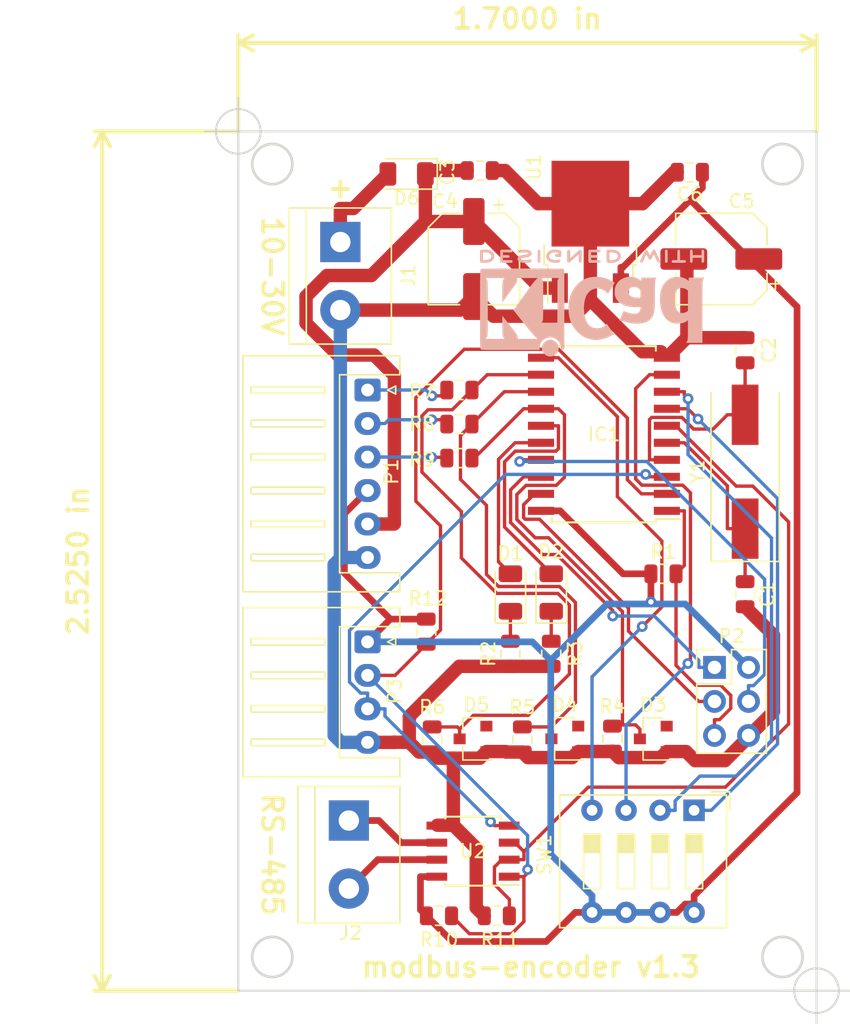
<source format=kicad_pcb>
(kicad_pcb (version 20171130) (host pcbnew 5.1.4+dfsg1-1~bpo10+1)

  (general
    (thickness 1.6)
    (drawings 16)
    (tracks 371)
    (zones 0)
    (modules 35)
    (nets 30)
  )

  (page A4)
  (layers
    (0 F.Cu signal)
    (31 B.Cu signal)
    (32 B.Adhes user)
    (33 F.Adhes user)
    (34 B.Paste user)
    (35 F.Paste user)
    (36 B.SilkS user)
    (37 F.SilkS user)
    (38 B.Mask user)
    (39 F.Mask user)
    (40 Dwgs.User user)
    (41 Cmts.User user)
    (42 Eco1.User user)
    (43 Eco2.User user)
    (44 Edge.Cuts user)
    (45 Margin user)
    (46 B.CrtYd user)
    (47 F.CrtYd user)
    (48 B.Fab user)
    (49 F.Fab user)
  )

  (setup
    (last_trace_width 0.25)
    (trace_clearance 0.2)
    (zone_clearance 0.508)
    (zone_45_only no)
    (trace_min 0.2)
    (via_size 0.8)
    (via_drill 0.4)
    (via_min_size 0.4)
    (via_min_drill 0.3)
    (uvia_size 0.3)
    (uvia_drill 0.1)
    (uvias_allowed no)
    (uvia_min_size 0.2)
    (uvia_min_drill 0.1)
    (edge_width 0.15)
    (segment_width 0.2)
    (pcb_text_width 0.3)
    (pcb_text_size 1.5 1.5)
    (mod_edge_width 0.15)
    (mod_text_size 1 1)
    (mod_text_width 0.15)
    (pad_size 2.2 1.2)
    (pad_drill 0)
    (pad_to_mask_clearance 0.051)
    (solder_mask_min_width 0.25)
    (aux_axis_origin 91.44 117.475)
    (grid_origin 91.44 117.475)
    (visible_elements FFFFFF7F)
    (pcbplotparams
      (layerselection 0x010fc_ffffffff)
      (usegerberextensions false)
      (usegerberattributes false)
      (usegerberadvancedattributes false)
      (creategerberjobfile false)
      (excludeedgelayer true)
      (linewidth 0.100000)
      (plotframeref false)
      (viasonmask false)
      (mode 1)
      (useauxorigin false)
      (hpglpennumber 1)
      (hpglpenspeed 20)
      (hpglpendiameter 15.000000)
      (psnegative false)
      (psa4output false)
      (plotreference true)
      (plotvalue true)
      (plotinvisibletext false)
      (padsonsilk false)
      (subtractmaskfromsilk false)
      (outputformat 1)
      (mirror false)
      (drillshape 0)
      (scaleselection 1)
      (outputdirectory "gerber/"))
  )

  (net 0 "")
  (net 1 +24V)
  (net 2 GND)
  (net 3 /PHASEB)
  (net 4 /PHASEZ)
  (net 5 "Net-(P1-Pad3)")
  (net 6 "Net-(P1-Pad2)")
  (net 7 /PHASEA)
  (net 8 "Net-(P1-Pad1)")
  (net 9 /RST)
  (net 10 +5V)
  (net 11 "Net-(D1-Pad1)")
  (net 12 "Net-(D2-Pad1)")
  (net 13 "Net-(C1-Pad1)")
  (net 14 "Net-(C2-Pad1)")
  (net 15 /MISO)
  (net 16 /SCK)
  (net 17 /MOSI)
  (net 18 /RX)
  (net 19 /TX)
  (net 20 /LED1)
  (net 21 /LED2)
  (net 22 "Net-(D6-Pad2)")
  (net 23 "Net-(J2-Pad1)")
  (net 24 "Net-(J2-Pad2)")
  (net 25 /RDE)
  (net 26 /A0)
  (net 27 /A1)
  (net 28 /A2)
  (net 29 /A3)

  (net_class Default "Это класс цепей по умолчанию."
    (clearance 0.2)
    (trace_width 0.25)
    (via_dia 0.8)
    (via_drill 0.4)
    (uvia_dia 0.3)
    (uvia_drill 0.1)
    (add_net /A0)
    (add_net /A1)
    (add_net /A2)
    (add_net /A3)
    (add_net /LED1)
    (add_net /LED2)
    (add_net /MISO)
    (add_net /MOSI)
    (add_net /PHASEA)
    (add_net /PHASEB)
    (add_net /PHASEZ)
    (add_net /RDE)
    (add_net /RST)
    (add_net /RX)
    (add_net /SCK)
    (add_net /TX)
    (add_net "Net-(C1-Pad1)")
    (add_net "Net-(C2-Pad1)")
    (add_net "Net-(D1-Pad1)")
    (add_net "Net-(D2-Pad1)")
    (add_net "Net-(P1-Pad1)")
    (add_net "Net-(P1-Pad2)")
    (add_net "Net-(P1-Pad3)")
  )

  (net_class +24V ""
    (clearance 0.5)
    (trace_width 1)
    (via_dia 1.2)
    (via_drill 0.8)
    (uvia_dia 0.3)
    (uvia_drill 0.1)
    (add_net +24V)
    (add_net GND)
    (add_net "Net-(D6-Pad2)")
  )

  (net_class +5V ""
    (clearance 0.2)
    (trace_width 0.5)
    (via_dia 0.8)
    (via_drill 0.4)
    (uvia_dia 0.3)
    (uvia_drill 0.1)
    (add_net +5V)
  )

  (net_class RS-485 ""
    (clearance 0.5)
    (trace_width 0.5)
    (via_dia 0.8)
    (via_drill 0.4)
    (uvia_dia 0.3)
    (uvia_drill 0.1)
    (add_net "Net-(J2-Pad1)")
    (add_net "Net-(J2-Pad2)")
  )

  (module Capacitor_SMD:CP_Elec_6.3x5.3 (layer F.Cu) (tedit 5BCA39D0) (tstamp 5DA897DA)
    (at 127.508 62.865 180)
    (descr "SMD capacitor, aluminum electrolytic, Cornell Dubilier, 6.3x5.3mm")
    (tags "capacitor electrolytic")
    (path /5DAA3A79)
    (attr smd)
    (fp_text reference C5 (at -1.524 4.318) (layer F.SilkS)
      (effects (font (size 1 1) (thickness 0.15)))
    )
    (fp_text value 100uF (at -0.254 -4.572) (layer F.Fab)
      (effects (font (size 1 1) (thickness 0.15)))
    )
    (fp_text user %R (at 0 0) (layer F.Fab)
      (effects (font (size 1 1) (thickness 0.15)))
    )
    (fp_line (start -4.8 1.05) (end -3.55 1.05) (layer F.CrtYd) (width 0.05))
    (fp_line (start -4.8 -1.05) (end -4.8 1.05) (layer F.CrtYd) (width 0.05))
    (fp_line (start -3.55 -1.05) (end -4.8 -1.05) (layer F.CrtYd) (width 0.05))
    (fp_line (start -3.55 1.05) (end -3.55 2.4) (layer F.CrtYd) (width 0.05))
    (fp_line (start -3.55 -2.4) (end -3.55 -1.05) (layer F.CrtYd) (width 0.05))
    (fp_line (start -3.55 -2.4) (end -2.4 -3.55) (layer F.CrtYd) (width 0.05))
    (fp_line (start -3.55 2.4) (end -2.4 3.55) (layer F.CrtYd) (width 0.05))
    (fp_line (start -2.4 -3.55) (end 3.55 -3.55) (layer F.CrtYd) (width 0.05))
    (fp_line (start -2.4 3.55) (end 3.55 3.55) (layer F.CrtYd) (width 0.05))
    (fp_line (start 3.55 1.05) (end 3.55 3.55) (layer F.CrtYd) (width 0.05))
    (fp_line (start 4.8 1.05) (end 3.55 1.05) (layer F.CrtYd) (width 0.05))
    (fp_line (start 4.8 -1.05) (end 4.8 1.05) (layer F.CrtYd) (width 0.05))
    (fp_line (start 3.55 -1.05) (end 4.8 -1.05) (layer F.CrtYd) (width 0.05))
    (fp_line (start 3.55 -3.55) (end 3.55 -1.05) (layer F.CrtYd) (width 0.05))
    (fp_line (start -4.04375 -2.24125) (end -4.04375 -1.45375) (layer F.SilkS) (width 0.12))
    (fp_line (start -4.4375 -1.8475) (end -3.65 -1.8475) (layer F.SilkS) (width 0.12))
    (fp_line (start -3.41 2.345563) (end -2.345563 3.41) (layer F.SilkS) (width 0.12))
    (fp_line (start -3.41 -2.345563) (end -2.345563 -3.41) (layer F.SilkS) (width 0.12))
    (fp_line (start -3.41 -2.345563) (end -3.41 -1.06) (layer F.SilkS) (width 0.12))
    (fp_line (start -3.41 2.345563) (end -3.41 1.06) (layer F.SilkS) (width 0.12))
    (fp_line (start -2.345563 3.41) (end 3.41 3.41) (layer F.SilkS) (width 0.12))
    (fp_line (start -2.345563 -3.41) (end 3.41 -3.41) (layer F.SilkS) (width 0.12))
    (fp_line (start 3.41 -3.41) (end 3.41 -1.06) (layer F.SilkS) (width 0.12))
    (fp_line (start 3.41 3.41) (end 3.41 1.06) (layer F.SilkS) (width 0.12))
    (fp_line (start -2.389838 -1.645) (end -2.389838 -1.015) (layer F.Fab) (width 0.1))
    (fp_line (start -2.704838 -1.33) (end -2.074838 -1.33) (layer F.Fab) (width 0.1))
    (fp_line (start -3.3 2.3) (end -2.3 3.3) (layer F.Fab) (width 0.1))
    (fp_line (start -3.3 -2.3) (end -2.3 -3.3) (layer F.Fab) (width 0.1))
    (fp_line (start -3.3 -2.3) (end -3.3 2.3) (layer F.Fab) (width 0.1))
    (fp_line (start -2.3 3.3) (end 3.3 3.3) (layer F.Fab) (width 0.1))
    (fp_line (start -2.3 -3.3) (end 3.3 -3.3) (layer F.Fab) (width 0.1))
    (fp_line (start 3.3 -3.3) (end 3.3 3.3) (layer F.Fab) (width 0.1))
    (fp_circle (center 0 0) (end 3.15 0) (layer F.Fab) (width 0.1))
    (pad 2 smd roundrect (at 2.8 0 180) (size 3.5 1.6) (layers F.Cu F.Paste F.Mask) (roundrect_rratio 0.15625)
      (net 2 GND))
    (pad 1 smd roundrect (at -2.8 0 180) (size 3.5 1.6) (layers F.Cu F.Paste F.Mask) (roundrect_rratio 0.15625)
      (net 10 +5V))
    (model ${KISYS3DMOD}/Capacitor_SMD.3dshapes/CP_Elec_6.3x5.3.wrl
      (at (xyz 0 0 0))
      (scale (xyz 1 1 1))
      (rotate (xyz 0 0 0))
    )
  )

  (module LED_SMD:LED_1206_3216Metric (layer F.Cu) (tedit 5B301BBE) (tstamp 5D8F02BB)
    (at 114.808 87.757 90)
    (descr "LED SMD 1206 (3216 Metric), square (rectangular) end terminal, IPC_7351 nominal, (Body size source: http://www.tortai-tech.com/upload/download/2011102023233369053.pdf), generated with kicad-footprint-generator")
    (tags diode)
    (path /5D7B2E77)
    (attr smd)
    (fp_text reference D2 (at 3.048 0 180) (layer F.SilkS)
      (effects (font (size 1 1) (thickness 0.15)))
    )
    (fp_text value LED_YEL (at 0 1.905 90) (layer F.Fab)
      (effects (font (size 1 1) (thickness 0.15)))
    )
    (fp_text user %R (at 0 0 90) (layer F.Fab)
      (effects (font (size 0.5 0.5) (thickness 0.08)))
    )
    (fp_line (start 2.28 1.12) (end -2.28 1.12) (layer F.CrtYd) (width 0.05))
    (fp_line (start 2.28 -1.12) (end 2.28 1.12) (layer F.CrtYd) (width 0.05))
    (fp_line (start -2.28 -1.12) (end 2.28 -1.12) (layer F.CrtYd) (width 0.05))
    (fp_line (start -2.28 1.12) (end -2.28 -1.12) (layer F.CrtYd) (width 0.05))
    (fp_line (start -2.285 1.135) (end 1.6 1.135) (layer F.SilkS) (width 0.12))
    (fp_line (start -2.285 -1.135) (end -2.285 1.135) (layer F.SilkS) (width 0.12))
    (fp_line (start 1.6 -1.135) (end -2.285 -1.135) (layer F.SilkS) (width 0.12))
    (fp_line (start 1.6 0.8) (end 1.6 -0.8) (layer F.Fab) (width 0.1))
    (fp_line (start -1.6 0.8) (end 1.6 0.8) (layer F.Fab) (width 0.1))
    (fp_line (start -1.6 -0.4) (end -1.6 0.8) (layer F.Fab) (width 0.1))
    (fp_line (start -1.2 -0.8) (end -1.6 -0.4) (layer F.Fab) (width 0.1))
    (fp_line (start 1.6 -0.8) (end -1.2 -0.8) (layer F.Fab) (width 0.1))
    (pad 2 smd roundrect (at 1.4 0 90) (size 1.25 1.75) (layers F.Cu F.Paste F.Mask) (roundrect_rratio 0.2)
      (net 20 /LED1))
    (pad 1 smd roundrect (at -1.4 0 90) (size 1.25 1.75) (layers F.Cu F.Paste F.Mask) (roundrect_rratio 0.2)
      (net 12 "Net-(D2-Pad1)"))
    (model ${KISYS3DMOD}/LED_SMD.3dshapes/LED_1206_3216Metric.wrl
      (at (xyz 0 0 0))
      (scale (xyz 1 1 1))
      (rotate (xyz 0 0 0))
    )
  )

  (module LED_SMD:LED_1206_3216Metric (layer F.Cu) (tedit 5B301BBE) (tstamp 5D8EFEFD)
    (at 111.76 87.757 90)
    (descr "LED SMD 1206 (3216 Metric), square (rectangular) end terminal, IPC_7351 nominal, (Body size source: http://www.tortai-tech.com/upload/download/2011102023233369053.pdf), generated with kicad-footprint-generator")
    (tags diode)
    (path /5D7B2E24)
    (attr smd)
    (fp_text reference D1 (at 2.924 0 180) (layer F.SilkS)
      (effects (font (size 1 1) (thickness 0.15)))
    )
    (fp_text value LED_RED (at 0.254 -1.778 90) (layer F.Fab)
      (effects (font (size 1 1) (thickness 0.15)))
    )
    (fp_text user %R (at 0 0 90) (layer F.Fab)
      (effects (font (size 0.5 0.5) (thickness 0.08)))
    )
    (fp_line (start 2.28 1.12) (end -2.28 1.12) (layer F.CrtYd) (width 0.05))
    (fp_line (start 2.28 -1.12) (end 2.28 1.12) (layer F.CrtYd) (width 0.05))
    (fp_line (start -2.28 -1.12) (end 2.28 -1.12) (layer F.CrtYd) (width 0.05))
    (fp_line (start -2.28 1.12) (end -2.28 -1.12) (layer F.CrtYd) (width 0.05))
    (fp_line (start -2.285 1.135) (end 1.6 1.135) (layer F.SilkS) (width 0.12))
    (fp_line (start -2.285 -1.135) (end -2.285 1.135) (layer F.SilkS) (width 0.12))
    (fp_line (start 1.6 -1.135) (end -2.285 -1.135) (layer F.SilkS) (width 0.12))
    (fp_line (start 1.6 0.8) (end 1.6 -0.8) (layer F.Fab) (width 0.1))
    (fp_line (start -1.6 0.8) (end 1.6 0.8) (layer F.Fab) (width 0.1))
    (fp_line (start -1.6 -0.4) (end -1.6 0.8) (layer F.Fab) (width 0.1))
    (fp_line (start -1.2 -0.8) (end -1.6 -0.4) (layer F.Fab) (width 0.1))
    (fp_line (start 1.6 -0.8) (end -1.2 -0.8) (layer F.Fab) (width 0.1))
    (pad 2 smd roundrect (at 1.4 0 90) (size 1.25 1.75) (layers F.Cu F.Paste F.Mask) (roundrect_rratio 0.2)
      (net 21 /LED2))
    (pad 1 smd roundrect (at -1.4 0 90) (size 1.25 1.75) (layers F.Cu F.Paste F.Mask) (roundrect_rratio 0.2)
      (net 11 "Net-(D1-Pad1)"))
    (model ${KISYS3DMOD}/LED_SMD.3dshapes/LED_1206_3216Metric.wrl
      (at (xyz 0 0 0))
      (scale (xyz 1 1 1))
      (rotate (xyz 0 0 0))
    )
  )

  (module Diode_SMD:D_SOT-23_ANK (layer F.Cu) (tedit 587CCEF9) (tstamp 5DA72A86)
    (at 108.966 98.679 180)
    (descr "SOT-23, Single Diode")
    (tags SOT-23)
    (path /5DA84DFB)
    (attr smd)
    (fp_text reference D5 (at -0.254 2.54) (layer F.SilkS)
      (effects (font (size 1 1) (thickness 0.15)))
    )
    (fp_text value BZX84Cxx (at 0 2.5) (layer F.Fab) hide
      (effects (font (size 1 1) (thickness 0.15)))
    )
    (fp_line (start 0.76 1.58) (end -0.7 1.58) (layer F.SilkS) (width 0.12))
    (fp_line (start -0.7 -1.52) (end -0.7 1.52) (layer F.Fab) (width 0.1))
    (fp_line (start -0.7 -1.52) (end 0.7 -1.52) (layer F.Fab) (width 0.1))
    (fp_line (start 0.76 -1.58) (end -1.4 -1.58) (layer F.SilkS) (width 0.12))
    (fp_line (start -1.7 1.75) (end -1.7 -1.75) (layer F.CrtYd) (width 0.05))
    (fp_line (start 1.7 1.75) (end -1.7 1.75) (layer F.CrtYd) (width 0.05))
    (fp_line (start 1.7 -1.75) (end 1.7 1.75) (layer F.CrtYd) (width 0.05))
    (fp_line (start -1.7 -1.75) (end 1.7 -1.75) (layer F.CrtYd) (width 0.05))
    (fp_line (start -0.7 1.52) (end 0.7 1.52) (layer F.Fab) (width 0.1))
    (fp_line (start 0.7 -1.52) (end 0.7 1.52) (layer F.Fab) (width 0.1))
    (fp_line (start 0.76 -1.58) (end 0.76 -0.65) (layer F.SilkS) (width 0.12))
    (fp_line (start 0.76 1.58) (end 0.76 0.65) (layer F.SilkS) (width 0.12))
    (fp_line (start 0.15 -0.65) (end 0.15 -0.25) (layer F.Fab) (width 0.1))
    (fp_line (start 0.15 -0.45) (end 0.4 -0.45) (layer F.Fab) (width 0.1))
    (fp_line (start 0.15 -0.45) (end -0.15 -0.65) (layer F.Fab) (width 0.1))
    (fp_line (start -0.15 -0.65) (end -0.15 -0.25) (layer F.Fab) (width 0.1))
    (fp_line (start -0.15 -0.25) (end 0.15 -0.45) (layer F.Fab) (width 0.1))
    (fp_line (start -0.15 -0.45) (end -0.4 -0.45) (layer F.Fab) (width 0.1))
    (fp_text user %R (at 0 -2.5) (layer F.Fab)
      (effects (font (size 1 1) (thickness 0.15)))
    )
    (pad 1 smd rect (at 1 0 180) (size 0.9 0.8) (layers F.Cu F.Paste F.Mask)
      (net 7 /PHASEA))
    (pad "" smd rect (at -1 0.95 180) (size 0.9 0.8) (layers F.Cu F.Paste F.Mask))
    (pad 2 smd rect (at -1 -0.95 180) (size 0.9 0.8) (layers F.Cu F.Paste F.Mask)
      (net 2 GND))
    (model ${KISYS3DMOD}/Diode_SMD.3dshapes/D_SOT-23.wrl
      (at (xyz 0 0 0))
      (scale (xyz 1 1 1))
      (rotate (xyz 0 0 0))
    )
  )

  (module Diode_SMD:D_SOT-23_ANK (layer F.Cu) (tedit 587CCEF9) (tstamp 5DA72A6C)
    (at 115.824 98.676 180)
    (descr "SOT-23, Single Diode")
    (tags SOT-23)
    (path /5DA83569)
    (attr smd)
    (fp_text reference D4 (at 0 2.537001) (layer F.SilkS)
      (effects (font (size 1 1) (thickness 0.15)))
    )
    (fp_text value BZX84Cxx (at 0 2.5) (layer F.Fab) hide
      (effects (font (size 1 1) (thickness 0.15)))
    )
    (fp_line (start 0.76 1.58) (end -0.7 1.58) (layer F.SilkS) (width 0.12))
    (fp_line (start -0.7 -1.52) (end -0.7 1.52) (layer F.Fab) (width 0.1))
    (fp_line (start -0.7 -1.52) (end 0.7 -1.52) (layer F.Fab) (width 0.1))
    (fp_line (start 0.76 -1.58) (end -1.4 -1.58) (layer F.SilkS) (width 0.12))
    (fp_line (start -1.7 1.75) (end -1.7 -1.75) (layer F.CrtYd) (width 0.05))
    (fp_line (start 1.7 1.75) (end -1.7 1.75) (layer F.CrtYd) (width 0.05))
    (fp_line (start 1.7 -1.75) (end 1.7 1.75) (layer F.CrtYd) (width 0.05))
    (fp_line (start -1.7 -1.75) (end 1.7 -1.75) (layer F.CrtYd) (width 0.05))
    (fp_line (start -0.7 1.52) (end 0.7 1.52) (layer F.Fab) (width 0.1))
    (fp_line (start 0.7 -1.52) (end 0.7 1.52) (layer F.Fab) (width 0.1))
    (fp_line (start 0.76 -1.58) (end 0.76 -0.65) (layer F.SilkS) (width 0.12))
    (fp_line (start 0.76 1.58) (end 0.76 0.65) (layer F.SilkS) (width 0.12))
    (fp_line (start 0.15 -0.65) (end 0.15 -0.25) (layer F.Fab) (width 0.1))
    (fp_line (start 0.15 -0.45) (end 0.4 -0.45) (layer F.Fab) (width 0.1))
    (fp_line (start 0.15 -0.45) (end -0.15 -0.65) (layer F.Fab) (width 0.1))
    (fp_line (start -0.15 -0.65) (end -0.15 -0.25) (layer F.Fab) (width 0.1))
    (fp_line (start -0.15 -0.25) (end 0.15 -0.45) (layer F.Fab) (width 0.1))
    (fp_line (start -0.15 -0.45) (end -0.4 -0.45) (layer F.Fab) (width 0.1))
    (fp_text user %R (at 0 -2.5) (layer F.Fab)
      (effects (font (size 1 1) (thickness 0.15)))
    )
    (pad 1 smd rect (at 1 0 180) (size 0.9 0.8) (layers F.Cu F.Paste F.Mask)
      (net 3 /PHASEB))
    (pad "" smd rect (at -1 0.95 180) (size 0.9 0.8) (layers F.Cu F.Paste F.Mask))
    (pad 2 smd rect (at -1 -0.95 180) (size 0.9 0.8) (layers F.Cu F.Paste F.Mask)
      (net 2 GND))
    (model ${KISYS3DMOD}/Diode_SMD.3dshapes/D_SOT-23.wrl
      (at (xyz 0 0 0))
      (scale (xyz 1 1 1))
      (rotate (xyz 0 0 0))
    )
  )

  (module Diode_SMD:D_SOT-23_ANK (layer F.Cu) (tedit 587CCEF9) (tstamp 5DA74BE6)
    (at 122.428 98.679 180)
    (descr "SOT-23, Single Diode")
    (tags SOT-23)
    (path /5DA7FB40)
    (attr smd)
    (fp_text reference D3 (at 0 2.54) (layer F.SilkS)
      (effects (font (size 1 1) (thickness 0.15)))
    )
    (fp_text value BZX84Cxx (at 0 2.5) (layer F.Fab) hide
      (effects (font (size 1 1) (thickness 0.15)))
    )
    (fp_line (start 0.76 1.58) (end -0.7 1.58) (layer F.SilkS) (width 0.12))
    (fp_line (start -0.7 -1.52) (end -0.7 1.52) (layer F.Fab) (width 0.1))
    (fp_line (start -0.7 -1.52) (end 0.7 -1.52) (layer F.Fab) (width 0.1))
    (fp_line (start 0.76 -1.58) (end -1.4 -1.58) (layer F.SilkS) (width 0.12))
    (fp_line (start -1.7 1.75) (end -1.7 -1.75) (layer F.CrtYd) (width 0.05))
    (fp_line (start 1.7 1.75) (end -1.7 1.75) (layer F.CrtYd) (width 0.05))
    (fp_line (start 1.7 -1.75) (end 1.7 1.75) (layer F.CrtYd) (width 0.05))
    (fp_line (start -1.7 -1.75) (end 1.7 -1.75) (layer F.CrtYd) (width 0.05))
    (fp_line (start -0.7 1.52) (end 0.7 1.52) (layer F.Fab) (width 0.1))
    (fp_line (start 0.7 -1.52) (end 0.7 1.52) (layer F.Fab) (width 0.1))
    (fp_line (start 0.76 -1.58) (end 0.76 -0.65) (layer F.SilkS) (width 0.12))
    (fp_line (start 0.76 1.58) (end 0.76 0.65) (layer F.SilkS) (width 0.12))
    (fp_line (start 0.15 -0.65) (end 0.15 -0.25) (layer F.Fab) (width 0.1))
    (fp_line (start 0.15 -0.45) (end 0.4 -0.45) (layer F.Fab) (width 0.1))
    (fp_line (start 0.15 -0.45) (end -0.15 -0.65) (layer F.Fab) (width 0.1))
    (fp_line (start -0.15 -0.65) (end -0.15 -0.25) (layer F.Fab) (width 0.1))
    (fp_line (start -0.15 -0.25) (end 0.15 -0.45) (layer F.Fab) (width 0.1))
    (fp_line (start -0.15 -0.45) (end -0.4 -0.45) (layer F.Fab) (width 0.1))
    (fp_text user %R (at 0 -2.5) (layer F.Fab)
      (effects (font (size 1 1) (thickness 0.15)))
    )
    (pad 1 smd rect (at 1 0 180) (size 0.9 0.8) (layers F.Cu F.Paste F.Mask)
      (net 4 /PHASEZ))
    (pad "" smd rect (at -1 0.95 180) (size 0.9 0.8) (layers F.Cu F.Paste F.Mask))
    (pad 2 smd rect (at -1 -0.95 180) (size 0.9 0.8) (layers F.Cu F.Paste F.Mask)
      (net 2 GND))
    (model ${KISYS3DMOD}/Diode_SMD.3dshapes/D_SOT-23.wrl
      (at (xyz 0 0 0))
      (scale (xyz 1 1 1))
      (rotate (xyz 0 0 0))
    )
  )

  (module Resistor_SMD:R_0805_2012Metric (layer F.Cu) (tedit 5B36C52B) (tstamp 5D80D01A)
    (at 105.474 90.678 90)
    (descr "Resistor SMD 0805 (2012 Metric), square (rectangular) end terminal, IPC_7351 nominal, (Body size source: https://docs.google.com/spreadsheets/d/1BsfQQcO9C6DZCsRaXUlFlo91Tg2WpOkGARC1WS5S8t0/edit?usp=sharing), generated with kicad-footprint-generator")
    (tags resistor)
    (path /5D81B686)
    (attr smd)
    (fp_text reference R12 (at 2.4765 0.127 180) (layer F.SilkS)
      (effects (font (size 1 1) (thickness 0.15)))
    )
    (fp_text value 10K (at -2.54 0 180) (layer F.Fab)
      (effects (font (size 1 1) (thickness 0.15)))
    )
    (fp_line (start -1 0.6) (end -1 -0.6) (layer F.Fab) (width 0.1))
    (fp_line (start -1 -0.6) (end 1 -0.6) (layer F.Fab) (width 0.1))
    (fp_line (start 1 -0.6) (end 1 0.6) (layer F.Fab) (width 0.1))
    (fp_line (start 1 0.6) (end -1 0.6) (layer F.Fab) (width 0.1))
    (fp_line (start -0.258578 -0.71) (end 0.258578 -0.71) (layer F.SilkS) (width 0.12))
    (fp_line (start -0.258578 0.71) (end 0.258578 0.71) (layer F.SilkS) (width 0.12))
    (fp_line (start -1.68 0.95) (end -1.68 -0.95) (layer F.CrtYd) (width 0.05))
    (fp_line (start -1.68 -0.95) (end 1.68 -0.95) (layer F.CrtYd) (width 0.05))
    (fp_line (start 1.68 -0.95) (end 1.68 0.95) (layer F.CrtYd) (width 0.05))
    (fp_line (start 1.68 0.95) (end -1.68 0.95) (layer F.CrtYd) (width 0.05))
    (fp_text user %R (at 0 0 90) (layer F.Fab)
      (effects (font (size 0.5 0.5) (thickness 0.08)))
    )
    (pad 1 smd roundrect (at -0.9375 0 90) (size 0.975 1.4) (layers F.Cu F.Paste F.Mask) (roundrect_rratio 0.25)
      (net 18 /RX))
    (pad 2 smd roundrect (at 0.9375 0 90) (size 0.975 1.4) (layers F.Cu F.Paste F.Mask) (roundrect_rratio 0.25)
      (net 10 +5V))
    (model ${KISYS3DMOD}/Resistor_SMD.3dshapes/R_0805_2012Metric.wrl
      (at (xyz 0 0 0))
      (scale (xyz 1 1 1))
      (rotate (xyz 0 0 0))
    )
  )

  (module Capacitor_SMD:C_0805_2012Metric (layer F.Cu) (tedit 5B36C52B) (tstamp 5D7E6186)
    (at 125.158 56.388 180)
    (descr "Capacitor SMD 0805 (2012 Metric), square (rectangular) end terminal, IPC_7351 nominal, (Body size source: https://docs.google.com/spreadsheets/d/1BsfQQcO9C6DZCsRaXUlFlo91Tg2WpOkGARC1WS5S8t0/edit?usp=sharing), generated with kicad-footprint-generator")
    (tags capacitor)
    (path /5D7F3A01)
    (attr smd)
    (fp_text reference C6 (at 0 -1.65 180) (layer F.SilkS)
      (effects (font (size 1 1) (thickness 0.15)))
    )
    (fp_text value 0,1uF (at 0 1.65 180) (layer F.Fab)
      (effects (font (size 1 1) (thickness 0.15)))
    )
    (fp_line (start -1 0.6) (end -1 -0.6) (layer F.Fab) (width 0.1))
    (fp_line (start -1 -0.6) (end 1 -0.6) (layer F.Fab) (width 0.1))
    (fp_line (start 1 -0.6) (end 1 0.6) (layer F.Fab) (width 0.1))
    (fp_line (start 1 0.6) (end -1 0.6) (layer F.Fab) (width 0.1))
    (fp_line (start -0.258578 -0.71) (end 0.258578 -0.71) (layer F.SilkS) (width 0.12))
    (fp_line (start -0.258578 0.71) (end 0.258578 0.71) (layer F.SilkS) (width 0.12))
    (fp_line (start -1.68 0.95) (end -1.68 -0.95) (layer F.CrtYd) (width 0.05))
    (fp_line (start -1.68 -0.95) (end 1.68 -0.95) (layer F.CrtYd) (width 0.05))
    (fp_line (start 1.68 -0.95) (end 1.68 0.95) (layer F.CrtYd) (width 0.05))
    (fp_line (start 1.68 0.95) (end -1.68 0.95) (layer F.CrtYd) (width 0.05))
    (fp_text user %R (at 0 0 180) (layer F.Fab)
      (effects (font (size 0.5 0.5) (thickness 0.08)))
    )
    (pad 1 smd roundrect (at -0.9375 0 180) (size 0.975 1.4) (layers F.Cu F.Paste F.Mask) (roundrect_rratio 0.25)
      (net 10 +5V))
    (pad 2 smd roundrect (at 0.9375 0 180) (size 0.975 1.4) (layers F.Cu F.Paste F.Mask) (roundrect_rratio 0.25)
      (net 2 GND))
    (model ${KISYS3DMOD}/Capacitor_SMD.3dshapes/C_0805_2012Metric.wrl
      (at (xyz 0 0 0))
      (scale (xyz 1 1 1))
      (rotate (xyz 0 0 0))
    )
  )

  (module Button_Switch_THT:SW_DIP_SPSTx04_Slide_9.78x12.34mm_W7.62mm_P2.54mm (layer F.Cu) (tedit 5D7B8F7C) (tstamp 5D7C2BA7)
    (at 125.476 104.013 270)
    (descr "4x-dip-switch SPST , Slide, row spacing 7.62 mm (300 mils), body size 9.78x12.34mm (see e.g. https://www.ctscorp.com/wp-content/uploads/206-208.pdf)")
    (tags "DIP Switch SPST Slide 7.62mm 300mil")
    (path /5D7BE9E3)
    (fp_text reference SW1 (at 3.302 11.176 270) (layer F.SilkS)
      (effects (font (size 1 1) (thickness 0.15)))
    )
    (fp_text value ADDRESS_SW (at 3.81 11.04 270) (layer F.Fab) hide
      (effects (font (size 1 1) (thickness 0.15)))
    )
    (fp_line (start -0.08 -2.36) (end 8.7 -2.36) (layer F.Fab) (width 0.1))
    (fp_line (start 8.7 -2.36) (end 8.7 9.98) (layer F.Fab) (width 0.1))
    (fp_line (start 8.7 9.98) (end -1.08 9.98) (layer F.Fab) (width 0.1))
    (fp_line (start -1.08 9.98) (end -1.08 -1.36) (layer F.Fab) (width 0.1))
    (fp_line (start -1.08 -1.36) (end -0.08 -2.36) (layer F.Fab) (width 0.1))
    (fp_line (start 1.78 -0.635) (end 1.78 0.635) (layer F.Fab) (width 0.1))
    (fp_line (start 1.78 0.635) (end 5.84 0.635) (layer F.Fab) (width 0.1))
    (fp_line (start 5.84 0.635) (end 5.84 -0.635) (layer F.Fab) (width 0.1))
    (fp_line (start 5.84 -0.635) (end 1.78 -0.635) (layer F.Fab) (width 0.1))
    (fp_line (start 1.78 -0.535) (end 3.133333 -0.535) (layer F.Fab) (width 0.1))
    (fp_line (start 1.78 -0.435) (end 3.133333 -0.435) (layer F.Fab) (width 0.1))
    (fp_line (start 1.78 -0.335) (end 3.133333 -0.335) (layer F.Fab) (width 0.1))
    (fp_line (start 1.78 -0.235) (end 3.133333 -0.235) (layer F.Fab) (width 0.1))
    (fp_line (start 1.78 -0.135) (end 3.133333 -0.135) (layer F.Fab) (width 0.1))
    (fp_line (start 1.78 -0.035) (end 3.133333 -0.035) (layer F.Fab) (width 0.1))
    (fp_line (start 1.78 0.065) (end 3.133333 0.065) (layer F.Fab) (width 0.1))
    (fp_line (start 1.78 0.165) (end 3.133333 0.165) (layer F.Fab) (width 0.1))
    (fp_line (start 1.78 0.265) (end 3.133333 0.265) (layer F.Fab) (width 0.1))
    (fp_line (start 1.78 0.365) (end 3.133333 0.365) (layer F.Fab) (width 0.1))
    (fp_line (start 1.78 0.465) (end 3.133333 0.465) (layer F.Fab) (width 0.1))
    (fp_line (start 1.78 0.565) (end 3.133333 0.565) (layer F.Fab) (width 0.1))
    (fp_line (start 3.133333 -0.635) (end 3.133333 0.635) (layer F.Fab) (width 0.1))
    (fp_line (start 1.78 1.905) (end 1.78 3.175) (layer F.Fab) (width 0.1))
    (fp_line (start 1.78 3.175) (end 5.84 3.175) (layer F.Fab) (width 0.1))
    (fp_line (start 5.84 3.175) (end 5.84 1.905) (layer F.Fab) (width 0.1))
    (fp_line (start 5.84 1.905) (end 1.78 1.905) (layer F.Fab) (width 0.1))
    (fp_line (start 1.78 2.005) (end 3.133333 2.005) (layer F.Fab) (width 0.1))
    (fp_line (start 1.78 2.105) (end 3.133333 2.105) (layer F.Fab) (width 0.1))
    (fp_line (start 1.78 2.205) (end 3.133333 2.205) (layer F.Fab) (width 0.1))
    (fp_line (start 1.78 2.305) (end 3.133333 2.305) (layer F.Fab) (width 0.1))
    (fp_line (start 1.78 2.405) (end 3.133333 2.405) (layer F.Fab) (width 0.1))
    (fp_line (start 1.78 2.505) (end 3.133333 2.505) (layer F.Fab) (width 0.1))
    (fp_line (start 1.78 2.605) (end 3.133333 2.605) (layer F.Fab) (width 0.1))
    (fp_line (start 1.78 2.705) (end 3.133333 2.705) (layer F.Fab) (width 0.1))
    (fp_line (start 1.78 2.805) (end 3.133333 2.805) (layer F.Fab) (width 0.1))
    (fp_line (start 1.78 2.905) (end 3.133333 2.905) (layer F.Fab) (width 0.1))
    (fp_line (start 1.78 3.005) (end 3.133333 3.005) (layer F.Fab) (width 0.1))
    (fp_line (start 1.78 3.105) (end 3.133333 3.105) (layer F.Fab) (width 0.1))
    (fp_line (start 3.133333 1.905) (end 3.133333 3.175) (layer F.Fab) (width 0.1))
    (fp_line (start 1.78 4.445) (end 1.78 5.715) (layer F.Fab) (width 0.1))
    (fp_line (start 1.78 5.715) (end 5.84 5.715) (layer F.Fab) (width 0.1))
    (fp_line (start 5.84 5.715) (end 5.84 4.445) (layer F.Fab) (width 0.1))
    (fp_line (start 5.84 4.445) (end 1.78 4.445) (layer F.Fab) (width 0.1))
    (fp_line (start 1.78 4.545) (end 3.133333 4.545) (layer F.Fab) (width 0.1))
    (fp_line (start 1.78 4.645) (end 3.133333 4.645) (layer F.Fab) (width 0.1))
    (fp_line (start 1.78 4.745) (end 3.133333 4.745) (layer F.Fab) (width 0.1))
    (fp_line (start 1.78 4.845) (end 3.133333 4.845) (layer F.Fab) (width 0.1))
    (fp_line (start 1.78 4.945) (end 3.133333 4.945) (layer F.Fab) (width 0.1))
    (fp_line (start 1.78 5.045) (end 3.133333 5.045) (layer F.Fab) (width 0.1))
    (fp_line (start 1.78 5.145) (end 3.133333 5.145) (layer F.Fab) (width 0.1))
    (fp_line (start 1.78 5.245) (end 3.133333 5.245) (layer F.Fab) (width 0.1))
    (fp_line (start 1.78 5.345) (end 3.133333 5.345) (layer F.Fab) (width 0.1))
    (fp_line (start 1.78 5.445) (end 3.133333 5.445) (layer F.Fab) (width 0.1))
    (fp_line (start 1.78 5.545) (end 3.133333 5.545) (layer F.Fab) (width 0.1))
    (fp_line (start 1.78 5.645) (end 3.133333 5.645) (layer F.Fab) (width 0.1))
    (fp_line (start 3.133333 4.445) (end 3.133333 5.715) (layer F.Fab) (width 0.1))
    (fp_line (start 1.78 6.985) (end 1.78 8.255) (layer F.Fab) (width 0.1))
    (fp_line (start 1.78 8.255) (end 5.84 8.255) (layer F.Fab) (width 0.1))
    (fp_line (start 5.84 8.255) (end 5.84 6.985) (layer F.Fab) (width 0.1))
    (fp_line (start 5.84 6.985) (end 1.78 6.985) (layer F.Fab) (width 0.1))
    (fp_line (start 1.78 7.085) (end 3.133333 7.085) (layer F.Fab) (width 0.1))
    (fp_line (start 1.78 7.185) (end 3.133333 7.185) (layer F.Fab) (width 0.1))
    (fp_line (start 1.78 7.285) (end 3.133333 7.285) (layer F.Fab) (width 0.1))
    (fp_line (start 1.78 7.385) (end 3.133333 7.385) (layer F.Fab) (width 0.1))
    (fp_line (start 1.78 7.485) (end 3.133333 7.485) (layer F.Fab) (width 0.1))
    (fp_line (start 1.78 7.585) (end 3.133333 7.585) (layer F.Fab) (width 0.1))
    (fp_line (start 1.78 7.685) (end 3.133333 7.685) (layer F.Fab) (width 0.1))
    (fp_line (start 1.78 7.785) (end 3.133333 7.785) (layer F.Fab) (width 0.1))
    (fp_line (start 1.78 7.885) (end 3.133333 7.885) (layer F.Fab) (width 0.1))
    (fp_line (start 1.78 7.985) (end 3.133333 7.985) (layer F.Fab) (width 0.1))
    (fp_line (start 1.78 8.085) (end 3.133333 8.085) (layer F.Fab) (width 0.1))
    (fp_line (start 1.78 8.185) (end 3.133333 8.185) (layer F.Fab) (width 0.1))
    (fp_line (start 3.133333 6.985) (end 3.133333 8.255) (layer F.Fab) (width 0.1))
    (fp_line (start -1.14 -2.42) (end 8.76 -2.42) (layer F.SilkS) (width 0.12))
    (fp_line (start -1.14 10.04) (end 8.76 10.04) (layer F.SilkS) (width 0.12))
    (fp_line (start -1.14 -2.42) (end -1.14 10.04) (layer F.SilkS) (width 0.12))
    (fp_line (start 8.76 -2.42) (end 8.76 10.04) (layer F.SilkS) (width 0.12))
    (fp_line (start -1.38 -2.66) (end 0.004 -2.66) (layer F.SilkS) (width 0.12))
    (fp_line (start -1.38 -2.66) (end -1.38 -1.277) (layer F.SilkS) (width 0.12))
    (fp_line (start 1.78 -0.635) (end 1.78 0.635) (layer F.SilkS) (width 0.12))
    (fp_line (start 1.78 0.635) (end 5.84 0.635) (layer F.SilkS) (width 0.12))
    (fp_line (start 5.84 0.635) (end 5.84 -0.635) (layer F.SilkS) (width 0.12))
    (fp_line (start 5.84 -0.635) (end 1.78 -0.635) (layer F.SilkS) (width 0.12))
    (fp_line (start 1.78 -0.515) (end 3.133333 -0.515) (layer F.SilkS) (width 0.12))
    (fp_line (start 1.78 -0.395) (end 3.133333 -0.395) (layer F.SilkS) (width 0.12))
    (fp_line (start 1.78 -0.275) (end 3.133333 -0.275) (layer F.SilkS) (width 0.12))
    (fp_line (start 1.78 -0.155) (end 3.133333 -0.155) (layer F.SilkS) (width 0.12))
    (fp_line (start 1.78 -0.035) (end 3.133333 -0.035) (layer F.SilkS) (width 0.12))
    (fp_line (start 1.78 0.085) (end 3.133333 0.085) (layer F.SilkS) (width 0.12))
    (fp_line (start 1.78 0.205) (end 3.133333 0.205) (layer F.SilkS) (width 0.12))
    (fp_line (start 1.78 0.325) (end 3.133333 0.325) (layer F.SilkS) (width 0.12))
    (fp_line (start 1.78 0.445) (end 3.133333 0.445) (layer F.SilkS) (width 0.12))
    (fp_line (start 1.78 0.565) (end 3.133333 0.565) (layer F.SilkS) (width 0.12))
    (fp_line (start 3.133333 -0.635) (end 3.133333 0.635) (layer F.SilkS) (width 0.12))
    (fp_line (start 1.78 1.905) (end 1.78 3.175) (layer F.SilkS) (width 0.12))
    (fp_line (start 1.78 3.175) (end 5.84 3.175) (layer F.SilkS) (width 0.12))
    (fp_line (start 5.84 3.175) (end 5.84 1.905) (layer F.SilkS) (width 0.12))
    (fp_line (start 5.84 1.905) (end 1.78 1.905) (layer F.SilkS) (width 0.12))
    (fp_line (start 1.78 2.025) (end 3.133333 2.025) (layer F.SilkS) (width 0.12))
    (fp_line (start 1.78 2.145) (end 3.133333 2.145) (layer F.SilkS) (width 0.12))
    (fp_line (start 1.78 2.265) (end 3.133333 2.265) (layer F.SilkS) (width 0.12))
    (fp_line (start 1.78 2.385) (end 3.133333 2.385) (layer F.SilkS) (width 0.12))
    (fp_line (start 1.78 2.505) (end 3.133333 2.505) (layer F.SilkS) (width 0.12))
    (fp_line (start 1.78 2.625) (end 3.133333 2.625) (layer F.SilkS) (width 0.12))
    (fp_line (start 1.78 2.745) (end 3.133333 2.745) (layer F.SilkS) (width 0.12))
    (fp_line (start 1.78 2.865) (end 3.133333 2.865) (layer F.SilkS) (width 0.12))
    (fp_line (start 1.78 2.985) (end 3.133333 2.985) (layer F.SilkS) (width 0.12))
    (fp_line (start 1.78 3.105) (end 3.133333 3.105) (layer F.SilkS) (width 0.12))
    (fp_line (start 3.133333 1.905) (end 3.133333 3.175) (layer F.SilkS) (width 0.12))
    (fp_line (start 1.78 4.445) (end 1.78 5.715) (layer F.SilkS) (width 0.12))
    (fp_line (start 1.78 5.715) (end 5.84 5.715) (layer F.SilkS) (width 0.12))
    (fp_line (start 5.84 5.715) (end 5.84 4.445) (layer F.SilkS) (width 0.12))
    (fp_line (start 5.84 4.445) (end 1.78 4.445) (layer F.SilkS) (width 0.12))
    (fp_line (start 1.78 4.565) (end 3.133333 4.565) (layer F.SilkS) (width 0.12))
    (fp_line (start 1.78 4.685) (end 3.133333 4.685) (layer F.SilkS) (width 0.12))
    (fp_line (start 1.78 4.805) (end 3.133333 4.805) (layer F.SilkS) (width 0.12))
    (fp_line (start 1.78 4.925) (end 3.133333 4.925) (layer F.SilkS) (width 0.12))
    (fp_line (start 1.78 5.045) (end 3.133333 5.045) (layer F.SilkS) (width 0.12))
    (fp_line (start 1.78 5.165) (end 3.133333 5.165) (layer F.SilkS) (width 0.12))
    (fp_line (start 1.78 5.285) (end 3.133333 5.285) (layer F.SilkS) (width 0.12))
    (fp_line (start 1.78 5.405) (end 3.133333 5.405) (layer F.SilkS) (width 0.12))
    (fp_line (start 1.78 5.525) (end 3.133333 5.525) (layer F.SilkS) (width 0.12))
    (fp_line (start 1.78 5.645) (end 3.133333 5.645) (layer F.SilkS) (width 0.12))
    (fp_line (start 3.133333 4.445) (end 3.133333 5.715) (layer F.SilkS) (width 0.12))
    (fp_line (start 1.78 6.985) (end 1.78 8.255) (layer F.SilkS) (width 0.12))
    (fp_line (start 1.78 8.255) (end 5.84 8.255) (layer F.SilkS) (width 0.12))
    (fp_line (start 5.84 8.255) (end 5.84 6.985) (layer F.SilkS) (width 0.12))
    (fp_line (start 5.84 6.985) (end 1.78 6.985) (layer F.SilkS) (width 0.12))
    (fp_line (start 1.78 7.105) (end 3.133333 7.105) (layer F.SilkS) (width 0.12))
    (fp_line (start 1.78 7.225) (end 3.133333 7.225) (layer F.SilkS) (width 0.12))
    (fp_line (start 1.78 7.345) (end 3.133333 7.345) (layer F.SilkS) (width 0.12))
    (fp_line (start 1.78 7.465) (end 3.133333 7.465) (layer F.SilkS) (width 0.12))
    (fp_line (start 1.78 7.585) (end 3.133333 7.585) (layer F.SilkS) (width 0.12))
    (fp_line (start 1.78 7.705) (end 3.133333 7.705) (layer F.SilkS) (width 0.12))
    (fp_line (start 1.78 7.825) (end 3.133333 7.825) (layer F.SilkS) (width 0.12))
    (fp_line (start 1.78 7.945) (end 3.133333 7.945) (layer F.SilkS) (width 0.12))
    (fp_line (start 1.78 8.065) (end 3.133333 8.065) (layer F.SilkS) (width 0.12))
    (fp_line (start 1.78 8.185) (end 3.133333 8.185) (layer F.SilkS) (width 0.12))
    (fp_line (start 3.133333 6.985) (end 3.133333 8.255) (layer F.SilkS) (width 0.12))
    (fp_line (start -1.35 -2.7) (end -1.35 10.3) (layer F.CrtYd) (width 0.05))
    (fp_line (start -1.35 10.3) (end 8.95 10.3) (layer F.CrtYd) (width 0.05))
    (fp_line (start 8.95 10.3) (end 8.95 -2.7) (layer F.CrtYd) (width 0.05))
    (fp_line (start 8.95 -2.7) (end -1.35 -2.7) (layer F.CrtYd) (width 0.05))
    (fp_text user %R (at 7.27 3.81) (layer F.Fab)
      (effects (font (size 0.8 0.8) (thickness 0.12)))
    )
    (fp_text user on (at 5.365 -1.4975 270) (layer F.Fab)
      (effects (font (size 0.8 0.8) (thickness 0.12)))
    )
    (pad 1 thru_hole rect (at 0 0 270) (size 1.6 1.6) (drill 0.8) (layers *.Cu *.Mask)
      (net 26 /A0))
    (pad 5 thru_hole oval (at 7.62 7.62 270) (size 1.6 1.6) (drill 0.8) (layers *.Cu *.Mask)
      (net 10 +5V))
    (pad 2 thru_hole oval (at 0 2.54 270) (size 1.6 1.6) (drill 0.8) (layers *.Cu *.Mask)
      (net 27 /A1))
    (pad 6 thru_hole oval (at 7.62 5.08 270) (size 1.6 1.6) (drill 0.8) (layers *.Cu *.Mask)
      (net 10 +5V))
    (pad 3 thru_hole oval (at 0 5.08 270) (size 1.6 1.6) (drill 0.8) (layers *.Cu *.Mask)
      (net 28 /A2))
    (pad 7 thru_hole oval (at 7.62 2.54 270) (size 1.6 1.6) (drill 0.8) (layers *.Cu *.Mask)
      (net 10 +5V))
    (pad 4 thru_hole oval (at 0 7.62 270) (size 1.6 1.6) (drill 0.8) (layers *.Cu *.Mask)
      (net 29 /A3))
    (pad 8 thru_hole oval (at 7.62 0 270) (size 1.6 1.6) (drill 0.8) (layers *.Cu *.Mask)
      (net 10 +5V))
    (model ${KISYS3DMOD}/Button_Switch_THT.3dshapes/SW_DIP_SPSTx04_Slide_9.78x12.34mm_W7.62mm_P2.54mm.wrl
      (at (xyz 0 0 0))
      (scale (xyz 1 1 1))
      (rotate (xyz 0 0 90))
    )
  )

  (module Diode_SMD:D_1206_3216Metric (layer F.Cu) (tedit 5B301BBE) (tstamp 5D89602A)
    (at 104.01 56.515 180)
    (descr "Diode SMD 1206 (3216 Metric), square (rectangular) end terminal, IPC_7351 nominal, (Body size source: http://www.tortai-tech.com/upload/download/2011102023233369053.pdf), generated with kicad-footprint-generator")
    (tags diode)
    (path /5D9084EA)
    (attr smd)
    (fp_text reference D6 (at 0 -1.82 180) (layer F.SilkS)
      (effects (font (size 1 1) (thickness 0.15)))
    )
    (fp_text value D (at 0 1.82 180) (layer F.Fab)
      (effects (font (size 1 1) (thickness 0.15)))
    )
    (fp_line (start 1.6 -0.8) (end -1.2 -0.8) (layer F.Fab) (width 0.1))
    (fp_line (start -1.2 -0.8) (end -1.6 -0.4) (layer F.Fab) (width 0.1))
    (fp_line (start -1.6 -0.4) (end -1.6 0.8) (layer F.Fab) (width 0.1))
    (fp_line (start -1.6 0.8) (end 1.6 0.8) (layer F.Fab) (width 0.1))
    (fp_line (start 1.6 0.8) (end 1.6 -0.8) (layer F.Fab) (width 0.1))
    (fp_line (start 1.6 -1.135) (end -2.285 -1.135) (layer F.SilkS) (width 0.12))
    (fp_line (start -2.285 -1.135) (end -2.285 1.135) (layer F.SilkS) (width 0.12))
    (fp_line (start -2.285 1.135) (end 1.6 1.135) (layer F.SilkS) (width 0.12))
    (fp_line (start -2.28 1.12) (end -2.28 -1.12) (layer F.CrtYd) (width 0.05))
    (fp_line (start -2.28 -1.12) (end 2.28 -1.12) (layer F.CrtYd) (width 0.05))
    (fp_line (start 2.28 -1.12) (end 2.28 1.12) (layer F.CrtYd) (width 0.05))
    (fp_line (start 2.28 1.12) (end -2.28 1.12) (layer F.CrtYd) (width 0.05))
    (fp_text user %R (at 0 0 180) (layer F.Fab)
      (effects (font (size 0.8 0.8) (thickness 0.12)))
    )
    (pad 1 smd roundrect (at -1.4 0 180) (size 1.25 1.75) (layers F.Cu F.Paste F.Mask) (roundrect_rratio 0.2)
      (net 1 +24V))
    (pad 2 smd roundrect (at 1.4 0 180) (size 1.25 1.75) (layers F.Cu F.Paste F.Mask) (roundrect_rratio 0.2)
      (net 22 "Net-(D6-Pad2)"))
    (model ${KISYS3DMOD}/Diode_SMD.3dshapes/D_1206_3216Metric.wrl
      (at (xyz 0 0 0))
      (scale (xyz 1 1 1))
      (rotate (xyz 0 0 0))
    )
  )

  (module Package_SO:SOIC-8_3.9x4.9mm_P1.27mm (layer F.Cu) (tedit 5A02F2D3) (tstamp 5D895F7F)
    (at 108.966 107.061 180)
    (descr "8-Lead Plastic Small Outline (SN) - Narrow, 3.90 mm Body [SOIC] (see Microchip Packaging Specification http://ww1.microchip.com/downloads/en/PackagingSpec/00000049BQ.pdf)")
    (tags "SOIC 1.27")
    (path /5D8224FF)
    (attr smd)
    (fp_text reference U2 (at 0 0) (layer F.SilkS)
      (effects (font (size 1 1) (thickness 0.15)))
    )
    (fp_text value MAX483E (at 0 3.5 180) (layer F.Fab)
      (effects (font (size 1 1) (thickness 0.15)))
    )
    (fp_text user %R (at 0 0 180) (layer F.Fab)
      (effects (font (size 1 1) (thickness 0.15)))
    )
    (fp_line (start -0.95 -2.45) (end 1.95 -2.45) (layer F.Fab) (width 0.1))
    (fp_line (start 1.95 -2.45) (end 1.95 2.45) (layer F.Fab) (width 0.1))
    (fp_line (start 1.95 2.45) (end -1.95 2.45) (layer F.Fab) (width 0.1))
    (fp_line (start -1.95 2.45) (end -1.95 -1.45) (layer F.Fab) (width 0.1))
    (fp_line (start -1.95 -1.45) (end -0.95 -2.45) (layer F.Fab) (width 0.1))
    (fp_line (start -3.73 -2.7) (end -3.73 2.7) (layer F.CrtYd) (width 0.05))
    (fp_line (start 3.73 -2.7) (end 3.73 2.7) (layer F.CrtYd) (width 0.05))
    (fp_line (start -3.73 -2.7) (end 3.73 -2.7) (layer F.CrtYd) (width 0.05))
    (fp_line (start -3.73 2.7) (end 3.73 2.7) (layer F.CrtYd) (width 0.05))
    (fp_line (start -2.075 -2.575) (end -2.075 -2.525) (layer F.SilkS) (width 0.15))
    (fp_line (start 2.075 -2.575) (end 2.075 -2.43) (layer F.SilkS) (width 0.15))
    (fp_line (start 2.075 2.575) (end 2.075 2.43) (layer F.SilkS) (width 0.15))
    (fp_line (start -2.075 2.575) (end -2.075 2.43) (layer F.SilkS) (width 0.15))
    (fp_line (start -2.075 -2.575) (end 2.075 -2.575) (layer F.SilkS) (width 0.15))
    (fp_line (start -2.075 2.575) (end 2.075 2.575) (layer F.SilkS) (width 0.15))
    (fp_line (start -2.075 -2.525) (end -3.475 -2.525) (layer F.SilkS) (width 0.15))
    (pad 1 smd rect (at -2.7 -1.905 180) (size 1.55 0.6) (layers F.Cu F.Paste F.Mask)
      (net 18 /RX))
    (pad 2 smd rect (at -2.7 -0.635 180) (size 1.55 0.6) (layers F.Cu F.Paste F.Mask)
      (net 25 /RDE))
    (pad 3 smd rect (at -2.7 0.635 180) (size 1.55 0.6) (layers F.Cu F.Paste F.Mask)
      (net 25 /RDE))
    (pad 4 smd rect (at -2.7 1.905 180) (size 1.55 0.6) (layers F.Cu F.Paste F.Mask)
      (net 19 /TX))
    (pad 5 smd rect (at 2.7 1.905 180) (size 1.55 0.6) (layers F.Cu F.Paste F.Mask)
      (net 2 GND))
    (pad 6 smd rect (at 2.7 0.635 180) (size 1.55 0.6) (layers F.Cu F.Paste F.Mask)
      (net 23 "Net-(J2-Pad1)"))
    (pad 7 smd rect (at 2.7 -0.635 180) (size 1.55 0.6) (layers F.Cu F.Paste F.Mask)
      (net 24 "Net-(J2-Pad2)"))
    (pad 8 smd rect (at 2.7 -1.905 180) (size 1.55 0.6) (layers F.Cu F.Paste F.Mask)
      (net 10 +5V))
    (model ${KISYS3DMOD}/Package_SO.3dshapes/SOIC-8_3.9x4.9mm_P1.27mm.wrl
      (at (xyz 0 0 0))
      (scale (xyz 1 1 1))
      (rotate (xyz 0 0 0))
    )
  )

  (module Resistor_SMD:R_0805_2012Metric (layer F.Cu) (tedit 5D7B8FDA) (tstamp 5D895EA4)
    (at 106.426 111.887)
    (descr "Resistor SMD 0805 (2012 Metric), square (rectangular) end terminal, IPC_7351 nominal, (Body size source: https://docs.google.com/spreadsheets/d/1BsfQQcO9C6DZCsRaXUlFlo91Tg2WpOkGARC1WS5S8t0/edit?usp=sharing), generated with kicad-footprint-generator")
    (tags resistor)
    (path /5D8E7F14)
    (attr smd)
    (fp_text reference R10 (at 0 1.778) (layer F.SilkS)
      (effects (font (size 1 1) (thickness 0.15)))
    )
    (fp_text value 10K (at 3.048 1.778) (layer F.Fab) hide
      (effects (font (size 1 1) (thickness 0.15)))
    )
    (fp_text user %R (at 0 0) (layer F.Fab)
      (effects (font (size 0.5 0.5) (thickness 0.08)))
    )
    (fp_line (start 1.68 0.95) (end -1.68 0.95) (layer F.CrtYd) (width 0.05))
    (fp_line (start 1.68 -0.95) (end 1.68 0.95) (layer F.CrtYd) (width 0.05))
    (fp_line (start -1.68 -0.95) (end 1.68 -0.95) (layer F.CrtYd) (width 0.05))
    (fp_line (start -1.68 0.95) (end -1.68 -0.95) (layer F.CrtYd) (width 0.05))
    (fp_line (start -0.258578 0.71) (end 0.258578 0.71) (layer F.SilkS) (width 0.12))
    (fp_line (start -0.258578 -0.71) (end 0.258578 -0.71) (layer F.SilkS) (width 0.12))
    (fp_line (start 1 0.6) (end -1 0.6) (layer F.Fab) (width 0.1))
    (fp_line (start 1 -0.6) (end 1 0.6) (layer F.Fab) (width 0.1))
    (fp_line (start -1 -0.6) (end 1 -0.6) (layer F.Fab) (width 0.1))
    (fp_line (start -1 0.6) (end -1 -0.6) (layer F.Fab) (width 0.1))
    (pad 2 smd roundrect (at 0.9375 0) (size 0.975 1.4) (layers F.Cu F.Paste F.Mask) (roundrect_rratio 0.25)
      (net 18 /RX))
    (pad 1 smd roundrect (at -0.9375 0) (size 0.975 1.4) (layers F.Cu F.Paste F.Mask) (roundrect_rratio 0.25)
      (net 10 +5V))
    (model ${KISYS3DMOD}/Resistor_SMD.3dshapes/R_0805_2012Metric.wrl
      (at (xyz 0 0 0))
      (scale (xyz 1 1 1))
      (rotate (xyz 0 0 0))
    )
  )

  (module Resistor_SMD:R_0805_2012Metric (layer F.Cu) (tedit 5D7B8FDE) (tstamp 5D895E53)
    (at 110.744 111.887 180)
    (descr "Resistor SMD 0805 (2012 Metric), square (rectangular) end terminal, IPC_7351 nominal, (Body size source: https://docs.google.com/spreadsheets/d/1BsfQQcO9C6DZCsRaXUlFlo91Tg2WpOkGARC1WS5S8t0/edit?usp=sharing), generated with kicad-footprint-generator")
    (tags resistor)
    (path /5D8AA239)
    (attr smd)
    (fp_text reference R11 (at -0.254 -1.778 180) (layer F.SilkS)
      (effects (font (size 1 1) (thickness 0.15)))
    )
    (fp_text value 10K (at -3.048 -1.778 180) (layer F.Fab) hide
      (effects (font (size 1 1) (thickness 0.15)))
    )
    (fp_line (start -1 0.6) (end -1 -0.6) (layer F.Fab) (width 0.1))
    (fp_line (start -1 -0.6) (end 1 -0.6) (layer F.Fab) (width 0.1))
    (fp_line (start 1 -0.6) (end 1 0.6) (layer F.Fab) (width 0.1))
    (fp_line (start 1 0.6) (end -1 0.6) (layer F.Fab) (width 0.1))
    (fp_line (start -0.258578 -0.71) (end 0.258578 -0.71) (layer F.SilkS) (width 0.12))
    (fp_line (start -0.258578 0.71) (end 0.258578 0.71) (layer F.SilkS) (width 0.12))
    (fp_line (start -1.68 0.95) (end -1.68 -0.95) (layer F.CrtYd) (width 0.05))
    (fp_line (start -1.68 -0.95) (end 1.68 -0.95) (layer F.CrtYd) (width 0.05))
    (fp_line (start 1.68 -0.95) (end 1.68 0.95) (layer F.CrtYd) (width 0.05))
    (fp_line (start 1.68 0.95) (end -1.68 0.95) (layer F.CrtYd) (width 0.05))
    (fp_text user %R (at 0 0 180) (layer F.Fab)
      (effects (font (size 0.5 0.5) (thickness 0.08)))
    )
    (pad 1 smd roundrect (at -0.9375 0 180) (size 0.975 1.4) (layers F.Cu F.Paste F.Mask) (roundrect_rratio 0.25)
      (net 25 /RDE))
    (pad 2 smd roundrect (at 0.9375 0 180) (size 0.975 1.4) (layers F.Cu F.Paste F.Mask) (roundrect_rratio 0.25)
      (net 2 GND))
    (model ${KISYS3DMOD}/Resistor_SMD.3dshapes/R_0805_2012Metric.wrl
      (at (xyz 0 0 0))
      (scale (xyz 1 1 1))
      (rotate (xyz 0 0 0))
    )
  )

  (module TerminalBlock:TerminalBlock_bornier-2_P5.08mm locked (layer F.Cu) (tedit 5D7B71FF) (tstamp 5D895D62)
    (at 99.695 104.775 270)
    (descr "simple 2-pin terminal block, pitch 5.08mm, revamped version of bornier2")
    (tags "terminal block bornier2")
    (path /5D84B0D2)
    (fp_text reference J2 (at 8.382 -0.127) (layer F.SilkS)
      (effects (font (size 1 1) (thickness 0.15)))
    )
    (fp_text value Screw_Terminal_01x02 (at 7.62 5.715 270) (layer F.Fab) hide
      (effects (font (size 1 1) (thickness 0.15)))
    )
    (fp_text user %R (at 2.54 0 270) (layer F.Fab)
      (effects (font (size 1 1) (thickness 0.15)))
    )
    (fp_line (start -2.41 2.55) (end 7.49 2.55) (layer F.Fab) (width 0.1))
    (fp_line (start -2.46 -3.75) (end -2.46 3.75) (layer F.Fab) (width 0.1))
    (fp_line (start -2.46 3.75) (end 7.54 3.75) (layer F.Fab) (width 0.1))
    (fp_line (start 7.54 3.75) (end 7.54 -3.75) (layer F.Fab) (width 0.1))
    (fp_line (start 7.54 -3.75) (end -2.46 -3.75) (layer F.Fab) (width 0.1))
    (fp_line (start 7.62 2.54) (end -2.54 2.54) (layer F.SilkS) (width 0.12))
    (fp_line (start 7.62 3.81) (end 7.62 -3.81) (layer F.SilkS) (width 0.12))
    (fp_line (start 7.62 -3.81) (end -2.54 -3.81) (layer F.SilkS) (width 0.12))
    (fp_line (start -2.54 -3.81) (end -2.54 3.81) (layer F.SilkS) (width 0.12))
    (fp_line (start -2.54 3.81) (end 7.62 3.81) (layer F.SilkS) (width 0.12))
    (fp_line (start -2.71 -4) (end 7.79 -4) (layer F.CrtYd) (width 0.05))
    (fp_line (start -2.71 -4) (end -2.71 4) (layer F.CrtYd) (width 0.05))
    (fp_line (start 7.79 4) (end 7.79 -4) (layer F.CrtYd) (width 0.05))
    (fp_line (start 7.79 4) (end -2.71 4) (layer F.CrtYd) (width 0.05))
    (pad 1 thru_hole rect (at 0 0 270) (size 3 3) (drill 1.52) (layers *.Cu *.Mask)
      (net 23 "Net-(J2-Pad1)"))
    (pad 2 thru_hole circle (at 5.08 0 270) (size 3 3) (drill 1.52) (layers *.Cu *.Mask)
      (net 24 "Net-(J2-Pad2)"))
    (model ${KISYS3DMOD}/TerminalBlock.3dshapes/TerminalBlock_bornier-2_P5.08mm.wrl
      (offset (xyz 2.539999961853027 0 0))
      (scale (xyz 1 1 1))
      (rotate (xyz 0 0 0))
    )
  )

  (module Crystal:Crystal_SMD_HC49-SD (layer F.Cu) (tedit 5A1AD52C) (tstamp 5D8CB310)
    (at 129.286 78.74 90)
    (descr "SMD Crystal HC-49-SD http://cdn-reichelt.de/documents/datenblatt/B400/xxx-HC49-SMD.pdf, 11.4x4.7mm^2 package")
    (tags "SMD SMT crystal")
    (path /5D7ACDAE)
    (attr smd)
    (fp_text reference Y1 (at 0 -3.55 90) (layer F.SilkS)
      (effects (font (size 1 1) (thickness 0.15)))
    )
    (fp_text value 16MHz (at 0 3.55 90) (layer F.Fab)
      (effects (font (size 1 1) (thickness 0.15)))
    )
    (fp_text user %R (at 0 0 90) (layer F.Fab)
      (effects (font (size 1 1) (thickness 0.15)))
    )
    (fp_line (start -5.7 -2.35) (end -5.7 2.35) (layer F.Fab) (width 0.1))
    (fp_line (start -5.7 2.35) (end 5.7 2.35) (layer F.Fab) (width 0.1))
    (fp_line (start 5.7 2.35) (end 5.7 -2.35) (layer F.Fab) (width 0.1))
    (fp_line (start 5.7 -2.35) (end -5.7 -2.35) (layer F.Fab) (width 0.1))
    (fp_line (start -3.015 -2.115) (end 3.015 -2.115) (layer F.Fab) (width 0.1))
    (fp_line (start -3.015 2.115) (end 3.015 2.115) (layer F.Fab) (width 0.1))
    (fp_line (start 5.9 -2.55) (end -6.7 -2.55) (layer F.SilkS) (width 0.12))
    (fp_line (start -6.7 -2.55) (end -6.7 2.55) (layer F.SilkS) (width 0.12))
    (fp_line (start -6.7 2.55) (end 5.9 2.55) (layer F.SilkS) (width 0.12))
    (fp_line (start -6.8 -2.6) (end -6.8 2.6) (layer F.CrtYd) (width 0.05))
    (fp_line (start -6.8 2.6) (end 6.8 2.6) (layer F.CrtYd) (width 0.05))
    (fp_line (start 6.8 2.6) (end 6.8 -2.6) (layer F.CrtYd) (width 0.05))
    (fp_line (start 6.8 -2.6) (end -6.8 -2.6) (layer F.CrtYd) (width 0.05))
    (fp_arc (start -3.015 0) (end -3.015 -2.115) (angle -180) (layer F.Fab) (width 0.1))
    (fp_arc (start 3.015 0) (end 3.015 -2.115) (angle 180) (layer F.Fab) (width 0.1))
    (pad 1 smd rect (at -4.25 0 90) (size 4.5 2) (layers F.Cu F.Paste F.Mask)
      (net 13 "Net-(C1-Pad1)"))
    (pad 2 smd rect (at 4.25 0 90) (size 4.5 2) (layers F.Cu F.Paste F.Mask)
      (net 14 "Net-(C2-Pad1)"))
    (model ${KISYS3DMOD}/Crystal.3dshapes/Crystal_SMD_HC49-SD.wrl
      (at (xyz 0 0 0))
      (scale (xyz 1 1 1))
      (rotate (xyz 0 0 0))
    )
  )

  (module Package_SO:SOIC-20W_7.5x12.8mm_P1.27mm (layer F.Cu) (tedit 5A02F2D3) (tstamp 5D8D0C42)
    (at 118.745 75.946 180)
    (descr "20-Lead Plastic Small Outline (SO) - Wide, 7.50 mm Body [SOIC] (see Microchip Packaging Specification 00000049BS.pdf)")
    (tags "SOIC 1.27")
    (path /5D7ACC5C)
    (attr smd)
    (fp_text reference IC1 (at 0 0 180) (layer F.SilkS)
      (effects (font (size 1 1) (thickness 0.15)))
    )
    (fp_text value ATTINY2313-S (at 0.508 7.62 180) (layer F.Fab)
      (effects (font (size 1 1) (thickness 0.15)))
    )
    (fp_text user %R (at 0 0 180) (layer F.Fab)
      (effects (font (size 1 1) (thickness 0.15)))
    )
    (fp_line (start -2.75 -6.4) (end 3.75 -6.4) (layer F.Fab) (width 0.15))
    (fp_line (start 3.75 -6.4) (end 3.75 6.4) (layer F.Fab) (width 0.15))
    (fp_line (start 3.75 6.4) (end -3.75 6.4) (layer F.Fab) (width 0.15))
    (fp_line (start -3.75 6.4) (end -3.75 -5.4) (layer F.Fab) (width 0.15))
    (fp_line (start -3.75 -5.4) (end -2.75 -6.4) (layer F.Fab) (width 0.15))
    (fp_line (start -5.95 -6.75) (end -5.95 6.75) (layer F.CrtYd) (width 0.05))
    (fp_line (start 5.95 -6.75) (end 5.95 6.75) (layer F.CrtYd) (width 0.05))
    (fp_line (start -5.95 -6.75) (end 5.95 -6.75) (layer F.CrtYd) (width 0.05))
    (fp_line (start -5.95 6.75) (end 5.95 6.75) (layer F.CrtYd) (width 0.05))
    (fp_line (start -3.875 -6.575) (end -3.875 -6.325) (layer F.SilkS) (width 0.15))
    (fp_line (start 3.875 -6.575) (end 3.875 -6.24) (layer F.SilkS) (width 0.15))
    (fp_line (start 3.875 6.575) (end 3.875 6.24) (layer F.SilkS) (width 0.15))
    (fp_line (start -3.875 6.575) (end -3.875 6.24) (layer F.SilkS) (width 0.15))
    (fp_line (start -3.875 -6.575) (end 3.875 -6.575) (layer F.SilkS) (width 0.15))
    (fp_line (start -3.875 6.575) (end 3.875 6.575) (layer F.SilkS) (width 0.15))
    (fp_line (start -3.875 -6.325) (end -5.675 -6.325) (layer F.SilkS) (width 0.15))
    (pad 1 smd rect (at -4.7 -5.715 180) (size 1.95 0.6) (layers F.Cu F.Paste F.Mask)
      (net 9 /RST))
    (pad 2 smd rect (at -4.7 -4.445 180) (size 1.95 0.6) (layers F.Cu F.Paste F.Mask)
      (net 18 /RX))
    (pad 3 smd rect (at -4.7 -3.175 180) (size 1.95 0.6) (layers F.Cu F.Paste F.Mask)
      (net 19 /TX))
    (pad 4 smd rect (at -4.7 -1.905 180) (size 1.95 0.6) (layers F.Cu F.Paste F.Mask)
      (net 14 "Net-(C2-Pad1)"))
    (pad 5 smd rect (at -4.7 -0.635 180) (size 1.95 0.6) (layers F.Cu F.Paste F.Mask)
      (net 13 "Net-(C1-Pad1)"))
    (pad 6 smd rect (at -4.7 0.635 180) (size 1.95 0.6) (layers F.Cu F.Paste F.Mask)
      (net 25 /RDE))
    (pad 7 smd rect (at -4.7 1.905 180) (size 1.95 0.6) (layers F.Cu F.Paste F.Mask)
      (net 26 /A0))
    (pad 8 smd rect (at -4.7 3.175 180) (size 1.95 0.6) (layers F.Cu F.Paste F.Mask)
      (net 27 /A1))
    (pad 9 smd rect (at -4.7 4.445 180) (size 1.95 0.6) (layers F.Cu F.Paste F.Mask)
      (net 28 /A2))
    (pad 10 smd rect (at -4.7 5.715 180) (size 1.95 0.6) (layers F.Cu F.Paste F.Mask)
      (net 2 GND))
    (pad 11 smd rect (at 4.7 5.715 180) (size 1.95 0.6) (layers F.Cu F.Paste F.Mask)
      (net 29 /A3))
    (pad 12 smd rect (at 4.7 4.445 180) (size 1.95 0.6) (layers F.Cu F.Paste F.Mask)
      (net 7 /PHASEA))
    (pad 13 smd rect (at 4.7 3.175 180) (size 1.95 0.6) (layers F.Cu F.Paste F.Mask)
      (net 3 /PHASEB))
    (pad 14 smd rect (at 4.7 1.905 180) (size 1.95 0.6) (layers F.Cu F.Paste F.Mask)
      (net 4 /PHASEZ))
    (pad 15 smd rect (at 4.7 0.635 180) (size 1.95 0.6) (layers F.Cu F.Paste F.Mask)
      (net 20 /LED1))
    (pad 16 smd rect (at 4.7 -0.635 180) (size 1.95 0.6) (layers F.Cu F.Paste F.Mask)
      (net 21 /LED2))
    (pad 17 smd rect (at 4.7 -1.905 180) (size 1.95 0.6) (layers F.Cu F.Paste F.Mask)
      (net 17 /MOSI))
    (pad 18 smd rect (at 4.7 -3.175 180) (size 1.95 0.6) (layers F.Cu F.Paste F.Mask)
      (net 15 /MISO))
    (pad 19 smd rect (at 4.7 -4.445 180) (size 1.95 0.6) (layers F.Cu F.Paste F.Mask)
      (net 16 /SCK))
    (pad 20 smd rect (at 4.7 -5.715 180) (size 1.95 0.6) (layers F.Cu F.Paste F.Mask)
      (net 10 +5V))
    (model ${KISYS3DMOD}/Package_SO.3dshapes/SOIC-20W_7.5x12.8mm_P1.27mm.wrl
      (at (xyz 0 0 0))
      (scale (xyz 1 1 1))
      (rotate (xyz 0 0 0))
    )
  )

  (module Resistor_SMD:R_0805_2012Metric (layer F.Cu) (tedit 5B36C52B) (tstamp 5D8F0B71)
    (at 119.38 98.6675 270)
    (descr "Resistor SMD 0805 (2012 Metric), square (rectangular) end terminal, IPC_7351 nominal, (Body size source: https://docs.google.com/spreadsheets/d/1BsfQQcO9C6DZCsRaXUlFlo91Tg2WpOkGARC1WS5S8t0/edit?usp=sharing), generated with kicad-footprint-generator")
    (tags resistor)
    (path /5D7AF132)
    (attr smd)
    (fp_text reference R4 (at -2.413 0) (layer F.SilkS)
      (effects (font (size 1 1) (thickness 0.15)))
    )
    (fp_text value 4K7 (at 2.413 0.127) (layer F.Fab)
      (effects (font (size 1 1) (thickness 0.15)))
    )
    (fp_line (start -1 0.6) (end -1 -0.6) (layer F.Fab) (width 0.1))
    (fp_line (start -1 -0.6) (end 1 -0.6) (layer F.Fab) (width 0.1))
    (fp_line (start 1 -0.6) (end 1 0.6) (layer F.Fab) (width 0.1))
    (fp_line (start 1 0.6) (end -1 0.6) (layer F.Fab) (width 0.1))
    (fp_line (start -0.258578 -0.71) (end 0.258578 -0.71) (layer F.SilkS) (width 0.12))
    (fp_line (start -0.258578 0.71) (end 0.258578 0.71) (layer F.SilkS) (width 0.12))
    (fp_line (start -1.68 0.95) (end -1.68 -0.95) (layer F.CrtYd) (width 0.05))
    (fp_line (start -1.68 -0.95) (end 1.68 -0.95) (layer F.CrtYd) (width 0.05))
    (fp_line (start 1.68 -0.95) (end 1.68 0.95) (layer F.CrtYd) (width 0.05))
    (fp_line (start 1.68 0.95) (end -1.68 0.95) (layer F.CrtYd) (width 0.05))
    (fp_text user %R (at 0 0 270) (layer F.Fab)
      (effects (font (size 0.5 0.5) (thickness 0.08)))
    )
    (pad 1 smd roundrect (at -0.9375 0 270) (size 0.975 1.4) (layers F.Cu F.Paste F.Mask) (roundrect_rratio 0.25)
      (net 4 /PHASEZ))
    (pad 2 smd roundrect (at 0.9375 0 270) (size 0.975 1.4) (layers F.Cu F.Paste F.Mask) (roundrect_rratio 0.25)
      (net 2 GND))
    (model ${KISYS3DMOD}/Resistor_SMD.3dshapes/R_0805_2012Metric.wrl
      (at (xyz 0 0 0))
      (scale (xyz 1 1 1))
      (rotate (xyz 0 0 0))
    )
  )

  (module Connector_JST:JST_XH_S4B-XH-A_1x04_P2.50mm_Horizontal locked (layer F.Cu) (tedit 5D7B7211) (tstamp 5D8982E4)
    (at 101.092 91.44 270)
    (descr "JST XH series connector, S4B-XH-A (http://www.jst-mfg.com/product/pdf/eng/eXH.pdf), generated with kicad-footprint-generator")
    (tags "connector JST XH horizontal")
    (path /5D7B1EFF)
    (fp_text reference P3 (at 3.683 -2.032 270) (layer F.SilkS)
      (effects (font (size 1 1) (thickness 0.15)))
    )
    (fp_text value CONN_01X04 (at 3.75 10.4 270) (layer F.Fab) hide
      (effects (font (size 1 1) (thickness 0.15)))
    )
    (fp_line (start -2.95 -2.8) (end -2.95 9.7) (layer F.CrtYd) (width 0.05))
    (fp_line (start -2.95 9.7) (end 10.45 9.7) (layer F.CrtYd) (width 0.05))
    (fp_line (start 10.45 9.7) (end 10.45 -2.8) (layer F.CrtYd) (width 0.05))
    (fp_line (start 10.45 -2.8) (end -2.95 -2.8) (layer F.CrtYd) (width 0.05))
    (fp_line (start 3.75 9.31) (end -2.56 9.31) (layer F.SilkS) (width 0.12))
    (fp_line (start -2.56 9.31) (end -2.56 -2.41) (layer F.SilkS) (width 0.12))
    (fp_line (start -2.56 -2.41) (end -1.14 -2.41) (layer F.SilkS) (width 0.12))
    (fp_line (start -1.14 -2.41) (end -1.14 2.09) (layer F.SilkS) (width 0.12))
    (fp_line (start -1.14 2.09) (end 3.75 2.09) (layer F.SilkS) (width 0.12))
    (fp_line (start 3.75 9.31) (end 10.06 9.31) (layer F.SilkS) (width 0.12))
    (fp_line (start 10.06 9.31) (end 10.06 -2.41) (layer F.SilkS) (width 0.12))
    (fp_line (start 10.06 -2.41) (end 8.64 -2.41) (layer F.SilkS) (width 0.12))
    (fp_line (start 8.64 -2.41) (end 8.64 2.09) (layer F.SilkS) (width 0.12))
    (fp_line (start 8.64 2.09) (end 3.75 2.09) (layer F.SilkS) (width 0.12))
    (fp_line (start 3.75 9.2) (end -2.45 9.2) (layer F.Fab) (width 0.1))
    (fp_line (start -2.45 9.2) (end -2.45 -2.3) (layer F.Fab) (width 0.1))
    (fp_line (start -2.45 -2.3) (end -1.25 -2.3) (layer F.Fab) (width 0.1))
    (fp_line (start -1.25 -2.3) (end -1.25 2.2) (layer F.Fab) (width 0.1))
    (fp_line (start -1.25 2.2) (end 3.75 2.2) (layer F.Fab) (width 0.1))
    (fp_line (start 3.75 9.2) (end 9.95 9.2) (layer F.Fab) (width 0.1))
    (fp_line (start 9.95 9.2) (end 9.95 -2.3) (layer F.Fab) (width 0.1))
    (fp_line (start 9.95 -2.3) (end 8.75 -2.3) (layer F.Fab) (width 0.1))
    (fp_line (start 8.75 -2.3) (end 8.75 2.2) (layer F.Fab) (width 0.1))
    (fp_line (start 8.75 2.2) (end 3.75 2.2) (layer F.Fab) (width 0.1))
    (fp_line (start -0.25 3.2) (end -0.25 8.7) (layer F.SilkS) (width 0.12))
    (fp_line (start -0.25 8.7) (end 0.25 8.7) (layer F.SilkS) (width 0.12))
    (fp_line (start 0.25 8.7) (end 0.25 3.2) (layer F.SilkS) (width 0.12))
    (fp_line (start 0.25 3.2) (end -0.25 3.2) (layer F.SilkS) (width 0.12))
    (fp_line (start 2.25 3.2) (end 2.25 8.7) (layer F.SilkS) (width 0.12))
    (fp_line (start 2.25 8.7) (end 2.75 8.7) (layer F.SilkS) (width 0.12))
    (fp_line (start 2.75 8.7) (end 2.75 3.2) (layer F.SilkS) (width 0.12))
    (fp_line (start 2.75 3.2) (end 2.25 3.2) (layer F.SilkS) (width 0.12))
    (fp_line (start 4.75 3.2) (end 4.75 8.7) (layer F.SilkS) (width 0.12))
    (fp_line (start 4.75 8.7) (end 5.25 8.7) (layer F.SilkS) (width 0.12))
    (fp_line (start 5.25 8.7) (end 5.25 3.2) (layer F.SilkS) (width 0.12))
    (fp_line (start 5.25 3.2) (end 4.75 3.2) (layer F.SilkS) (width 0.12))
    (fp_line (start 7.25 3.2) (end 7.25 8.7) (layer F.SilkS) (width 0.12))
    (fp_line (start 7.25 8.7) (end 7.75 8.7) (layer F.SilkS) (width 0.12))
    (fp_line (start 7.75 8.7) (end 7.75 3.2) (layer F.SilkS) (width 0.12))
    (fp_line (start 7.75 3.2) (end 7.25 3.2) (layer F.SilkS) (width 0.12))
    (fp_line (start 0 -1.5) (end -0.3 -2.1) (layer F.SilkS) (width 0.12))
    (fp_line (start -0.3 -2.1) (end 0.3 -2.1) (layer F.SilkS) (width 0.12))
    (fp_line (start 0.3 -2.1) (end 0 -1.5) (layer F.SilkS) (width 0.12))
    (fp_line (start -0.625 2.2) (end 0 1.2) (layer F.Fab) (width 0.1))
    (fp_line (start 0 1.2) (end 0.625 2.2) (layer F.Fab) (width 0.1))
    (fp_text user %R (at 3.75 3.45 270) (layer F.Fab)
      (effects (font (size 1 1) (thickness 0.15)))
    )
    (pad 1 thru_hole roundrect (at 0 0 270) (size 1.7 1.95) (drill 0.95) (layers *.Cu *.Mask) (roundrect_rratio 0.147059)
      (net 10 +5V))
    (pad 2 thru_hole oval (at 2.5 0 270) (size 1.7 1.95) (drill 0.95) (layers *.Cu *.Mask)
      (net 18 /RX))
    (pad 3 thru_hole oval (at 5 0 270) (size 1.7 1.95) (drill 0.95) (layers *.Cu *.Mask)
      (net 19 /TX))
    (pad 4 thru_hole oval (at 7.5 0 270) (size 1.7 1.95) (drill 0.95) (layers *.Cu *.Mask)
      (net 2 GND))
    (model ${KISYS3DMOD}/Connector_JST.3dshapes/JST_XH_S4B-XH-A_1x04_P2.50mm_Horizontal.wrl
      (at (xyz 0 0 0))
      (scale (xyz 1 1 1))
      (rotate (xyz 0 0 0))
    )
  )

  (module Capacitor_SMD:CP_Elec_6.3x5.3 (layer F.Cu) (tedit 5BCA39D0) (tstamp 5D7E69AB)
    (at 109.03 62.865 270)
    (descr "SMD capacitor, aluminum electrolytic, Cornell Dubilier, 6.3x5.3mm")
    (tags "capacitor electrolytic")
    (path /5D7AE870)
    (attr smd)
    (fp_text reference C4 (at -4.318 2.159) (layer F.SilkS)
      (effects (font (size 1 1) (thickness 0.15)))
    )
    (fp_text value 100uF (at 5.715 -0.127) (layer F.Fab)
      (effects (font (size 1 1) (thickness 0.15)))
    )
    (fp_circle (center 0 0) (end 3.15 0) (layer F.Fab) (width 0.1))
    (fp_line (start 3.3 -3.3) (end 3.3 3.3) (layer F.Fab) (width 0.1))
    (fp_line (start -2.3 -3.3) (end 3.3 -3.3) (layer F.Fab) (width 0.1))
    (fp_line (start -2.3 3.3) (end 3.3 3.3) (layer F.Fab) (width 0.1))
    (fp_line (start -3.3 -2.3) (end -3.3 2.3) (layer F.Fab) (width 0.1))
    (fp_line (start -3.3 -2.3) (end -2.3 -3.3) (layer F.Fab) (width 0.1))
    (fp_line (start -3.3 2.3) (end -2.3 3.3) (layer F.Fab) (width 0.1))
    (fp_line (start -2.704838 -1.33) (end -2.074838 -1.33) (layer F.Fab) (width 0.1))
    (fp_line (start -2.389838 -1.645) (end -2.389838 -1.015) (layer F.Fab) (width 0.1))
    (fp_line (start 3.41 3.41) (end 3.41 1.06) (layer F.SilkS) (width 0.12))
    (fp_line (start 3.41 -3.41) (end 3.41 -1.06) (layer F.SilkS) (width 0.12))
    (fp_line (start -2.345563 -3.41) (end 3.41 -3.41) (layer F.SilkS) (width 0.12))
    (fp_line (start -2.345563 3.41) (end 3.41 3.41) (layer F.SilkS) (width 0.12))
    (fp_line (start -3.41 2.345563) (end -3.41 1.06) (layer F.SilkS) (width 0.12))
    (fp_line (start -3.41 -2.345563) (end -3.41 -1.06) (layer F.SilkS) (width 0.12))
    (fp_line (start -3.41 -2.345563) (end -2.345563 -3.41) (layer F.SilkS) (width 0.12))
    (fp_line (start -3.41 2.345563) (end -2.345563 3.41) (layer F.SilkS) (width 0.12))
    (fp_line (start -4.4375 -1.8475) (end -3.65 -1.8475) (layer F.SilkS) (width 0.12))
    (fp_line (start -4.04375 -2.24125) (end -4.04375 -1.45375) (layer F.SilkS) (width 0.12))
    (fp_line (start 3.55 -3.55) (end 3.55 -1.05) (layer F.CrtYd) (width 0.05))
    (fp_line (start 3.55 -1.05) (end 4.8 -1.05) (layer F.CrtYd) (width 0.05))
    (fp_line (start 4.8 -1.05) (end 4.8 1.05) (layer F.CrtYd) (width 0.05))
    (fp_line (start 4.8 1.05) (end 3.55 1.05) (layer F.CrtYd) (width 0.05))
    (fp_line (start 3.55 1.05) (end 3.55 3.55) (layer F.CrtYd) (width 0.05))
    (fp_line (start -2.4 3.55) (end 3.55 3.55) (layer F.CrtYd) (width 0.05))
    (fp_line (start -2.4 -3.55) (end 3.55 -3.55) (layer F.CrtYd) (width 0.05))
    (fp_line (start -3.55 2.4) (end -2.4 3.55) (layer F.CrtYd) (width 0.05))
    (fp_line (start -3.55 -2.4) (end -2.4 -3.55) (layer F.CrtYd) (width 0.05))
    (fp_line (start -3.55 -2.4) (end -3.55 -1.05) (layer F.CrtYd) (width 0.05))
    (fp_line (start -3.55 1.05) (end -3.55 2.4) (layer F.CrtYd) (width 0.05))
    (fp_line (start -3.55 -1.05) (end -4.8 -1.05) (layer F.CrtYd) (width 0.05))
    (fp_line (start -4.8 -1.05) (end -4.8 1.05) (layer F.CrtYd) (width 0.05))
    (fp_line (start -4.8 1.05) (end -3.55 1.05) (layer F.CrtYd) (width 0.05))
    (fp_text user %R (at 0 0 270) (layer F.Fab)
      (effects (font (size 1 1) (thickness 0.15)))
    )
    (pad 1 smd roundrect (at -2.8 0 270) (size 3.5 1.6) (layers F.Cu F.Paste F.Mask) (roundrect_rratio 0.15625)
      (net 1 +24V))
    (pad 2 smd roundrect (at 2.8 0 270) (size 3.5 1.6) (layers F.Cu F.Paste F.Mask) (roundrect_rratio 0.15625)
      (net 2 GND))
    (model ${KISYS3DMOD}/Capacitor_SMD.3dshapes/CP_Elec_6.3x5.3.wrl
      (at (xyz 0 0 0))
      (scale (xyz 1 1 1))
      (rotate (xyz 0 0 0))
    )
  )

  (module Capacitor_SMD:C_0805_2012Metric (layer F.Cu) (tedit 5B36C52B) (tstamp 5D8CB39F)
    (at 129.286 69.6745 90)
    (descr "Capacitor SMD 0805 (2012 Metric), square (rectangular) end terminal, IPC_7351 nominal, (Body size source: https://docs.google.com/spreadsheets/d/1BsfQQcO9C6DZCsRaXUlFlo91Tg2WpOkGARC1WS5S8t0/edit?usp=sharing), generated with kicad-footprint-generator")
    (tags capacitor)
    (path /5D7ACF14)
    (attr smd)
    (fp_text reference C2 (at 0 1.778 90) (layer F.SilkS)
      (effects (font (size 1 1) (thickness 0.15)))
    )
    (fp_text value 22pF (at -0.0485 -1.778 90) (layer F.Fab)
      (effects (font (size 1 1) (thickness 0.15)))
    )
    (fp_line (start -1 0.6) (end -1 -0.6) (layer F.Fab) (width 0.1))
    (fp_line (start -1 -0.6) (end 1 -0.6) (layer F.Fab) (width 0.1))
    (fp_line (start 1 -0.6) (end 1 0.6) (layer F.Fab) (width 0.1))
    (fp_line (start 1 0.6) (end -1 0.6) (layer F.Fab) (width 0.1))
    (fp_line (start -0.258578 -0.71) (end 0.258578 -0.71) (layer F.SilkS) (width 0.12))
    (fp_line (start -0.258578 0.71) (end 0.258578 0.71) (layer F.SilkS) (width 0.12))
    (fp_line (start -1.68 0.95) (end -1.68 -0.95) (layer F.CrtYd) (width 0.05))
    (fp_line (start -1.68 -0.95) (end 1.68 -0.95) (layer F.CrtYd) (width 0.05))
    (fp_line (start 1.68 -0.95) (end 1.68 0.95) (layer F.CrtYd) (width 0.05))
    (fp_line (start 1.68 0.95) (end -1.68 0.95) (layer F.CrtYd) (width 0.05))
    (fp_text user %R (at 0 0 90) (layer F.Fab)
      (effects (font (size 0.5 0.5) (thickness 0.08)))
    )
    (pad 1 smd roundrect (at -0.9375 0 90) (size 0.975 1.4) (layers F.Cu F.Paste F.Mask) (roundrect_rratio 0.25)
      (net 14 "Net-(C2-Pad1)"))
    (pad 2 smd roundrect (at 0.9375 0 90) (size 0.975 1.4) (layers F.Cu F.Paste F.Mask) (roundrect_rratio 0.25)
      (net 2 GND))
    (model ${KISYS3DMOD}/Capacitor_SMD.3dshapes/C_0805_2012Metric.wrl
      (at (xyz 0 0 0))
      (scale (xyz 1 1 1))
      (rotate (xyz 0 0 0))
    )
  )

  (module Capacitor_SMD:C_0805_2012Metric (layer F.Cu) (tedit 5B36C52B) (tstamp 5D8CB38E)
    (at 109.474 56.261)
    (descr "Capacitor SMD 0805 (2012 Metric), square (rectangular) end terminal, IPC_7351 nominal, (Body size source: https://docs.google.com/spreadsheets/d/1BsfQQcO9C6DZCsRaXUlFlo91Tg2WpOkGARC1WS5S8t0/edit?usp=sharing), generated with kicad-footprint-generator")
    (tags capacitor)
    (path /5D7AEC74)
    (attr smd)
    (fp_text reference C3 (at -2.413 0.127 -270) (layer F.SilkS)
      (effects (font (size 1 1) (thickness 0.15)))
    )
    (fp_text value 0.1uF (at 0.1905 -1.651 -180) (layer F.Fab)
      (effects (font (size 1 1) (thickness 0.15)))
    )
    (fp_text user %R (at 0 0) (layer F.Fab)
      (effects (font (size 0.5 0.5) (thickness 0.08)))
    )
    (fp_line (start 1.68 0.95) (end -1.68 0.95) (layer F.CrtYd) (width 0.05))
    (fp_line (start 1.68 -0.95) (end 1.68 0.95) (layer F.CrtYd) (width 0.05))
    (fp_line (start -1.68 -0.95) (end 1.68 -0.95) (layer F.CrtYd) (width 0.05))
    (fp_line (start -1.68 0.95) (end -1.68 -0.95) (layer F.CrtYd) (width 0.05))
    (fp_line (start -0.258578 0.71) (end 0.258578 0.71) (layer F.SilkS) (width 0.12))
    (fp_line (start -0.258578 -0.71) (end 0.258578 -0.71) (layer F.SilkS) (width 0.12))
    (fp_line (start 1 0.6) (end -1 0.6) (layer F.Fab) (width 0.1))
    (fp_line (start 1 -0.6) (end 1 0.6) (layer F.Fab) (width 0.1))
    (fp_line (start -1 -0.6) (end 1 -0.6) (layer F.Fab) (width 0.1))
    (fp_line (start -1 0.6) (end -1 -0.6) (layer F.Fab) (width 0.1))
    (pad 2 smd roundrect (at 0.9375 0) (size 0.975 1.4) (layers F.Cu F.Paste F.Mask) (roundrect_rratio 0.25)
      (net 2 GND))
    (pad 1 smd roundrect (at -0.9375 0) (size 0.975 1.4) (layers F.Cu F.Paste F.Mask) (roundrect_rratio 0.25)
      (net 1 +24V))
    (model ${KISYS3DMOD}/Capacitor_SMD.3dshapes/C_0805_2012Metric.wrl
      (at (xyz 0 0 0))
      (scale (xyz 1 1 1))
      (rotate (xyz 0 0 0))
    )
  )

  (module Capacitor_SMD:C_0805_2012Metric (layer F.Cu) (tedit 5B36C52B) (tstamp 5D8CB37D)
    (at 129.286 87.884 270)
    (descr "Capacitor SMD 0805 (2012 Metric), square (rectangular) end terminal, IPC_7351 nominal, (Body size source: https://docs.google.com/spreadsheets/d/1BsfQQcO9C6DZCsRaXUlFlo91Tg2WpOkGARC1WS5S8t0/edit?usp=sharing), generated with kicad-footprint-generator")
    (tags capacitor)
    (path /5D7ACE7D)
    (attr smd)
    (fp_text reference C1 (at 0 -1.65 270) (layer F.SilkS)
      (effects (font (size 1 1) (thickness 0.15)))
    )
    (fp_text value 22pF (at 0 2.286 270) (layer F.Fab)
      (effects (font (size 1 1) (thickness 0.15)))
    )
    (fp_line (start -1 0.6) (end -1 -0.6) (layer F.Fab) (width 0.1))
    (fp_line (start -1 -0.6) (end 1 -0.6) (layer F.Fab) (width 0.1))
    (fp_line (start 1 -0.6) (end 1 0.6) (layer F.Fab) (width 0.1))
    (fp_line (start 1 0.6) (end -1 0.6) (layer F.Fab) (width 0.1))
    (fp_line (start -0.258578 -0.71) (end 0.258578 -0.71) (layer F.SilkS) (width 0.12))
    (fp_line (start -0.258578 0.71) (end 0.258578 0.71) (layer F.SilkS) (width 0.12))
    (fp_line (start -1.68 0.95) (end -1.68 -0.95) (layer F.CrtYd) (width 0.05))
    (fp_line (start -1.68 -0.95) (end 1.68 -0.95) (layer F.CrtYd) (width 0.05))
    (fp_line (start 1.68 -0.95) (end 1.68 0.95) (layer F.CrtYd) (width 0.05))
    (fp_line (start 1.68 0.95) (end -1.68 0.95) (layer F.CrtYd) (width 0.05))
    (fp_text user %R (at 0 0 270) (layer F.Fab)
      (effects (font (size 0.5 0.5) (thickness 0.08)))
    )
    (pad 1 smd roundrect (at -0.9375 0 270) (size 0.975 1.4) (layers F.Cu F.Paste F.Mask) (roundrect_rratio 0.25)
      (net 13 "Net-(C1-Pad1)"))
    (pad 2 smd roundrect (at 0.9375 0 270) (size 0.975 1.4) (layers F.Cu F.Paste F.Mask) (roundrect_rratio 0.25)
      (net 2 GND))
    (model ${KISYS3DMOD}/Capacitor_SMD.3dshapes/C_0805_2012Metric.wrl
      (at (xyz 0 0 0))
      (scale (xyz 1 1 1))
      (rotate (xyz 0 0 0))
    )
  )

  (module Connector_JST:JST_XH_S6B-XH-A_1x06_P2.50mm_Horizontal locked (layer F.Cu) (tedit 5D7B720A) (tstamp 5D8CB36C)
    (at 101.092 72.644 270)
    (descr "JST XH series connector, S6B-XH-A (http://www.jst-mfg.com/product/pdf/eng/eXH.pdf), generated with kicad-footprint-generator")
    (tags "connector JST XH horizontal")
    (path /5D7AD1A5)
    (fp_text reference P1 (at 6.096 -1.778 270) (layer F.SilkS)
      (effects (font (size 1 1) (thickness 0.15)))
    )
    (fp_text value CONN_01X06 (at 6.25 10.4 270) (layer F.Fab) hide
      (effects (font (size 1 1) (thickness 0.15)))
    )
    (fp_line (start -2.95 -2.8) (end -2.95 9.7) (layer F.CrtYd) (width 0.05))
    (fp_line (start -2.95 9.7) (end 15.45 9.7) (layer F.CrtYd) (width 0.05))
    (fp_line (start 15.45 9.7) (end 15.45 -2.8) (layer F.CrtYd) (width 0.05))
    (fp_line (start 15.45 -2.8) (end -2.95 -2.8) (layer F.CrtYd) (width 0.05))
    (fp_line (start 6.25 9.31) (end -2.56 9.31) (layer F.SilkS) (width 0.12))
    (fp_line (start -2.56 9.31) (end -2.56 -2.41) (layer F.SilkS) (width 0.12))
    (fp_line (start -2.56 -2.41) (end -1.14 -2.41) (layer F.SilkS) (width 0.12))
    (fp_line (start -1.14 -2.41) (end -1.14 2.09) (layer F.SilkS) (width 0.12))
    (fp_line (start -1.14 2.09) (end 6.25 2.09) (layer F.SilkS) (width 0.12))
    (fp_line (start 6.25 9.31) (end 15.06 9.31) (layer F.SilkS) (width 0.12))
    (fp_line (start 15.06 9.31) (end 15.06 -2.41) (layer F.SilkS) (width 0.12))
    (fp_line (start 15.06 -2.41) (end 13.64 -2.41) (layer F.SilkS) (width 0.12))
    (fp_line (start 13.64 -2.41) (end 13.64 2.09) (layer F.SilkS) (width 0.12))
    (fp_line (start 13.64 2.09) (end 6.25 2.09) (layer F.SilkS) (width 0.12))
    (fp_line (start 6.25 9.2) (end -2.45 9.2) (layer F.Fab) (width 0.1))
    (fp_line (start -2.45 9.2) (end -2.45 -2.3) (layer F.Fab) (width 0.1))
    (fp_line (start -2.45 -2.3) (end -1.25 -2.3) (layer F.Fab) (width 0.1))
    (fp_line (start -1.25 -2.3) (end -1.25 2.2) (layer F.Fab) (width 0.1))
    (fp_line (start -1.25 2.2) (end 6.25 2.2) (layer F.Fab) (width 0.1))
    (fp_line (start 6.25 9.2) (end 14.95 9.2) (layer F.Fab) (width 0.1))
    (fp_line (start 14.95 9.2) (end 14.95 -2.3) (layer F.Fab) (width 0.1))
    (fp_line (start 14.95 -2.3) (end 13.75 -2.3) (layer F.Fab) (width 0.1))
    (fp_line (start 13.75 -2.3) (end 13.75 2.2) (layer F.Fab) (width 0.1))
    (fp_line (start 13.75 2.2) (end 6.25 2.2) (layer F.Fab) (width 0.1))
    (fp_line (start -0.25 3.2) (end -0.25 8.7) (layer F.SilkS) (width 0.12))
    (fp_line (start -0.25 8.7) (end 0.25 8.7) (layer F.SilkS) (width 0.12))
    (fp_line (start 0.25 8.7) (end 0.25 3.2) (layer F.SilkS) (width 0.12))
    (fp_line (start 0.25 3.2) (end -0.25 3.2) (layer F.SilkS) (width 0.12))
    (fp_line (start 2.25 3.2) (end 2.25 8.7) (layer F.SilkS) (width 0.12))
    (fp_line (start 2.25 8.7) (end 2.75 8.7) (layer F.SilkS) (width 0.12))
    (fp_line (start 2.75 8.7) (end 2.75 3.2) (layer F.SilkS) (width 0.12))
    (fp_line (start 2.75 3.2) (end 2.25 3.2) (layer F.SilkS) (width 0.12))
    (fp_line (start 4.75 3.2) (end 4.75 8.7) (layer F.SilkS) (width 0.12))
    (fp_line (start 4.75 8.7) (end 5.25 8.7) (layer F.SilkS) (width 0.12))
    (fp_line (start 5.25 8.7) (end 5.25 3.2) (layer F.SilkS) (width 0.12))
    (fp_line (start 5.25 3.2) (end 4.75 3.2) (layer F.SilkS) (width 0.12))
    (fp_line (start 7.25 3.2) (end 7.25 8.7) (layer F.SilkS) (width 0.12))
    (fp_line (start 7.25 8.7) (end 7.75 8.7) (layer F.SilkS) (width 0.12))
    (fp_line (start 7.75 8.7) (end 7.75 3.2) (layer F.SilkS) (width 0.12))
    (fp_line (start 7.75 3.2) (end 7.25 3.2) (layer F.SilkS) (width 0.12))
    (fp_line (start 9.75 3.2) (end 9.75 8.7) (layer F.SilkS) (width 0.12))
    (fp_line (start 9.75 8.7) (end 10.25 8.7) (layer F.SilkS) (width 0.12))
    (fp_line (start 10.25 8.7) (end 10.25 3.2) (layer F.SilkS) (width 0.12))
    (fp_line (start 10.25 3.2) (end 9.75 3.2) (layer F.SilkS) (width 0.12))
    (fp_line (start 12.25 3.2) (end 12.25 8.7) (layer F.SilkS) (width 0.12))
    (fp_line (start 12.25 8.7) (end 12.75 8.7) (layer F.SilkS) (width 0.12))
    (fp_line (start 12.75 8.7) (end 12.75 3.2) (layer F.SilkS) (width 0.12))
    (fp_line (start 12.75 3.2) (end 12.25 3.2) (layer F.SilkS) (width 0.12))
    (fp_line (start 0 -1.5) (end -0.3 -2.1) (layer F.SilkS) (width 0.12))
    (fp_line (start -0.3 -2.1) (end 0.3 -2.1) (layer F.SilkS) (width 0.12))
    (fp_line (start 0.3 -2.1) (end 0 -1.5) (layer F.SilkS) (width 0.12))
    (fp_line (start -0.625 2.2) (end 0 1.2) (layer F.Fab) (width 0.1))
    (fp_line (start 0 1.2) (end 0.625 2.2) (layer F.Fab) (width 0.1))
    (fp_text user %R (at 6.25 3.45 270) (layer F.Fab)
      (effects (font (size 1 1) (thickness 0.15)))
    )
    (pad 1 thru_hole roundrect (at 0 0 270) (size 1.7 1.95) (drill 0.95) (layers *.Cu *.Mask) (roundrect_rratio 0.147059)
      (net 8 "Net-(P1-Pad1)"))
    (pad 2 thru_hole oval (at 2.5 0 270) (size 1.7 1.95) (drill 0.95) (layers *.Cu *.Mask)
      (net 6 "Net-(P1-Pad2)"))
    (pad 3 thru_hole oval (at 5 0 270) (size 1.7 1.95) (drill 0.95) (layers *.Cu *.Mask)
      (net 5 "Net-(P1-Pad3)"))
    (pad 4 thru_hole oval (at 7.5 0 270) (size 1.7 1.95) (drill 0.95) (layers *.Cu *.Mask)
      (net 10 +5V))
    (pad 5 thru_hole oval (at 10 0 270) (size 1.7 1.95) (drill 0.95) (layers *.Cu *.Mask)
      (net 1 +24V))
    (pad 6 thru_hole oval (at 12.5 0 270) (size 1.7 1.95) (drill 0.95) (layers *.Cu *.Mask)
      (net 2 GND))
    (model ${KISYS3DMOD}/Connector_JST.3dshapes/JST_XH_S6B-XH-A_1x06_P2.50mm_Horizontal.wrl
      (at (xyz 0 0 0))
      (scale (xyz 1 1 1))
      (rotate (xyz 0 0 0))
    )
  )

  (module Connector_PinHeader_2.54mm:PinHeader_2x03_P2.54mm_Vertical (layer F.Cu) (tedit 5D7B217F) (tstamp 5D8CB32C)
    (at 127 93.345)
    (descr "Through hole straight pin header, 2x03, 2.54mm pitch, double rows")
    (tags "Through hole pin header THT 2x03 2.54mm double row")
    (path /5D7AF118)
    (fp_text reference P2 (at 1.27 -2.33) (layer F.SilkS)
      (effects (font (size 1 1) (thickness 0.15)))
    )
    (fp_text value CONN_02X03 (at 5.08 2.54 90) (layer F.Fab)
      (effects (font (size 1 1) (thickness 0.15)))
    )
    (fp_line (start 0 -1.27) (end 3.81 -1.27) (layer F.Fab) (width 0.1))
    (fp_line (start 3.81 -1.27) (end 3.81 6.35) (layer F.Fab) (width 0.1))
    (fp_line (start 3.81 6.35) (end -1.27 6.35) (layer F.Fab) (width 0.1))
    (fp_line (start -1.27 6.35) (end -1.27 0) (layer F.Fab) (width 0.1))
    (fp_line (start -1.27 0) (end 0 -1.27) (layer F.Fab) (width 0.1))
    (fp_line (start -1.33 6.41) (end 3.87 6.41) (layer F.SilkS) (width 0.12))
    (fp_line (start -1.33 1.27) (end -1.33 6.41) (layer F.SilkS) (width 0.12))
    (fp_line (start 3.87 -1.33) (end 3.87 6.41) (layer F.SilkS) (width 0.12))
    (fp_line (start -1.33 1.27) (end 1.27 1.27) (layer F.SilkS) (width 0.12))
    (fp_line (start 1.27 1.27) (end 1.27 -1.33) (layer F.SilkS) (width 0.12))
    (fp_line (start 1.27 -1.33) (end 3.87 -1.33) (layer F.SilkS) (width 0.12))
    (fp_line (start -1.33 0) (end -1.33 -1.33) (layer F.SilkS) (width 0.12))
    (fp_line (start -1.33 -1.33) (end 0 -1.33) (layer F.SilkS) (width 0.12))
    (fp_line (start -1.8 -1.8) (end -1.8 6.85) (layer F.CrtYd) (width 0.05))
    (fp_line (start -1.8 6.85) (end 4.35 6.85) (layer F.CrtYd) (width 0.05))
    (fp_line (start 4.35 6.85) (end 4.35 -1.8) (layer F.CrtYd) (width 0.05))
    (fp_line (start 4.35 -1.8) (end -1.8 -1.8) (layer F.CrtYd) (width 0.05))
    (fp_text user %R (at 1.27 2.54 90) (layer F.Fab)
      (effects (font (size 1 1) (thickness 0.15)))
    )
    (pad 1 thru_hole rect (at 0 0) (size 1.7 1.7) (drill 1) (layers *.Cu *.Mask)
      (net 15 /MISO))
    (pad 2 thru_hole oval (at 2.54 0) (size 1.7 1.7) (drill 1) (layers *.Cu *.Mask)
      (net 10 +5V))
    (pad 3 thru_hole oval (at 0 2.54) (size 1.7 1.7) (drill 1) (layers *.Cu *.Mask)
      (net 16 /SCK))
    (pad 4 thru_hole oval (at 2.54 2.54) (size 1.7 1.7) (drill 1) (layers *.Cu *.Mask)
      (net 17 /MOSI))
    (pad 5 thru_hole oval (at 0 5.08) (size 1.7 1.7) (drill 1) (layers *.Cu *.Mask)
      (net 9 /RST))
    (pad 6 thru_hole oval (at 2.54 5.08) (size 1.7 1.7) (drill 1) (layers *.Cu *.Mask)
      (net 2 GND))
    (model ${KISYS3DMOD}/Connector_PinHeader_2.54mm.3dshapes/PinHeader_2x03_P2.54mm_Vertical.wrl
      (at (xyz 0 0 0))
      (scale (xyz 1 1 1))
      (rotate (xyz 0 0 0))
    )
  )

  (module Package_TO_SOT_SMD:TO-252-2 (layer F.Cu) (tedit 5D7B2AA0) (tstamp 5D8CB2FA)
    (at 117.729 60.833 90)
    (descr "TO-252 / DPAK SMD package, http://www.infineon.com/cms/en/product/packages/PG-TO252/PG-TO252-3-1/")
    (tags "DPAK TO-252 DPAK-3 TO-252-3 SOT-428")
    (path /5D7B3C1B)
    (attr smd)
    (fp_text reference U1 (at 4.826 -4.191 90) (layer F.SilkS)
      (effects (font (size 1 1) (thickness 0.15)))
    )
    (fp_text value L7805 (at 0 4.5 90) (layer F.Fab)
      (effects (font (size 1 1) (thickness 0.15)))
    )
    (fp_line (start 3.95 -2.7) (end 4.95 -2.7) (layer F.Fab) (width 0.1))
    (fp_line (start 4.95 -2.7) (end 4.95 2.7) (layer F.Fab) (width 0.1))
    (fp_line (start 4.95 2.7) (end 3.95 2.7) (layer F.Fab) (width 0.1))
    (fp_line (start 3.95 -3.25) (end 3.95 3.25) (layer F.Fab) (width 0.1))
    (fp_line (start 3.95 3.25) (end -2.27 3.25) (layer F.Fab) (width 0.1))
    (fp_line (start -2.27 3.25) (end -2.27 -2.25) (layer F.Fab) (width 0.1))
    (fp_line (start -2.27 -2.25) (end -1.27 -3.25) (layer F.Fab) (width 0.1))
    (fp_line (start -1.27 -3.25) (end 3.95 -3.25) (layer F.Fab) (width 0.1))
    (fp_line (start -1.865 -2.655) (end -4.97 -2.655) (layer F.Fab) (width 0.1))
    (fp_line (start -4.97 -2.655) (end -4.97 -1.905) (layer F.Fab) (width 0.1))
    (fp_line (start -4.97 -1.905) (end -2.27 -1.905) (layer F.Fab) (width 0.1))
    (fp_line (start -2.27 1.905) (end -4.97 1.905) (layer F.Fab) (width 0.1))
    (fp_line (start -4.97 1.905) (end -4.97 2.655) (layer F.Fab) (width 0.1))
    (fp_line (start -4.97 2.655) (end -2.27 2.655) (layer F.Fab) (width 0.1))
    (fp_line (start -0.97 -3.45) (end -2.47 -3.45) (layer F.SilkS) (width 0.12))
    (fp_line (start -2.47 -3.45) (end -2.47 -3.18) (layer F.SilkS) (width 0.12))
    (fp_line (start -2.47 -3.18) (end -5.3 -3.18) (layer F.SilkS) (width 0.12))
    (fp_line (start -0.97 3.45) (end -2.47 3.45) (layer F.SilkS) (width 0.12))
    (fp_line (start -2.47 3.45) (end -2.47 3.18) (layer F.SilkS) (width 0.12))
    (fp_line (start -2.47 3.18) (end -3.57 3.18) (layer F.SilkS) (width 0.12))
    (fp_line (start -5.55 -3.5) (end -5.55 3.5) (layer F.CrtYd) (width 0.05))
    (fp_line (start -5.55 3.5) (end 5.55 3.5) (layer F.CrtYd) (width 0.05))
    (fp_line (start 5.55 3.5) (end 5.55 -3.5) (layer F.CrtYd) (width 0.05))
    (fp_line (start 5.55 -3.5) (end -5.55 -3.5) (layer F.CrtYd) (width 0.05))
    (fp_text user %R (at 0 0 90) (layer F.Fab)
      (effects (font (size 1 1) (thickness 0.15)))
    )
    (pad 1 smd rect (at -4.2 -2.28 90) (size 2.2 1.2) (layers F.Cu F.Paste F.Mask)
      (net 1 +24V))
    (pad 3 smd rect (at -4.2 2.28 90) (size 2.2 1.2) (layers F.Cu F.Paste F.Mask)
      (net 10 +5V))
    (pad 2 smd rect (at 2.1 0 90) (size 6.4 5.8) (layers F.Cu F.Mask)
      (net 2 GND))
    (pad "" smd rect (at 3.775 1.525 90) (size 3.05 2.75) (layers F.Paste))
    (pad "" smd rect (at 0.425 -1.525 90) (size 3.05 2.75) (layers F.Paste))
    (pad "" smd rect (at 3.775 -1.525 90) (size 3.05 2.75) (layers F.Paste))
    (pad "" smd rect (at 0.425 1.525 90) (size 3.05 2.75) (layers F.Paste))
    (model ${KISYS3DMOD}/Package_TO_SOT_SMD.3dshapes/TO-252-2.wrl
      (at (xyz 0 0 0))
      (scale (xyz 1 1 1))
      (rotate (xyz 0 0 0))
    )
  )

  (module Resistor_SMD:R_0805_2012Metric (layer F.Cu) (tedit 5B36C52B) (tstamp 5D8CB2D6)
    (at 114.808 92.329 270)
    (descr "Resistor SMD 0805 (2012 Metric), square (rectangular) end terminal, IPC_7351 nominal, (Body size source: https://docs.google.com/spreadsheets/d/1BsfQQcO9C6DZCsRaXUlFlo91Tg2WpOkGARC1WS5S8t0/edit?usp=sharing), generated with kicad-footprint-generator")
    (tags resistor)
    (path /5D7B2DA3)
    (attr smd)
    (fp_text reference R3 (at 0 -1.778 270) (layer F.SilkS)
      (effects (font (size 1 1) (thickness 0.15)))
    )
    (fp_text value 1K (at 2.413 0) (layer F.Fab)
      (effects (font (size 1 1) (thickness 0.15)))
    )
    (fp_text user %R (at 0 0 270) (layer F.Fab)
      (effects (font (size 0.5 0.5) (thickness 0.08)))
    )
    (fp_line (start 1.68 0.95) (end -1.68 0.95) (layer F.CrtYd) (width 0.05))
    (fp_line (start 1.68 -0.95) (end 1.68 0.95) (layer F.CrtYd) (width 0.05))
    (fp_line (start -1.68 -0.95) (end 1.68 -0.95) (layer F.CrtYd) (width 0.05))
    (fp_line (start -1.68 0.95) (end -1.68 -0.95) (layer F.CrtYd) (width 0.05))
    (fp_line (start -0.258578 0.71) (end 0.258578 0.71) (layer F.SilkS) (width 0.12))
    (fp_line (start -0.258578 -0.71) (end 0.258578 -0.71) (layer F.SilkS) (width 0.12))
    (fp_line (start 1 0.6) (end -1 0.6) (layer F.Fab) (width 0.1))
    (fp_line (start 1 -0.6) (end 1 0.6) (layer F.Fab) (width 0.1))
    (fp_line (start -1 -0.6) (end 1 -0.6) (layer F.Fab) (width 0.1))
    (fp_line (start -1 0.6) (end -1 -0.6) (layer F.Fab) (width 0.1))
    (pad 2 smd roundrect (at 0.9375 0 270) (size 0.975 1.4) (layers F.Cu F.Paste F.Mask) (roundrect_rratio 0.25)
      (net 2 GND))
    (pad 1 smd roundrect (at -0.9375 0 270) (size 0.975 1.4) (layers F.Cu F.Paste F.Mask) (roundrect_rratio 0.25)
      (net 12 "Net-(D2-Pad1)"))
    (model ${KISYS3DMOD}/Resistor_SMD.3dshapes/R_0805_2012Metric.wrl
      (at (xyz 0 0 0))
      (scale (xyz 1 1 1))
      (rotate (xyz 0 0 0))
    )
  )

  (module Resistor_SMD:R_0805_2012Metric (layer F.Cu) (tedit 5B36C52B) (tstamp 5D8F0224)
    (at 111.76 92.329 270)
    (descr "Resistor SMD 0805 (2012 Metric), square (rectangular) end terminal, IPC_7351 nominal, (Body size source: https://docs.google.com/spreadsheets/d/1BsfQQcO9C6DZCsRaXUlFlo91Tg2WpOkGARC1WS5S8t0/edit?usp=sharing), generated with kicad-footprint-generator")
    (tags resistor)
    (path /5D7B2D58)
    (attr smd)
    (fp_text reference R2 (at 0 1.651 270) (layer F.SilkS)
      (effects (font (size 1 1) (thickness 0.15)))
    )
    (fp_text value 1K (at 2.413 0) (layer F.Fab)
      (effects (font (size 1 1) (thickness 0.15)))
    )
    (fp_line (start -1 0.6) (end -1 -0.6) (layer F.Fab) (width 0.1))
    (fp_line (start -1 -0.6) (end 1 -0.6) (layer F.Fab) (width 0.1))
    (fp_line (start 1 -0.6) (end 1 0.6) (layer F.Fab) (width 0.1))
    (fp_line (start 1 0.6) (end -1 0.6) (layer F.Fab) (width 0.1))
    (fp_line (start -0.258578 -0.71) (end 0.258578 -0.71) (layer F.SilkS) (width 0.12))
    (fp_line (start -0.258578 0.71) (end 0.258578 0.71) (layer F.SilkS) (width 0.12))
    (fp_line (start -1.68 0.95) (end -1.68 -0.95) (layer F.CrtYd) (width 0.05))
    (fp_line (start -1.68 -0.95) (end 1.68 -0.95) (layer F.CrtYd) (width 0.05))
    (fp_line (start 1.68 -0.95) (end 1.68 0.95) (layer F.CrtYd) (width 0.05))
    (fp_line (start 1.68 0.95) (end -1.68 0.95) (layer F.CrtYd) (width 0.05))
    (fp_text user %R (at 0 0 270) (layer F.Fab)
      (effects (font (size 0.5 0.5) (thickness 0.08)))
    )
    (pad 1 smd roundrect (at -0.9375 0 270) (size 0.975 1.4) (layers F.Cu F.Paste F.Mask) (roundrect_rratio 0.25)
      (net 11 "Net-(D1-Pad1)"))
    (pad 2 smd roundrect (at 0.9375 0 270) (size 0.975 1.4) (layers F.Cu F.Paste F.Mask) (roundrect_rratio 0.25)
      (net 2 GND))
    (model ${KISYS3DMOD}/Resistor_SMD.3dshapes/R_0805_2012Metric.wrl
      (at (xyz 0 0 0))
      (scale (xyz 1 1 1))
      (rotate (xyz 0 0 0))
    )
  )

  (module Resistor_SMD:R_0805_2012Metric (layer F.Cu) (tedit 5B36C52B) (tstamp 5D8CB2B4)
    (at 123.19 86.36)
    (descr "Resistor SMD 0805 (2012 Metric), square (rectangular) end terminal, IPC_7351 nominal, (Body size source: https://docs.google.com/spreadsheets/d/1BsfQQcO9C6DZCsRaXUlFlo91Tg2WpOkGARC1WS5S8t0/edit?usp=sharing), generated with kicad-footprint-generator")
    (tags resistor)
    (path /5D7ADEB8)
    (attr smd)
    (fp_text reference R1 (at 0 -1.65 180) (layer F.SilkS)
      (effects (font (size 1 1) (thickness 0.15)))
    )
    (fp_text value 10K (at 0 1.905 180) (layer F.Fab)
      (effects (font (size 1 1) (thickness 0.15)))
    )
    (fp_text user %R (at 0 0) (layer F.Fab)
      (effects (font (size 0.5 0.5) (thickness 0.08)))
    )
    (fp_line (start 1.68 0.95) (end -1.68 0.95) (layer F.CrtYd) (width 0.05))
    (fp_line (start 1.68 -0.95) (end 1.68 0.95) (layer F.CrtYd) (width 0.05))
    (fp_line (start -1.68 -0.95) (end 1.68 -0.95) (layer F.CrtYd) (width 0.05))
    (fp_line (start -1.68 0.95) (end -1.68 -0.95) (layer F.CrtYd) (width 0.05))
    (fp_line (start -0.258578 0.71) (end 0.258578 0.71) (layer F.SilkS) (width 0.12))
    (fp_line (start -0.258578 -0.71) (end 0.258578 -0.71) (layer F.SilkS) (width 0.12))
    (fp_line (start 1 0.6) (end -1 0.6) (layer F.Fab) (width 0.1))
    (fp_line (start 1 -0.6) (end 1 0.6) (layer F.Fab) (width 0.1))
    (fp_line (start -1 -0.6) (end 1 -0.6) (layer F.Fab) (width 0.1))
    (fp_line (start -1 0.6) (end -1 -0.6) (layer F.Fab) (width 0.1))
    (pad 2 smd roundrect (at 0.9375 0) (size 0.975 1.4) (layers F.Cu F.Paste F.Mask) (roundrect_rratio 0.25)
      (net 9 /RST))
    (pad 1 smd roundrect (at -0.9375 0) (size 0.975 1.4) (layers F.Cu F.Paste F.Mask) (roundrect_rratio 0.25)
      (net 10 +5V))
    (model ${KISYS3DMOD}/Resistor_SMD.3dshapes/R_0805_2012Metric.wrl
      (at (xyz 0 0 0))
      (scale (xyz 1 1 1))
      (rotate (xyz 0 0 0))
    )
  )

  (module Resistor_SMD:R_0805_2012Metric (layer F.Cu) (tedit 5B36C52B) (tstamp 5D8CB2A3)
    (at 105.918 98.7275 270)
    (descr "Resistor SMD 0805 (2012 Metric), square (rectangular) end terminal, IPC_7351 nominal, (Body size source: https://docs.google.com/spreadsheets/d/1BsfQQcO9C6DZCsRaXUlFlo91Tg2WpOkGARC1WS5S8t0/edit?usp=sharing), generated with kicad-footprint-generator")
    (tags resistor)
    (path /5D7AF208)
    (attr smd)
    (fp_text reference R6 (at -2.413 0 180) (layer F.SilkS)
      (effects (font (size 1 1) (thickness 0.15)))
    )
    (fp_text value 4K7 (at 2.413 0.127) (layer F.Fab)
      (effects (font (size 1 1) (thickness 0.15)))
    )
    (fp_line (start -1 0.6) (end -1 -0.6) (layer F.Fab) (width 0.1))
    (fp_line (start -1 -0.6) (end 1 -0.6) (layer F.Fab) (width 0.1))
    (fp_line (start 1 -0.6) (end 1 0.6) (layer F.Fab) (width 0.1))
    (fp_line (start 1 0.6) (end -1 0.6) (layer F.Fab) (width 0.1))
    (fp_line (start -0.258578 -0.71) (end 0.258578 -0.71) (layer F.SilkS) (width 0.12))
    (fp_line (start -0.258578 0.71) (end 0.258578 0.71) (layer F.SilkS) (width 0.12))
    (fp_line (start -1.68 0.95) (end -1.68 -0.95) (layer F.CrtYd) (width 0.05))
    (fp_line (start -1.68 -0.95) (end 1.68 -0.95) (layer F.CrtYd) (width 0.05))
    (fp_line (start 1.68 -0.95) (end 1.68 0.95) (layer F.CrtYd) (width 0.05))
    (fp_line (start 1.68 0.95) (end -1.68 0.95) (layer F.CrtYd) (width 0.05))
    (fp_text user %R (at 0 0 270) (layer F.Fab)
      (effects (font (size 0.5 0.5) (thickness 0.08)))
    )
    (pad 1 smd roundrect (at -0.9375 0 270) (size 0.975 1.4) (layers F.Cu F.Paste F.Mask) (roundrect_rratio 0.25)
      (net 7 /PHASEA))
    (pad 2 smd roundrect (at 0.9375 0 270) (size 0.975 1.4) (layers F.Cu F.Paste F.Mask) (roundrect_rratio 0.25)
      (net 2 GND))
    (model ${KISYS3DMOD}/Resistor_SMD.3dshapes/R_0805_2012Metric.wrl
      (at (xyz 0 0 0))
      (scale (xyz 1 1 1))
      (rotate (xyz 0 0 0))
    )
  )

  (module Resistor_SMD:R_0805_2012Metric (layer F.Cu) (tedit 5B36C52B) (tstamp 5D8CB292)
    (at 107.95 72.644)
    (descr "Resistor SMD 0805 (2012 Metric), square (rectangular) end terminal, IPC_7351 nominal, (Body size source: https://docs.google.com/spreadsheets/d/1BsfQQcO9C6DZCsRaXUlFlo91Tg2WpOkGARC1WS5S8t0/edit?usp=sharing), generated with kicad-footprint-generator")
    (tags resistor)
    (path /5D7B22B2)
    (attr smd)
    (fp_text reference R7 (at -2.794 0.127) (layer F.SilkS)
      (effects (font (size 1 1) (thickness 0.15)))
    )
    (fp_text value 4K7 (at 3.175 0.127) (layer F.Fab)
      (effects (font (size 1 1) (thickness 0.15)))
    )
    (fp_text user %R (at 0 0) (layer F.Fab)
      (effects (font (size 0.5 0.5) (thickness 0.08)))
    )
    (fp_line (start 1.68 0.95) (end -1.68 0.95) (layer F.CrtYd) (width 0.05))
    (fp_line (start 1.68 -0.95) (end 1.68 0.95) (layer F.CrtYd) (width 0.05))
    (fp_line (start -1.68 -0.95) (end 1.68 -0.95) (layer F.CrtYd) (width 0.05))
    (fp_line (start -1.68 0.95) (end -1.68 -0.95) (layer F.CrtYd) (width 0.05))
    (fp_line (start -0.258578 0.71) (end 0.258578 0.71) (layer F.SilkS) (width 0.12))
    (fp_line (start -0.258578 -0.71) (end 0.258578 -0.71) (layer F.SilkS) (width 0.12))
    (fp_line (start 1 0.6) (end -1 0.6) (layer F.Fab) (width 0.1))
    (fp_line (start 1 -0.6) (end 1 0.6) (layer F.Fab) (width 0.1))
    (fp_line (start -1 -0.6) (end 1 -0.6) (layer F.Fab) (width 0.1))
    (fp_line (start -1 0.6) (end -1 -0.6) (layer F.Fab) (width 0.1))
    (pad 2 smd roundrect (at 0.9375 0) (size 0.975 1.4) (layers F.Cu F.Paste F.Mask) (roundrect_rratio 0.25)
      (net 7 /PHASEA))
    (pad 1 smd roundrect (at -0.9375 0) (size 0.975 1.4) (layers F.Cu F.Paste F.Mask) (roundrect_rratio 0.25)
      (net 8 "Net-(P1-Pad1)"))
    (model ${KISYS3DMOD}/Resistor_SMD.3dshapes/R_0805_2012Metric.wrl
      (at (xyz 0 0 0))
      (scale (xyz 1 1 1))
      (rotate (xyz 0 0 0))
    )
  )

  (module Resistor_SMD:R_0805_2012Metric (layer F.Cu) (tedit 5B36C52B) (tstamp 5D8CB281)
    (at 107.95 75.184)
    (descr "Resistor SMD 0805 (2012 Metric), square (rectangular) end terminal, IPC_7351 nominal, (Body size source: https://docs.google.com/spreadsheets/d/1BsfQQcO9C6DZCsRaXUlFlo91Tg2WpOkGARC1WS5S8t0/edit?usp=sharing), generated with kicad-footprint-generator")
    (tags resistor)
    (path /5D7B22FF)
    (attr smd)
    (fp_text reference R8 (at -2.794 0) (layer F.SilkS)
      (effects (font (size 1 1) (thickness 0.15)))
    )
    (fp_text value 4K7 (at 3.175 0.127) (layer F.Fab)
      (effects (font (size 1 1) (thickness 0.15)))
    )
    (fp_line (start -1 0.6) (end -1 -0.6) (layer F.Fab) (width 0.1))
    (fp_line (start -1 -0.6) (end 1 -0.6) (layer F.Fab) (width 0.1))
    (fp_line (start 1 -0.6) (end 1 0.6) (layer F.Fab) (width 0.1))
    (fp_line (start 1 0.6) (end -1 0.6) (layer F.Fab) (width 0.1))
    (fp_line (start -0.258578 -0.71) (end 0.258578 -0.71) (layer F.SilkS) (width 0.12))
    (fp_line (start -0.258578 0.71) (end 0.258578 0.71) (layer F.SilkS) (width 0.12))
    (fp_line (start -1.68 0.95) (end -1.68 -0.95) (layer F.CrtYd) (width 0.05))
    (fp_line (start -1.68 -0.95) (end 1.68 -0.95) (layer F.CrtYd) (width 0.05))
    (fp_line (start 1.68 -0.95) (end 1.68 0.95) (layer F.CrtYd) (width 0.05))
    (fp_line (start 1.68 0.95) (end -1.68 0.95) (layer F.CrtYd) (width 0.05))
    (fp_text user %R (at 0 0) (layer F.Fab)
      (effects (font (size 0.5 0.5) (thickness 0.08)))
    )
    (pad 1 smd roundrect (at -0.9375 0) (size 0.975 1.4) (layers F.Cu F.Paste F.Mask) (roundrect_rratio 0.25)
      (net 6 "Net-(P1-Pad2)"))
    (pad 2 smd roundrect (at 0.9375 0) (size 0.975 1.4) (layers F.Cu F.Paste F.Mask) (roundrect_rratio 0.25)
      (net 3 /PHASEB))
    (model ${KISYS3DMOD}/Resistor_SMD.3dshapes/R_0805_2012Metric.wrl
      (at (xyz 0 0 0))
      (scale (xyz 1 1 1))
      (rotate (xyz 0 0 0))
    )
  )

  (module Resistor_SMD:R_0805_2012Metric (layer F.Cu) (tedit 5B36C52B) (tstamp 5D8F0367)
    (at 107.95 77.724)
    (descr "Resistor SMD 0805 (2012 Metric), square (rectangular) end terminal, IPC_7351 nominal, (Body size source: https://docs.google.com/spreadsheets/d/1BsfQQcO9C6DZCsRaXUlFlo91Tg2WpOkGARC1WS5S8t0/edit?usp=sharing), generated with kicad-footprint-generator")
    (tags resistor)
    (path /5D7B23BE)
    (attr smd)
    (fp_text reference R9 (at -2.794 0.127) (layer F.SilkS)
      (effects (font (size 1 1) (thickness 0.15)))
    )
    (fp_text value 4K7 (at 3.175 0) (layer F.Fab)
      (effects (font (size 1 1) (thickness 0.15)))
    )
    (fp_text user %R (at 0 0) (layer F.Fab)
      (effects (font (size 0.5 0.5) (thickness 0.08)))
    )
    (fp_line (start 1.68 0.95) (end -1.68 0.95) (layer F.CrtYd) (width 0.05))
    (fp_line (start 1.68 -0.95) (end 1.68 0.95) (layer F.CrtYd) (width 0.05))
    (fp_line (start -1.68 -0.95) (end 1.68 -0.95) (layer F.CrtYd) (width 0.05))
    (fp_line (start -1.68 0.95) (end -1.68 -0.95) (layer F.CrtYd) (width 0.05))
    (fp_line (start -0.258578 0.71) (end 0.258578 0.71) (layer F.SilkS) (width 0.12))
    (fp_line (start -0.258578 -0.71) (end 0.258578 -0.71) (layer F.SilkS) (width 0.12))
    (fp_line (start 1 0.6) (end -1 0.6) (layer F.Fab) (width 0.1))
    (fp_line (start 1 -0.6) (end 1 0.6) (layer F.Fab) (width 0.1))
    (fp_line (start -1 -0.6) (end 1 -0.6) (layer F.Fab) (width 0.1))
    (fp_line (start -1 0.6) (end -1 -0.6) (layer F.Fab) (width 0.1))
    (pad 2 smd roundrect (at 0.9375 0) (size 0.975 1.4) (layers F.Cu F.Paste F.Mask) (roundrect_rratio 0.25)
      (net 4 /PHASEZ))
    (pad 1 smd roundrect (at -0.9375 0) (size 0.975 1.4) (layers F.Cu F.Paste F.Mask) (roundrect_rratio 0.25)
      (net 5 "Net-(P1-Pad3)"))
    (model ${KISYS3DMOD}/Resistor_SMD.3dshapes/R_0805_2012Metric.wrl
      (at (xyz 0 0 0))
      (scale (xyz 1 1 1))
      (rotate (xyz 0 0 0))
    )
  )

  (module Resistor_SMD:R_0805_2012Metric (layer F.Cu) (tedit 5B36C52B) (tstamp 5D8CB25F)
    (at 112.649 98.7275 270)
    (descr "Resistor SMD 0805 (2012 Metric), square (rectangular) end terminal, IPC_7351 nominal, (Body size source: https://docs.google.com/spreadsheets/d/1BsfQQcO9C6DZCsRaXUlFlo91Tg2WpOkGARC1WS5S8t0/edit?usp=sharing), generated with kicad-footprint-generator")
    (tags resistor)
    (path /5D7AF1A7)
    (attr smd)
    (fp_text reference R5 (at -2.413 0) (layer F.SilkS)
      (effects (font (size 1 1) (thickness 0.15)))
    )
    (fp_text value 4K7 (at 2.413 0.127) (layer F.Fab)
      (effects (font (size 1 1) (thickness 0.15)))
    )
    (fp_line (start -1 0.6) (end -1 -0.6) (layer F.Fab) (width 0.1))
    (fp_line (start -1 -0.6) (end 1 -0.6) (layer F.Fab) (width 0.1))
    (fp_line (start 1 -0.6) (end 1 0.6) (layer F.Fab) (width 0.1))
    (fp_line (start 1 0.6) (end -1 0.6) (layer F.Fab) (width 0.1))
    (fp_line (start -0.258578 -0.71) (end 0.258578 -0.71) (layer F.SilkS) (width 0.12))
    (fp_line (start -0.258578 0.71) (end 0.258578 0.71) (layer F.SilkS) (width 0.12))
    (fp_line (start -1.68 0.95) (end -1.68 -0.95) (layer F.CrtYd) (width 0.05))
    (fp_line (start -1.68 -0.95) (end 1.68 -0.95) (layer F.CrtYd) (width 0.05))
    (fp_line (start 1.68 -0.95) (end 1.68 0.95) (layer F.CrtYd) (width 0.05))
    (fp_line (start 1.68 0.95) (end -1.68 0.95) (layer F.CrtYd) (width 0.05))
    (fp_text user %R (at 0 0 270) (layer F.Fab)
      (effects (font (size 0.5 0.5) (thickness 0.08)))
    )
    (pad 1 smd roundrect (at -0.9375 0 270) (size 0.975 1.4) (layers F.Cu F.Paste F.Mask) (roundrect_rratio 0.25)
      (net 3 /PHASEB))
    (pad 2 smd roundrect (at 0.9375 0 270) (size 0.975 1.4) (layers F.Cu F.Paste F.Mask) (roundrect_rratio 0.25)
      (net 2 GND))
    (model ${KISYS3DMOD}/Resistor_SMD.3dshapes/R_0805_2012Metric.wrl
      (at (xyz 0 0 0))
      (scale (xyz 1 1 1))
      (rotate (xyz 0 0 0))
    )
  )

  (module TerminalBlock:TerminalBlock_bornier-2_P5.08mm locked (layer F.Cu) (tedit 5D7B7204) (tstamp 5D8CB24E)
    (at 99.06 61.595 270)
    (descr "simple 2-pin terminal block, pitch 5.08mm, revamped version of bornier2")
    (tags "terminal block bornier2")
    (path /5D7AD0B6)
    (fp_text reference J1 (at 2.54 -5.08 90) (layer F.SilkS)
      (effects (font (size 1 1) (thickness 0.15)))
    )
    (fp_text value Screw_Terminal_1x02 (at 3.175 6.35 90) (layer F.Fab) hide
      (effects (font (size 1 1) (thickness 0.15)))
    )
    (fp_text user %R (at 2.54 0 270) (layer F.Fab)
      (effects (font (size 1 1) (thickness 0.15)))
    )
    (fp_line (start -2.41 2.55) (end 7.49 2.55) (layer F.Fab) (width 0.1))
    (fp_line (start -2.46 -3.75) (end -2.46 3.75) (layer F.Fab) (width 0.1))
    (fp_line (start -2.46 3.75) (end 7.54 3.75) (layer F.Fab) (width 0.1))
    (fp_line (start 7.54 3.75) (end 7.54 -3.75) (layer F.Fab) (width 0.1))
    (fp_line (start 7.54 -3.75) (end -2.46 -3.75) (layer F.Fab) (width 0.1))
    (fp_line (start 7.62 2.54) (end -2.54 2.54) (layer F.SilkS) (width 0.12))
    (fp_line (start 7.62 3.81) (end 7.62 -3.81) (layer F.SilkS) (width 0.12))
    (fp_line (start 7.62 -3.81) (end -2.54 -3.81) (layer F.SilkS) (width 0.12))
    (fp_line (start -2.54 -3.81) (end -2.54 3.81) (layer F.SilkS) (width 0.12))
    (fp_line (start -2.54 3.81) (end 7.62 3.81) (layer F.SilkS) (width 0.12))
    (fp_line (start -2.71 -4) (end 7.79 -4) (layer F.CrtYd) (width 0.05))
    (fp_line (start -2.71 -4) (end -2.71 4) (layer F.CrtYd) (width 0.05))
    (fp_line (start 7.79 4) (end 7.79 -4) (layer F.CrtYd) (width 0.05))
    (fp_line (start 7.79 4) (end -2.71 4) (layer F.CrtYd) (width 0.05))
    (pad 1 thru_hole rect (at 0 0 270) (size 3 3) (drill 1.52) (layers *.Cu *.Mask)
      (net 22 "Net-(D6-Pad2)"))
    (pad 2 thru_hole circle (at 5.08 0 270) (size 3 3) (drill 1.52) (layers *.Cu *.Mask)
      (net 2 GND))
    (model ${KISYS3DMOD}/TerminalBlock.3dshapes/TerminalBlock_bornier-2_P5.08mm.wrl
      (offset (xyz 2.539999961853027 0 0))
      (scale (xyz 1 1 1))
      (rotate (xyz 0 0 0))
    )
  )

  (module Symbol:KiCad-Logo2_8mm_SilkScreen locked (layer B.Cu) (tedit 0) (tstamp 5D80EBA5)
    (at 117.856 66.167)
    (descr "KiCad Logo")
    (tags "Logo KiCad")
    (attr virtual)
    (fp_text reference REF** (at 0 0) (layer B.SilkS) hide
      (effects (font (size 1 1) (thickness 0.15)) (justify mirror))
    )
    (fp_text value KiCad-Logo2_8mm_SilkScreen (at 0.75 0) (layer B.Fab) hide
      (effects (font (size 1 1) (thickness 0.15)) (justify mirror))
    )
    (fp_poly (pts (xy -3.02624 3.958707) (xy -2.898063 3.926438) (xy -2.782789 3.869413) (xy -2.683189 3.789828)
      (xy -2.602035 3.689875) (xy -2.542098 3.571749) (xy -2.507134 3.443525) (xy -2.499344 3.314031)
      (xy -2.51912 3.189071) (xy -2.563988 3.072101) (xy -2.631472 2.966578) (xy -2.719098 2.875958)
      (xy -2.824393 2.803697) (xy -2.944882 2.753252) (xy -3.013135 2.736712) (xy -3.072378 2.726698)
      (xy -3.118046 2.722741) (xy -3.161928 2.72517) (xy -3.215814 2.734316) (xy -3.259877 2.743602)
      (xy -3.384248 2.785553) (xy -3.495647 2.853617) (xy -3.591565 2.945731) (xy -3.669496 3.05983)
      (xy -3.688067 3.096095) (xy -3.709951 3.144513) (xy -3.723675 3.185172) (xy -3.731085 3.227951)
      (xy -3.734027 3.282728) (xy -3.734397 3.344083) (xy -3.728957 3.456394) (xy -3.711096 3.548629)
      (xy -3.677559 3.629342) (xy -3.62509 3.707086) (xy -3.573769 3.766018) (xy -3.478054 3.853645)
      (xy -3.378078 3.914132) (xy -3.267907 3.950347) (xy -3.164549 3.964027) (xy -3.02624 3.958707)) (layer B.SilkS) (width 0.01))
    (fp_poly (pts (xy 8.236474 0.702633) (xy 8.2365 0.390539) (xy 8.236535 0.107038) (xy 8.236631 -0.149336)
      (xy 8.236841 -0.380048) (xy 8.237216 -0.586565) (xy 8.237809 -0.770351) (xy 8.23867 -0.932874)
      (xy 8.239853 -1.075598) (xy 8.241408 -1.19999) (xy 8.243389 -1.307515) (xy 8.245846 -1.39964)
      (xy 8.248833 -1.47783) (xy 8.2524 -1.543551) (xy 8.256599 -1.598269) (xy 8.261484 -1.643449)
      (xy 8.267104 -1.680558) (xy 8.273513 -1.711062) (xy 8.280763 -1.736426) (xy 8.288905 -1.758115)
      (xy 8.29799 -1.777597) (xy 8.308073 -1.796337) (xy 8.319203 -1.8158) (xy 8.326117 -1.827924)
      (xy 8.371736 -1.908757) (xy 7.229231 -1.908757) (xy 7.229231 -1.781006) (xy 7.228257 -1.723273)
      (xy 7.225658 -1.679119) (xy 7.221918 -1.655446) (xy 7.220265 -1.653254) (xy 7.205058 -1.662419)
      (xy 7.174817 -1.686175) (xy 7.144595 -1.711969) (xy 7.071924 -1.766201) (xy 6.979423 -1.820792)
      (xy 6.876839 -1.870725) (xy 6.773919 -1.910987) (xy 6.732843 -1.923833) (xy 6.641649 -1.943225)
      (xy 6.531343 -1.956487) (xy 6.412329 -1.963202) (xy 6.295005 -1.962953) (xy 6.189773 -1.955324)
      (xy 6.139586 -1.947592) (xy 5.95573 -1.896918) (xy 5.786245 -1.820067) (xy 5.632046 -1.717737)
      (xy 5.494044 -1.590628) (xy 5.373151 -1.43944) (xy 5.284214 -1.291927) (xy 5.211165 -1.136483)
      (xy 5.155248 -0.977586) (xy 5.115311 -0.809843) (xy 5.090207 -0.627861) (xy 5.078786 -0.426245)
      (xy 5.077819 -0.323136) (xy 5.080607 -0.247545) (xy 6.18446 -0.247545) (xy 6.184737 -0.371452)
      (xy 6.188615 -0.488199) (xy 6.196154 -0.59082) (xy 6.207411 -0.672349) (xy 6.210851 -0.688779)
      (xy 6.253189 -0.831612) (xy 6.308652 -0.947473) (xy 6.377703 -1.036654) (xy 6.460804 -1.099444)
      (xy 6.558418 -1.136137) (xy 6.67101 -1.147021) (xy 6.799041 -1.13239) (xy 6.883551 -1.111458)
      (xy 6.948978 -1.087241) (xy 7.021043 -1.052828) (xy 7.075178 -1.021272) (xy 7.169113 -0.95954)
      (xy 7.169113 0.57178) (xy 7.079369 0.629784) (xy 6.974823 0.684267) (xy 6.862742 0.719749)
      (xy 6.749411 0.735624) (xy 6.641117 0.731288) (xy 6.544145 0.706135) (xy 6.501603 0.685407)
      (xy 6.424485 0.628162) (xy 6.359305 0.552578) (xy 6.304513 0.455892) (xy 6.258561 0.335342)
      (xy 6.219897 0.188167) (xy 6.218191 0.180355) (xy 6.20465 0.097473) (xy 6.194476 -0.006116)
      (xy 6.187726 -0.123444) (xy 6.18446 -0.247545) (xy 5.080607 -0.247545) (xy 5.088272 -0.039801)
      (xy 5.117488 0.220927) (xy 5.165396 0.458877) (xy 5.231928 0.673876) (xy 5.317015 0.86575)
      (xy 5.420587 1.034326) (xy 5.542575 1.179432) (xy 5.682911 1.300895) (xy 5.743041 1.342102)
      (xy 5.877441 1.416855) (xy 6.014957 1.469591) (xy 6.161524 1.501757) (xy 6.323073 1.514797)
      (xy 6.446231 1.513405) (xy 6.618848 1.498805) (xy 6.768751 1.469761) (xy 6.900278 1.424937)
      (xy 7.017765 1.363) (xy 7.082823 1.317451) (xy 7.12192 1.288275) (xy 7.150798 1.268344)
      (xy 7.161728 1.262485) (xy 7.163878 1.276903) (xy 7.165596 1.317713) (xy 7.1669 1.381253)
      (xy 7.167805 1.46386) (xy 7.168328 1.56187) (xy 7.168487 1.671621) (xy 7.168298 1.789449)
      (xy 7.167778 1.911693) (xy 7.166944 2.034687) (xy 7.165812 2.15477) (xy 7.164399 2.268279)
      (xy 7.162723 2.37155) (xy 7.1608 2.46092) (xy 7.158646 2.532727) (xy 7.15628 2.583307)
      (xy 7.155625 2.592604) (xy 7.145537 2.686353) (xy 7.130145 2.759776) (xy 7.106528 2.822511)
      (xy 7.071767 2.884198) (xy 7.063423 2.896953) (xy 7.030895 2.945799) (xy 8.236213 2.945799)
      (xy 8.236474 0.702633)) (layer B.SilkS) (width 0.01))
    (fp_poly (pts (xy 3.559492 1.509029) (xy 3.76175 1.482382) (xy 3.941836 1.437602) (xy 4.100911 1.374331)
      (xy 4.240138 1.292213) (xy 4.343465 1.207591) (xy 4.435116 1.108892) (xy 4.506666 1.002687)
      (xy 4.563786 0.879908) (xy 4.584388 0.822567) (xy 4.601508 0.770669) (xy 4.616422 0.722545)
      (xy 4.629302 0.675754) (xy 4.64032 0.627856) (xy 4.64965 0.576413) (xy 4.657463 0.518984)
      (xy 4.663932 0.45313) (xy 4.66923 0.376411) (xy 4.67353 0.286388) (xy 4.677003 0.18062)
      (xy 4.679823 0.056669) (xy 4.682162 -0.087906) (xy 4.684193 -0.255544) (xy 4.686088 -0.448685)
      (xy 4.687755 -0.638757) (xy 4.689521 -0.846703) (xy 4.691126 -1.026797) (xy 4.692737 -1.181244)
      (xy 4.69452 -1.312249) (xy 4.696643 -1.422017) (xy 4.699272 -1.512753) (xy 4.702576 -1.586662)
      (xy 4.706719 -1.64595) (xy 4.71187 -1.692822) (xy 4.718196 -1.729483) (xy 4.725863 -1.758137)
      (xy 4.735038 -1.78099) (xy 4.745888 -1.800248) (xy 4.758581 -1.818115) (xy 4.773283 -1.836796)
      (xy 4.779009 -1.844029) (xy 4.80007 -1.874436) (xy 4.809438 -1.895142) (xy 4.809468 -1.895754)
      (xy 4.794986 -1.898682) (xy 4.753733 -1.901378) (xy 4.688997 -1.903769) (xy 4.604064 -1.905778)
      (xy 4.502223 -1.907329) (xy 4.38676 -1.908346) (xy 4.260964 -1.908753) (xy 4.246443 -1.908757)
      (xy 3.683419 -1.908757) (xy 3.679076 -1.780858) (xy 3.674734 -1.652958) (xy 3.592071 -1.720841)
      (xy 3.46249 -1.810726) (xy 3.316172 -1.883541) (xy 3.201056 -1.923787) (xy 3.109098 -1.943342)
      (xy 2.998126 -1.956647) (xy 2.878615 -1.963285) (xy 2.761037 -1.962843) (xy 2.655867 -1.954905)
      (xy 2.607633 -1.947298) (xy 2.421218 -1.89689) (xy 2.2529 -1.823874) (xy 2.103896 -1.729337)
      (xy 1.975424 -1.614365) (xy 1.868699 -1.480046) (xy 1.78494 -1.327467) (xy 1.72586 -1.159594)
      (xy 1.709438 -1.084261) (xy 1.699307 -1.001451) (xy 1.694476 -0.901815) (xy 1.693817 -0.856686)
      (xy 1.693904 -0.852446) (xy 2.705656 -0.852446) (xy 2.718029 -0.952367) (xy 2.755556 -1.037343)
      (xy 2.820085 -1.111417) (xy 2.826818 -1.117292) (xy 2.891115 -1.163659) (xy 2.959958 -1.193724)
      (xy 3.040814 -1.209595) (xy 3.141149 -1.21338) (xy 3.165257 -1.21284) (xy 3.236909 -1.209309)
      (xy 3.290203 -1.202098) (xy 3.336823 -1.188566) (xy 3.388452 -1.166072) (xy 3.40262 -1.159178)
      (xy 3.483368 -1.111478) (xy 3.545701 -1.054719) (xy 3.562659 -1.034431) (xy 3.62213 -0.959194)
      (xy 3.62213 -0.698413) (xy 3.621417 -0.593706) (xy 3.619167 -0.516552) (xy 3.615215 -0.464478)
      (xy 3.609396 -0.435009) (xy 3.603958 -0.4264) (xy 3.582755 -0.422188) (xy 3.537778 -0.418697)
      (xy 3.475305 -0.416256) (xy 3.401619 -0.415194) (xy 3.389786 -0.415174) (xy 3.22899 -0.422169)
      (xy 3.092299 -0.443693) (xy 2.977065 -0.480569) (xy 2.880641 -0.53362) (xy 2.807509 -0.596127)
      (xy 2.748201 -0.673195) (xy 2.715285 -0.757135) (xy 2.705656 -0.852446) (xy 1.693904 -0.852446)
      (xy 1.696391 -0.731864) (xy 1.707501 -0.626821) (xy 1.729129 -0.531998) (xy 1.763261 -0.437837)
      (xy 1.795209 -0.368111) (xy 1.873252 -0.241236) (xy 1.977227 -0.124042) (xy 2.10397 -0.018662)
      (xy 2.250318 0.072772) (xy 2.413106 0.148126) (xy 2.589171 0.205268) (xy 2.675266 0.225158)
      (xy 2.856574 0.254587) (xy 3.054208 0.274003) (xy 3.25585 0.282498) (xy 3.424346 0.280325)
      (xy 3.639875 0.2713) (xy 3.629997 0.349822) (xy 3.604311 0.48183) (xy 3.562861 0.589298)
      (xy 3.504501 0.673048) (xy 3.428083 0.733905) (xy 3.332461 0.772692) (xy 3.21649 0.790234)
      (xy 3.079021 0.787353) (xy 3.028462 0.782026) (xy 2.840486 0.748518) (xy 2.658338 0.693887)
      (xy 2.532485 0.643294) (xy 2.472361 0.617499) (xy 2.421194 0.596769) (xy 2.386111 0.583929)
      (xy 2.375875 0.581203) (xy 2.362902 0.59329) (xy 2.340643 0.631858) (xy 2.30889 0.697345)
      (xy 2.267432 0.790184) (xy 2.216061 0.910813) (xy 2.207277 0.931835) (xy 2.167261 1.028115)
      (xy 2.131341 1.115115) (xy 2.101069 1.189031) (xy 2.077996 1.246059) (xy 2.063674 1.282393)
      (xy 2.059538 1.294161) (xy 2.07285 1.300491) (xy 2.107833 1.307517) (xy 2.145474 1.312415)
      (xy 2.185623 1.318748) (xy 2.249246 1.331323) (xy 2.330697 1.348908) (xy 2.424336 1.37027)
      (xy 2.52452 1.394175) (xy 2.562545 1.403525) (xy 2.702419 1.437592) (xy 2.819131 1.464302)
      (xy 2.918435 1.484509) (xy 3.006085 1.499066) (xy 3.087836 1.508827) (xy 3.169441 1.514644)
      (xy 3.256656 1.51737) (xy 3.333898 1.5179) (xy 3.559492 1.509029)) (layer B.SilkS) (width 0.01))
    (fp_poly (pts (xy 0.437258 2.730527) (xy 0.650464 2.702337) (xy 0.868727 2.648897) (xy 1.094796 2.569675)
      (xy 1.331418 2.464144) (xy 1.34642 2.456762) (xy 1.423232 2.41945) (xy 1.49186 2.387395)
      (xy 1.547297 2.362834) (xy 1.584536 2.348008) (xy 1.597278 2.344616) (xy 1.622863 2.337949)
      (xy 1.629003 2.332349) (xy 1.622208 2.318459) (xy 1.600853 2.28346) (xy 1.567396 2.23102)
      (xy 1.524294 2.164806) (xy 1.474008 2.088486) (xy 1.418995 2.005727) (xy 1.361714 1.920199)
      (xy 1.304623 1.835567) (xy 1.250183 1.7555) (xy 1.20085 1.683666) (xy 1.159083 1.623732)
      (xy 1.127342 1.579365) (xy 1.108085 1.554235) (xy 1.105442 1.55132) (xy 1.091971 1.557509)
      (xy 1.062227 1.580377) (xy 1.021527 1.615686) (xy 1.000566 1.63496) (xy 0.872104 1.735186)
      (xy 0.730034 1.808998) (xy 0.576256 1.85573) (xy 0.412672 1.874716) (xy 0.320275 1.873157)
      (xy 0.158995 1.85031) (xy 0.013587 1.802538) (xy -0.116384 1.729492) (xy -0.231353 1.630824)
      (xy -0.331754 1.506185) (xy -0.418022 1.355224) (xy -0.467839 1.239941) (xy -0.526222 1.059276)
      (xy -0.569252 0.862922) (xy -0.59704 0.655943) (xy -0.609695 0.443402) (xy -0.60733 0.230362)
      (xy -0.590055 0.021887) (xy -0.557981 -0.176961) (xy -0.511218 -0.361118) (xy -0.449877 -0.52552)
      (xy -0.4282 -0.571124) (xy -0.33734 -0.723014) (xy -0.230219 -0.851481) (xy -0.108412 -0.955478)
      (xy 0.02651 -1.033958) (xy 0.172971 -1.085874) (xy 0.3294 -1.110179) (xy 0.384608 -1.111967)
      (xy 0.546446 -1.097428) (xy 0.706791 -1.053737) (xy 0.86361 -0.981798) (xy 1.014867 -0.882512)
      (xy 1.136564 -0.778232) (xy 1.198512 -0.718945) (xy 1.439845 -1.114709) (xy 1.499886 -1.213446)
      (xy 1.554789 -1.304262) (xy 1.602606 -1.383895) (xy 1.641391 -1.44908) (xy 1.669194 -1.496554)
      (xy 1.68407 -1.523055) (xy 1.686003 -1.527175) (xy 1.675047 -1.540009) (xy 1.640993 -1.563016)
      (xy 1.588145 -1.594015) (xy 1.520811 -1.630829) (xy 1.443294 -1.671278) (xy 1.359902 -1.713182)
      (xy 1.27494 -1.754363) (xy 1.192714 -1.792642) (xy 1.117529 -1.825838) (xy 1.053691 -1.851775)
      (xy 1.022467 -1.862997) (xy 0.844377 -1.913342) (xy 0.660791 -1.94663) (xy 0.464142 -1.963943)
      (xy 0.295341 -1.967043) (xy 0.204867 -1.965585) (xy 0.117529 -1.962792) (xy 0.041068 -1.959009)
      (xy -0.01677 -1.954578) (xy -0.035549 -1.952337) (xy -0.220628 -1.913947) (xy -0.409051 -1.853877)
      (xy -0.59209 -1.775702) (xy -0.761013 -1.683) (xy -0.864201 -1.612864) (xy -1.033826 -1.468809)
      (xy -1.19133 -1.300302) (xy -1.333795 -1.111508) (xy -1.458303 -0.906591) (xy -1.561938 -0.689715)
      (xy -1.620324 -0.53355) (xy -1.687222 -0.289076) (xy -1.731821 -0.030064) (xy -1.754135 0.237881)
      (xy -1.754179 0.509155) (xy -1.731966 0.778153) (xy -1.687509 1.039271) (xy -1.620824 1.286905)
      (xy -1.615743 1.302334) (xy -1.532022 1.518085) (xy -1.429844 1.715017) (xy -1.305742 1.898701)
      (xy -1.15625 2.074712) (xy -1.09785 2.134973) (xy -0.916596 2.299984) (xy -0.730263 2.436505)
      (xy -0.535991 2.546021) (xy -0.330921 2.630019) (xy -0.11219 2.689985) (xy 0.01503 2.71327)
      (xy 0.226363 2.733995) (xy 0.437258 2.730527)) (layer B.SilkS) (width 0.01))
    (fp_poly (pts (xy -3.922722 3.342976) (xy -3.908256 3.191281) (xy -3.866163 3.047997) (xy -3.798393 2.916193)
      (xy -3.706899 2.798942) (xy -3.593635 2.699313) (xy -3.46451 2.622271) (xy -3.323028 2.569521)
      (xy -3.180554 2.544799) (xy -3.039896 2.546316) (xy -2.903864 2.572283) (xy -2.775267 2.62091)
      (xy -2.656914 2.690407) (xy -2.551614 2.778986) (xy -2.462177 2.884857) (xy -2.391412 3.00623)
      (xy -2.342129 3.141317) (xy -2.317135 3.288326) (xy -2.314556 3.354756) (xy -2.314556 3.471835)
      (xy -2.24542 3.471835) (xy -2.197081 3.468047) (xy -2.161271 3.452338) (xy -2.125183 3.420734)
      (xy -2.074083 3.369633) (xy -2.074083 0.451862) (xy -2.074095 0.102862) (xy -2.074138 -0.217332)
      (xy -2.074223 -0.509974) (xy -2.074361 -0.776318) (xy -2.074562 -1.017617) (xy -2.074838 -1.235125)
      (xy -2.0752 -1.430095) (xy -2.075658 -1.60378) (xy -2.076223 -1.757435) (xy -2.076906 -1.892313)
      (xy -2.077717 -2.009668) (xy -2.078669 -2.110753) (xy -2.079771 -2.196821) (xy -2.081035 -2.269127)
      (xy -2.08247 -2.328923) (xy -2.084089 -2.377464) (xy -2.085902 -2.416003) (xy -2.08792 -2.445793)
      (xy -2.090154 -2.468089) (xy -2.092614 -2.484143) (xy -2.095312 -2.49521) (xy -2.098258 -2.502542)
      (xy -2.099699 -2.505005) (xy -2.105241 -2.51434) (xy -2.109947 -2.522923) (xy -2.115045 -2.530784)
      (xy -2.121765 -2.537955) (xy -2.131336 -2.544467) (xy -2.144986 -2.550353) (xy -2.163945 -2.555642)
      (xy -2.189442 -2.560368) (xy -2.222705 -2.56456) (xy -2.264964 -2.568251) (xy -2.317448 -2.571472)
      (xy -2.381386 -2.574254) (xy -2.458007 -2.57663) (xy -2.54854 -2.578629) (xy -2.654214 -2.580284)
      (xy -2.776258 -2.581627) (xy -2.915901 -2.582687) (xy -3.074372 -2.583498) (xy -3.2529 -2.58409)
      (xy -3.452715 -2.584495) (xy -3.675045 -2.584744) (xy -3.921119 -2.584869) (xy -4.192166 -2.584901)
      (xy -4.489416 -2.584871) (xy -4.814097 -2.584811) (xy -5.167438 -2.584752) (xy -5.218541 -2.584746)
      (xy -5.573985 -2.584689) (xy -5.900594 -2.584595) (xy -6.199592 -2.584455) (xy -6.472204 -2.584259)
      (xy -6.719653 -2.583997) (xy -6.943164 -2.58366) (xy -7.14396 -2.583239) (xy -7.323266 -2.582723)
      (xy -7.482307 -2.582104) (xy -7.622306 -2.581371) (xy -7.744487 -2.580515) (xy -7.850075 -2.579526)
      (xy -7.940293 -2.578394) (xy -8.016366 -2.577111) (xy -8.079519 -2.575666) (xy -8.130975 -2.574049)
      (xy -8.171958 -2.572252) (xy -8.203692 -2.570265) (xy -8.227402 -2.568077) (xy -8.244312 -2.565679)
      (xy -8.255646 -2.563063) (xy -8.261448 -2.560841) (xy -8.272714 -2.556088) (xy -8.283058 -2.552578)
      (xy -8.292517 -2.549068) (xy -8.301132 -2.544313) (xy -8.308942 -2.537069) (xy -8.315985 -2.526091)
      (xy -8.322302 -2.510135) (xy -8.327931 -2.487955) (xy -8.332912 -2.458309) (xy -8.337284 -2.419951)
      (xy -8.341086 -2.371637) (xy -8.344358 -2.312122) (xy -8.347139 -2.240163) (xy -8.349467 -2.154513)
      (xy -8.351383 -2.053931) (xy -8.352925 -1.937169) (xy -8.354134 -1.802985) (xy -8.355047 -1.650134)
      (xy -8.355705 -1.477371) (xy -8.356146 -1.283452) (xy -8.356411 -1.067133) (xy -8.356536 -0.827168)
      (xy -8.356564 -0.562314) (xy -8.356533 -0.271326) (xy -8.356481 0.04704) (xy -8.356449 0.39403)
      (xy -8.356449 0.450148) (xy -8.356467 0.800159) (xy -8.356501 1.121364) (xy -8.356515 1.415017)
      (xy -8.356476 1.682372) (xy -8.356351 1.924683) (xy -8.356103 2.143203) (xy -8.3557 2.339187)
      (xy -8.355107 2.513887) (xy -8.354335 2.660237) (xy -7.951149 2.660237) (xy -7.898174 2.583225)
      (xy -7.883302 2.562232) (xy -7.869895 2.543644) (xy -7.857876 2.52588) (xy -7.84717 2.507362)
      (xy -7.837703 2.486509) (xy -7.829397 2.461743) (xy -7.822178 2.431483) (xy -7.815969 2.39415)
      (xy -7.810696 2.348165) (xy -7.806282 2.291948) (xy -7.802652 2.22392) (xy -7.79973 2.1425)
      (xy -7.797441 2.04611) (xy -7.795709 1.93317) (xy -7.794458 1.802101) (xy -7.793614 1.651322)
      (xy -7.793099 1.479254) (xy -7.792839 1.284319) (xy -7.792757 1.064935) (xy -7.792779 0.819524)
      (xy -7.792828 0.546506) (xy -7.79284 0.383255) (xy -7.792808 0.094417) (xy -7.792763 -0.165943)
      (xy -7.792779 -0.399406) (xy -7.792931 -0.607554) (xy -7.793294 -0.791969) (xy -7.793943 -0.954231)
      (xy -7.794953 -1.095922) (xy -7.796399 -1.218624) (xy -7.798355 -1.323917) (xy -7.800896 -1.413383)
      (xy -7.804097 -1.488603) (xy -7.808033 -1.551159) (xy -7.81278 -1.602632) (xy -7.81841 -1.644603)
      (xy -7.825001 -1.678653) (xy -7.832626 -1.706365) (xy -7.84136 -1.729318) (xy -7.851279 -1.749096)
      (xy -7.862456 -1.767278) (xy -7.874967 -1.785446) (xy -7.888888 -1.805182) (xy -7.896997 -1.817019)
      (xy -7.948618 -1.893728) (xy -7.240914 -1.893728) (xy -7.076826 -1.893681) (xy -6.940367 -1.893481)
      (xy -6.829109 -1.893033) (xy -6.740621 -1.892244) (xy -6.672476 -1.89102) (xy -6.622243 -1.889269)
      (xy -6.587493 -1.886897) (xy -6.565798 -1.88381) (xy -6.554727 -1.879916) (xy -6.551851 -1.87512)
      (xy -6.554741 -1.86933) (xy -6.556333 -1.867426) (xy -6.589817 -1.81807) (xy -6.624296 -1.747773)
      (xy -6.655729 -1.665227) (xy -6.666738 -1.630061) (xy -6.672884 -1.606175) (xy -6.678078 -1.578135)
      (xy -6.68243 -1.543165) (xy -6.686048 -1.498489) (xy -6.689043 -1.441329) (xy -6.691523 -1.36891)
      (xy -6.693598 -1.278455) (xy -6.695377 -1.167188) (xy -6.69697 -1.032331) (xy -6.698486 -0.871109)
      (xy -6.698988 -0.811597) (xy -6.700342 -0.644976) (xy -6.701352 -0.506026) (xy -6.701941 -0.392361)
      (xy -6.702031 -0.301596) (xy -6.701544 -0.231344) (xy -6.700403 -0.179219) (xy -6.69853 -0.142834)
      (xy -6.695847 -0.119804) (xy -6.692276 -0.107742) (xy -6.687739 -0.104261) (xy -6.682159 -0.106976)
      (xy -6.676203 -0.112722) (xy -6.662417 -0.129943) (xy -6.63305 -0.168651) (xy -6.590179 -0.22601)
      (xy -6.535882 -0.299181) (xy -6.472237 -0.385326) (xy -6.401323 -0.481609) (xy -6.325216 -0.585192)
      (xy -6.245995 -0.693237) (xy -6.165738 -0.802907) (xy -6.086522 -0.911364) (xy -6.010426 -1.01577)
      (xy -5.939527 -1.113289) (xy -5.875903 -1.201083) (xy -5.821633 -1.276314) (xy -5.778793 -1.336144)
      (xy -5.749462 -1.377737) (xy -5.74338 -1.386567) (xy -5.712864 -1.435698) (xy -5.677172 -1.49959)
      (xy -5.643357 -1.565542) (xy -5.639069 -1.574437) (xy -5.610208 -1.638602) (xy -5.593452 -1.68861)
      (xy -5.585823 -1.736307) (xy -5.584334 -1.792278) (xy -5.585178 -1.893728) (xy -4.048204 -1.893728)
      (xy -4.169575 -1.768938) (xy -4.231879 -1.70251) (xy -4.29883 -1.627316) (xy -4.360132 -1.555063)
      (xy -4.387325 -1.52131) (xy -4.427849 -1.468661) (xy -4.481176 -1.397817) (xy -4.545747 -1.310947)
      (xy -4.620001 -1.210222) (xy -4.702381 -1.097809) (xy -4.791326 -0.975879) (xy -4.885278 -0.846602)
      (xy -4.982678 -0.712146) (xy -5.081965 -0.574681) (xy -5.181581 -0.436377) (xy -5.279967 -0.299403)
      (xy -5.375564 -0.165929) (xy -5.466812 -0.038124) (xy -5.552152 0.081843) (xy -5.630025 0.191801)
      (xy -5.698871 0.289582) (xy -5.757132 0.373016) (xy -5.803249 0.439934) (xy -5.835661 0.488166)
      (xy -5.85281 0.515542) (xy -5.85515 0.521004) (xy -5.844554 0.536083) (xy -5.816868 0.57227)
      (xy -5.773909 0.627299) (xy -5.71749 0.698907) (xy -5.649426 0.784829) (xy -5.571533 0.882802)
      (xy -5.485625 0.990562) (xy -5.393517 1.105845) (xy -5.297023 1.226386) (xy -5.197959 1.349921)
      (xy -5.118438 1.448918) (xy -3.772426 1.448918) (xy -3.764558 1.431667) (xy -3.74548 1.402045)
      (xy -3.744086 1.400072) (xy -3.719073 1.359927) (xy -3.692916 1.310891) (xy -3.687725 1.300059)
      (xy -3.683017 1.288837) (xy -3.678857 1.275366) (xy -3.675203 1.25779) (xy -3.672015 1.234255)
      (xy -3.669255 1.202906) (xy -3.666881 1.161888) (xy -3.664853 1.109348) (xy -3.663132 1.043429)
      (xy -3.661676 0.962277) (xy -3.660447 0.864038) (xy -3.659404 0.746857) (xy -3.658506 0.608879)
      (xy -3.657714 0.448249) (xy -3.656988 0.263112) (xy -3.656287 0.051614) (xy -3.655577 -0.186509)
      (xy -3.65486 -0.432967) (xy -3.654282 -0.651229) (xy -3.653931 -0.843155) (xy -3.653898 -1.010607)
      (xy -3.654272 -1.155449) (xy -3.655143 -1.27954) (xy -3.656601 -1.384744) (xy -3.658736 -1.472922)
      (xy -3.661637 -1.545936) (xy -3.665394 -1.605648) (xy -3.670097 -1.65392) (xy -3.675835 -1.692614)
      (xy -3.682699 -1.723591) (xy -3.690778 -1.748714) (xy -3.700162 -1.769845) (xy -3.71094 -1.788845)
      (xy -3.723203 -1.807576) (xy -3.73452 -1.824175) (xy -3.757334 -1.859182) (xy -3.770843 -1.882593)
      (xy -3.772426 -1.88688) (xy -3.757905 -1.888314) (xy -3.716375 -1.889646) (xy -3.650889 -1.890845)
      (xy -3.564495 -1.891877) (xy -3.460246 -1.892712) (xy -3.341192 -1.893317) (xy -3.210384 -1.89366)
      (xy -3.118639 -1.893728) (xy -2.978855 -1.893434) (xy -2.849924 -1.892593) (xy -2.734758 -1.891263)
      (xy -2.63627 -1.889503) (xy -2.557376 -1.887372) (xy -2.500988 -1.884928) (xy -2.47002 -1.882231)
      (xy -2.464852 -1.880538) (xy -2.4751 -1.860697) (xy -2.485749 -1.850006) (xy -2.503286 -1.827204)
      (xy -2.526237 -1.786929) (xy -2.54211 -1.754231) (xy -2.577574 -1.675799) (xy -2.581668 -0.108964)
      (xy -2.585762 1.45787) (xy -3.179094 1.45787) (xy -3.309323 1.457651) (xy -3.42967 1.457027)
      (xy -3.536932 1.456047) (xy -3.627907 1.454757) (xy -3.699393 1.453208) (xy -3.748186 1.451446)
      (xy -3.771085 1.449521) (xy -3.772426 1.448918) (xy -5.118438 1.448918) (xy -5.09814 1.474187)
      (xy -4.99938 1.596919) (xy -4.903493 1.715853) (xy -4.812296 1.828726) (xy -4.727602 1.933272)
      (xy -4.651227 2.027229) (xy -4.584984 2.108332) (xy -4.53069 2.174316) (xy -4.507838 2.201835)
      (xy -4.392952 2.335851) (xy -4.290971 2.446697) (xy -4.199355 2.536991) (xy -4.115566 2.609349)
      (xy -4.103077 2.619158) (xy -4.050473 2.659904) (xy -4.803864 2.66007) (xy -5.557254 2.660237)
      (xy -5.550213 2.596361) (xy -5.55461 2.520016) (xy -5.583276 2.429118) (xy -5.636496 2.322943)
      (xy -5.696817 2.226708) (xy -5.718409 2.196559) (xy -5.755758 2.146559) (xy -5.806637 2.079558)
      (xy -5.86882 1.998409) (xy -5.940081 1.905962) (xy -6.018192 1.805067) (xy -6.100928 1.698577)
      (xy -6.186063 1.589342) (xy -6.271369 1.480213) (xy -6.354621 1.374041) (xy -6.433592 1.273677)
      (xy -6.506055 1.181973) (xy -6.569785 1.101779) (xy -6.622555 1.035946) (xy -6.662138 0.987326)
      (xy -6.686309 0.95877) (xy -6.690381 0.954379) (xy -6.694188 0.965038) (xy -6.697135 1.00537)
      (xy -6.699217 1.075) (xy -6.700429 1.173553) (xy -6.700766 1.300656) (xy -6.700223 1.455932)
      (xy -6.699013 1.615681) (xy -6.697253 1.791569) (xy -6.695223 1.940333) (xy -6.692593 2.064908)
      (xy -6.689031 2.168229) (xy -6.684206 2.253231) (xy -6.677787 2.322848) (xy -6.669444 2.380016)
      (xy -6.658844 2.427669) (xy -6.645657 2.468743) (xy -6.629552 2.506173) (xy -6.610197 2.542893)
      (xy -6.59065 2.576229) (xy -6.540063 2.660237) (xy -7.951149 2.660237) (xy -8.354335 2.660237)
      (xy -8.354291 2.668558) (xy -8.353218 2.804453) (xy -8.351853 2.922826) (xy -8.350162 3.024931)
      (xy -8.348112 3.112021) (xy -8.345668 3.18535) (xy -8.342796 3.246171) (xy -8.339462 3.29574)
      (xy -8.335633 3.335308) (xy -8.331274 3.36613) (xy -8.326351 3.38946) (xy -8.32083 3.406552)
      (xy -8.314678 3.418658) (xy -8.307859 3.427033) (xy -8.30034 3.43293) (xy -8.292087 3.437604)
      (xy -8.283067 3.442307) (xy -8.275084 3.447058) (xy -8.268117 3.450488) (xy -8.257232 3.453588)
      (xy -8.240972 3.456375) (xy -8.217879 3.458866) (xy -8.186497 3.461077) (xy -8.145368 3.463024)
      (xy -8.093034 3.464724) (xy -8.028039 3.466193) (xy -7.948925 3.467448) (xy -7.854236 3.468506)
      (xy -7.742512 3.469382) (xy -7.612299 3.470093) (xy -7.462137 3.470655) (xy -7.29057 3.471086)
      (xy -7.096141 3.471401) (xy -6.877392 3.471617) (xy -6.632866 3.47175) (xy -6.361105 3.471817)
      (xy -6.079996 3.471835) (xy -3.922722 3.471835) (xy -3.922722 3.342976)) (layer B.SilkS) (width 0.01))
    (fp_poly (pts (xy 8.292813 -3.028224) (xy 8.334589 -3.057837) (xy 8.371479 -3.094728) (xy 8.371479 -3.506698)
      (xy 8.371383 -3.629022) (xy 8.370926 -3.724934) (xy 8.369857 -3.79808) (xy 8.367925 -3.852106)
      (xy 8.364877 -3.890659) (xy 8.360463 -3.917384) (xy 8.35443 -3.93593) (xy 8.346528 -3.949941)
      (xy 8.340329 -3.958269) (xy 8.299415 -3.990985) (xy 8.252436 -3.994536) (xy 8.209498 -3.974473)
      (xy 8.19531 -3.962628) (xy 8.185826 -3.946894) (xy 8.180105 -3.921558) (xy 8.177207 -3.880906)
      (xy 8.176192 -3.819224) (xy 8.176095 -3.771574) (xy 8.176095 -3.592071) (xy 7.514793 -3.592071)
      (xy 7.514793 -3.755369) (xy 7.514109 -3.830041) (xy 7.511373 -3.88136) (xy 7.505558 -3.916013)
      (xy 7.495638 -3.940691) (xy 7.483643 -3.958269) (xy 7.4425 -3.990893) (xy 7.395971 -3.994756)
      (xy 7.351427 -3.971568) (xy 7.339266 -3.959412) (xy 7.330677 -3.943297) (xy 7.325012 -3.918196)
      (xy 7.321623 -3.87908) (xy 7.319862 -3.820922) (xy 7.319082 -3.738694) (xy 7.31899 -3.719822)
      (xy 7.318346 -3.564893) (xy 7.318014 -3.43721) (xy 7.318122 -3.333963) (xy 7.318799 -3.252339)
      (xy 7.320172 -3.189528) (xy 7.32237 -3.142717) (xy 7.32552 -3.109095) (xy 7.329752 -3.085851)
      (xy 7.335192 -3.070172) (xy 7.341969 -3.059247) (xy 7.349468 -3.051006) (xy 7.391887 -3.024643)
      (xy 7.436126 -3.028224) (xy 7.477902 -3.057837) (xy 7.494807 -3.076943) (xy 7.505583 -3.098047)
      (xy 7.511595 -3.128104) (xy 7.51421 -3.174069) (xy 7.514793 -3.242896) (xy 7.514793 -3.396686)
      (xy 8.176095 -3.396686) (xy 8.176095 -3.238875) (xy 8.17677 -3.166172) (xy 8.17948 -3.117081)
      (xy 8.185255 -3.085172) (xy 8.195123 -3.064014) (xy 8.206154 -3.051006) (xy 8.248573 -3.024643)
      (xy 8.292813 -3.028224)) (layer B.SilkS) (width 0.01))
    (fp_poly (pts (xy 6.607631 -3.021075) (xy 6.712419 -3.021579) (xy 6.793753 -3.022632) (xy 6.854934 -3.024412)
      (xy 6.899265 -3.027093) (xy 6.930048 -3.03085) (xy 6.950585 -3.035861) (xy 6.964179 -3.042299)
      (xy 6.970757 -3.047248) (xy 7.004898 -3.090565) (xy 7.009028 -3.135539) (xy 6.98793 -3.176396)
      (xy 6.974133 -3.192722) (xy 6.959286 -3.203854) (xy 6.937769 -3.210786) (xy 6.903962 -3.214513)
      (xy 6.852246 -3.21603) (xy 6.777001 -3.21633) (xy 6.762223 -3.216331) (xy 6.567929 -3.216331)
      (xy 6.567929 -3.577041) (xy 6.567801 -3.690737) (xy 6.56722 -3.778221) (xy 6.56589 -3.843338)
      (xy 6.563514 -3.889934) (xy 6.559798 -3.921855) (xy 6.554446 -3.942948) (xy 6.547161 -3.957059)
      (xy 6.53787 -3.96781) (xy 6.494025 -3.994232) (xy 6.448254 -3.99215) (xy 6.406744 -3.962005)
      (xy 6.403695 -3.958269) (xy 6.393766 -3.944146) (xy 6.386202 -3.927622) (xy 6.380683 -3.904682)
      (xy 6.376887 -3.871309) (xy 6.374496 -3.823491) (xy 6.373188 -3.75721) (xy 6.372645 -3.668454)
      (xy 6.372545 -3.567499) (xy 6.372545 -3.216331) (xy 6.187004 -3.216331) (xy 6.107381 -3.215792)
      (xy 6.052258 -3.213693) (xy 6.016086 -3.209307) (xy 5.993316 -3.201912) (xy 5.978401 -3.190781)
      (xy 5.97659 -3.188846) (xy 5.954812 -3.144593) (xy 5.956738 -3.094565) (xy 5.981775 -3.051006)
      (xy 5.991458 -3.042556) (xy 6.003942 -3.035857) (xy 6.022557 -3.030705) (xy 6.050631 -3.026897)
      (xy 6.091495 -3.024233) (xy 6.148476 -3.022508) (xy 6.224906 -3.02152) (xy 6.324111 -3.021068)
      (xy 6.449423 -3.020948) (xy 6.476087 -3.020946) (xy 6.607631 -3.021075)) (layer B.SilkS) (width 0.01))
    (fp_poly (pts (xy 5.576558 -3.030013) (xy 5.608128 -3.049678) (xy 5.64361 -3.078409) (xy 5.64361 -3.506502)
      (xy 5.643497 -3.631726) (xy 5.643013 -3.730383) (xy 5.64194 -3.805966) (xy 5.640062 -3.861969)
      (xy 5.63716 -3.901883) (xy 5.633017 -3.929202) (xy 5.627416 -3.947417) (xy 5.620139 -3.960022)
      (xy 5.614978 -3.966232) (xy 5.573122 -3.993516) (xy 5.525459 -3.992403) (xy 5.483707 -3.969138)
      (xy 5.448225 -3.940407) (xy 5.448225 -3.078409) (xy 5.483707 -3.049678) (xy 5.517952 -3.028778)
      (xy 5.545917 -3.020946) (xy 5.576558 -3.030013)) (layer B.SilkS) (width 0.01))
    (fp_poly (pts (xy 4.985501 -3.023566) (xy 5.011582 -3.032886) (xy 5.012588 -3.033342) (xy 5.048006 -3.06037)
      (xy 5.06752 -3.088172) (xy 5.071338 -3.101208) (xy 5.071149 -3.118528) (xy 5.065776 -3.143203)
      (xy 5.054042 -3.1783) (xy 5.034767 -3.226889) (xy 5.006776 -3.292038) (xy 4.96889 -3.376817)
      (xy 4.919932 -3.484295) (xy 4.892985 -3.543039) (xy 4.844324 -3.647909) (xy 4.798644 -3.74435)
      (xy 4.757688 -3.828834) (xy 4.7232 -3.897836) (xy 4.696923 -3.94783) (xy 4.6806 -3.97529)
      (xy 4.67737 -3.979083) (xy 4.636043 -3.995816) (xy 4.589363 -3.993575) (xy 4.551924 -3.973223)
      (xy 4.550398 -3.971568) (xy 4.535505 -3.949022) (xy 4.510523 -3.905107) (xy 4.478533 -3.845476)
      (xy 4.442614 -3.775782) (xy 4.429706 -3.750099) (xy 4.332268 -3.554933) (xy 4.22606 -3.766943)
      (xy 4.188151 -3.840197) (xy 4.152981 -3.903726) (xy 4.123422 -3.952667) (xy 4.102348 -3.982158)
      (xy 4.095206 -3.988412) (xy 4.039692 -3.996881) (xy 3.993883 -3.979083) (xy 3.980408 -3.960061)
      (xy 3.95709 -3.917785) (xy 3.925831 -3.856416) (xy 3.888534 -3.780112) (xy 3.8471 -3.693035)
      (xy 3.803432 -3.599343) (xy 3.759432 -3.503197) (xy 3.717002 -3.408757) (xy 3.678044 -3.320181)
      (xy 3.644461 -3.241632) (xy 3.618155 -3.177267) (xy 3.601028 -3.131247) (xy 3.594983 -3.107733)
      (xy 3.595045 -3.106881) (xy 3.609754 -3.077292) (xy 3.639156 -3.047156) (xy 3.640887 -3.045844)
      (xy 3.677024 -3.025418) (xy 3.710448 -3.025616) (xy 3.722976 -3.029467) (xy 3.738241 -3.037789)
      (xy 3.754452 -3.054161) (xy 3.773553 -3.081978) (xy 3.797489 -3.124636) (xy 3.828205 -3.185531)
      (xy 3.867645 -3.268061) (xy 3.903212 -3.344243) (xy 3.944131 -3.43255) (xy 3.980798 -3.511962)
      (xy 4.011308 -3.578332) (xy 4.033756 -3.627511) (xy 4.046237 -3.655349) (xy 4.048057 -3.659704)
      (xy 4.056244 -3.652585) (xy 4.075059 -3.622777) (xy 4.102 -3.574632) (xy 4.134562 -3.512499)
      (xy 4.14752 -3.486864) (xy 4.191414 -3.400301) (xy 4.225265 -3.337261) (xy 4.251851 -3.294078)
      (xy 4.273949 -3.267088) (xy 4.294338 -3.252624) (xy 4.315794 -3.247023) (xy 4.329777 -3.24639)
      (xy 4.354442 -3.248576) (xy 4.376056 -3.257615) (xy 4.397532 -3.277233) (xy 4.421784 -3.311153)
      (xy 4.451724 -3.363098) (xy 4.490267 -3.436794) (xy 4.511532 -3.478716) (xy 4.546026 -3.54553)
      (xy 4.57611 -3.600937) (xy 4.599131 -3.640263) (xy 4.612434 -3.658832) (xy 4.614243 -3.659605)
      (xy 4.622834 -3.644991) (xy 4.642068 -3.607043) (xy 4.670019 -3.549732) (xy 4.704761 -3.477032)
      (xy 4.744367 -3.392912) (xy 4.76385 -3.35113) (xy 4.814534 -3.243299) (xy 4.855347 -3.160326)
      (xy 4.888408 -3.099502) (xy 4.915835 -3.058121) (xy 4.939746 -3.033476) (xy 4.962262 -3.02286)
      (xy 4.985501 -3.023566)) (layer B.SilkS) (width 0.01))
    (fp_poly (pts (xy 1.355737 -3.021223) (xy 1.527455 -3.027029) (xy 1.673509 -3.044637) (xy 1.796307 -3.075099)
      (xy 1.898257 -3.119471) (xy 1.981768 -3.178807) (xy 2.049247 -3.25416) (xy 2.103103 -3.346586)
      (xy 2.104162 -3.34884) (xy 2.136303 -3.43156) (xy 2.147755 -3.50482) (xy 2.138474 -3.578548)
      (xy 2.108415 -3.662671) (xy 2.102715 -3.675473) (xy 2.063839 -3.750398) (xy 2.020149 -3.808293)
      (xy 1.96376 -3.857508) (xy 1.886792 -3.906393) (xy 1.88232 -3.908945) (xy 1.815317 -3.941131)
      (xy 1.739585 -3.965168) (xy 1.650258 -3.981887) (xy 1.542469 -3.992115) (xy 1.411352 -3.996682)
      (xy 1.365026 -3.997079) (xy 1.14443 -3.99787) (xy 1.11328 -3.958269) (xy 1.10404 -3.945247)
      (xy 1.096832 -3.93004) (xy 1.091404 -3.909002) (xy 1.087505 -3.878486) (xy 1.084883 -3.834847)
      (xy 1.084028 -3.802485) (xy 1.292545 -3.802485) (xy 1.417536 -3.802485) (xy 1.490677 -3.800346)
      (xy 1.565761 -3.794717) (xy 1.627384 -3.786779) (xy 1.631103 -3.786111) (xy 1.740553 -3.756748)
      (xy 1.825448 -3.712633) (xy 1.888472 -3.651719) (xy 1.932314 -3.57196) (xy 1.939937 -3.55082)
      (xy 1.94741 -3.517898) (xy 1.944175 -3.485372) (xy 1.928433 -3.4421) (xy 1.918944 -3.420843)
      (xy 1.887871 -3.364356) (xy 1.850433 -3.324727) (xy 1.809241 -3.29713) (xy 1.72673 -3.261218)
      (xy 1.621133 -3.235204) (xy 1.498118 -3.220224) (xy 1.409024 -3.216928) (xy 1.292545 -3.216331)
      (xy 1.292545 -3.802485) (xy 1.084028 -3.802485) (xy 1.083286 -3.774436) (xy 1.082464 -3.693608)
      (xy 1.082164 -3.588717) (xy 1.08213 -3.506698) (xy 1.08213 -3.094728) (xy 1.119021 -3.057837)
      (xy 1.135394 -3.042884) (xy 1.153097 -3.032644) (xy 1.177819 -3.026237) (xy 1.215248 -3.022783)
      (xy 1.271073 -3.021403) (xy 1.350982 -3.021217) (xy 1.355737 -3.021223)) (layer B.SilkS) (width 0.01))
    (fp_poly (pts (xy 0.30667 -3.021203) (xy 0.408331 -3.02242) (xy 0.486236 -3.025266) (xy 0.543535 -3.03041)
      (xy 0.583381 -3.03852) (xy 0.608922 -3.050267) (xy 0.623311 -3.066318) (xy 0.629699 -3.087344)
      (xy 0.631235 -3.114012) (xy 0.631243 -3.117162) (xy 0.629909 -3.147326) (xy 0.623605 -3.170639)
      (xy 0.608876 -3.188042) (xy 0.582269 -3.200476) (xy 0.540328 -3.208881) (xy 0.4796 -3.214201)
      (xy 0.39663 -3.217375) (xy 0.287965 -3.219345) (xy 0.254659 -3.219781) (xy -0.067633 -3.223846)
      (xy -0.07214 -3.310266) (xy -0.076648 -3.396686) (xy 0.147217 -3.396686) (xy 0.234675 -3.397009)
      (xy 0.297123 -3.398373) (xy 0.339608 -3.401375) (xy 0.367177 -3.406609) (xy 0.384876 -3.414671)
      (xy 0.397751 -3.426156) (xy 0.397834 -3.426247) (xy 0.421184 -3.471007) (xy 0.42034 -3.519383)
      (xy 0.395833 -3.560622) (xy 0.390983 -3.564861) (xy 0.373769 -3.575785) (xy 0.35018 -3.583385)
      (xy 0.314961 -3.588233) (xy 0.262854 -3.590902) (xy 0.188604 -3.591964) (xy 0.141116 -3.592071)
      (xy -0.075148 -3.592071) (xy -0.075148 -3.802485) (xy 0.253174 -3.802485) (xy 0.361572 -3.802675)
      (xy 0.443889 -3.80345) (xy 0.504103 -3.80512) (xy 0.546189 -3.807994) (xy 0.574125 -3.812383)
      (xy 0.591888 -3.818595) (xy 0.603454 -3.82694) (xy 0.606369 -3.82997) (xy 0.62789 -3.87197)
      (xy 0.629464 -3.91975) (xy 0.611809 -3.961178) (xy 0.597839 -3.974473) (xy 0.583308 -3.981792)
      (xy 0.560792 -3.987455) (xy 0.52673 -3.991659) (xy 0.477561 -3.994604) (xy 0.409722 -3.996487)
      (xy 0.319652 -3.997506) (xy 0.203791 -3.997861) (xy 0.177597 -3.99787) (xy 0.059793 -3.997792)
      (xy -0.03165 -3.997367) (xy -0.100432 -3.996302) (xy -0.15025 -3.994305) (xy -0.184806 -3.991086)
      (xy -0.207796 -3.986352) (xy -0.22292 -3.979813) (xy -0.233877 -3.971177) (xy -0.239888 -3.964976)
      (xy -0.248936 -3.953993) (xy -0.256004 -3.940388) (xy -0.261337 -3.920592) (xy -0.265178 -3.891038)
      (xy -0.267771 -3.848157) (xy -0.269359 -3.788381) (xy -0.270185 -3.708143) (xy -0.270494 -3.603875)
      (xy -0.270532 -3.516116) (xy -0.270438 -3.393144) (xy -0.269989 -3.296605) (xy -0.268938 -3.222875)
      (xy -0.267036 -3.168326) (xy -0.264037 -3.129335) (xy -0.259691 -3.102275) (xy -0.253752 -3.08352)
      (xy -0.245971 -3.069446) (xy -0.239382 -3.060547) (xy -0.208232 -3.020946) (xy 0.178102 -3.020946)
      (xy 0.30667 -3.021203)) (layer B.SilkS) (width 0.01))
    (fp_poly (pts (xy -1.73092 -3.02678) (xy -1.699545 -3.045185) (xy -1.658522 -3.075285) (xy -1.605724 -3.118496)
      (xy -1.539025 -3.176238) (xy -1.456299 -3.249928) (xy -1.35542 -3.340984) (xy -1.239941 -3.445674)
      (xy -0.999467 -3.663743) (xy -0.991952 -3.371044) (xy -0.989239 -3.27029) (xy -0.986622 -3.195258)
      (xy -0.98352 -3.14162) (xy -0.979356 -3.105046) (xy -0.973551 -3.081207) (xy -0.965524 -3.065774)
      (xy -0.954697 -3.054418) (xy -0.948956 -3.049646) (xy -0.902983 -3.024413) (xy -0.859237 -3.028102)
      (xy -0.824535 -3.049659) (xy -0.789053 -3.078371) (xy -0.78464 -3.497686) (xy -0.783419 -3.621007)
      (xy -0.782797 -3.717884) (xy -0.78299 -3.79193) (xy -0.784214 -3.846757) (xy -0.786684 -3.885979)
      (xy -0.790614 -3.913209) (xy -0.79622 -3.932059) (xy -0.803718 -3.946141) (xy -0.812033 -3.957435)
      (xy -0.830022 -3.978382) (xy -0.847921 -3.992267) (xy -0.868212 -3.997596) (xy -0.893378 -3.992876)
      (xy -0.9259 -3.976613) (xy -0.968263 -3.947313) (xy -1.022948 -3.903482) (xy -1.092437 -3.843627)
      (xy -1.179215 -3.766254) (xy -1.277515 -3.67735) (xy -1.63071 -3.356971) (xy -1.638225 -3.648713)
      (xy -1.640943 -3.749283) (xy -1.643567 -3.82414) (xy -1.646679 -3.87762) (xy -1.650862 -3.914062)
      (xy -1.656697 -3.937804) (xy -1.664766 -3.953182) (xy -1.675651 -3.964536) (xy -1.681221 -3.969162)
      (xy -1.730456 -3.994578) (xy -1.776977 -3.990745) (xy -1.817489 -3.958269) (xy -1.826756 -3.945203)
      (xy -1.833979 -3.929945) (xy -1.839412 -3.908832) (xy -1.843308 -3.878205) (xy -1.845921 -3.834402)
      (xy -1.847507 -3.773763) (xy -1.848318 -3.692627) (xy -1.848608 -3.587333) (xy -1.848639 -3.509408)
      (xy -1.848541 -3.387524) (xy -1.848079 -3.292039) (xy -1.846997 -3.219291) (xy -1.845043 -3.165619)
      (xy -1.841962 -3.127363) (xy -1.8375 -3.100863) (xy -1.831403 -3.082456) (xy -1.823417 -3.068484)
      (xy -1.817489 -3.060547) (xy -1.802462 -3.041748) (xy -1.788418 -3.027553) (xy -1.77323 -3.019382)
      (xy -1.754773 -3.018652) (xy -1.73092 -3.02678)) (layer B.SilkS) (width 0.01))
    (fp_poly (pts (xy -2.596262 -3.028312) (xy -2.505041 -3.043618) (xy -2.434982 -3.067411) (xy -2.389404 -3.09874)
      (xy -2.376984 -3.116614) (xy -2.364354 -3.158185) (xy -2.372853 -3.195792) (xy -2.399685 -3.231455)
      (xy -2.441376 -3.248139) (xy -2.50187 -3.246784) (xy -2.548659 -3.237745) (xy -2.652628 -3.220523)
      (xy -2.75888 -3.218887) (xy -2.877809 -3.232865) (xy -2.91066 -3.238788) (xy -3.021245 -3.269967)
      (xy -3.107759 -3.316346) (xy -3.169253 -3.377135) (xy -3.204778 -3.451544) (xy -3.212125 -3.490014)
      (xy -3.207316 -3.568063) (xy -3.176266 -3.637117) (xy -3.121806 -3.695829) (xy -3.046764 -3.742853)
      (xy -2.95397 -3.776843) (xy -2.846252 -3.796454) (xy -2.726441 -3.800341) (xy -2.597365 -3.787156)
      (xy -2.590077 -3.785912) (xy -2.538738 -3.77635) (xy -2.510272 -3.767114) (xy -2.497934 -3.753409)
      (xy -2.494978 -3.730442) (xy -2.494911 -3.718279) (xy -2.494911 -3.667219) (xy -2.586077 -3.667219)
      (xy -2.666582 -3.661704) (xy -2.721521 -3.64413) (xy -2.753486 -3.612953) (xy -2.765072 -3.56663)
      (xy -2.765213 -3.560584) (xy -2.758435 -3.520989) (xy -2.735191 -3.492717) (xy -2.69193 -3.474007)
      (xy -2.625101 -3.4631) (xy -2.56037 -3.45909) (xy -2.466287 -3.456789) (xy -2.398044 -3.4603)
      (xy -2.351501 -3.473255) (xy -2.322518 -3.499286) (xy -2.306955 -3.542027) (xy -2.300671 -3.60511)
      (xy -2.299526 -3.687964) (xy -2.301402 -3.780446) (xy -2.307046 -3.843354) (xy -2.316482 -3.876939)
      (xy -2.318313 -3.879569) (xy -2.370125 -3.921534) (xy -2.44609 -3.954768) (xy -2.541392 -3.978559)
      (xy -2.651216 -3.992199) (xy -2.770746 -3.994978) (xy -2.895166 -3.986185) (xy -2.968343 -3.975385)
      (xy -3.08312 -3.942898) (xy -3.189796 -3.889786) (xy -3.279111 -3.820855) (xy -3.292686 -3.807078)
      (xy -3.336792 -3.749158) (xy -3.376589 -3.677376) (xy -3.407427 -3.602119) (xy -3.424657 -3.533777)
      (xy -3.426734 -3.507529) (xy -3.417893 -3.452777) (xy -3.394395 -3.384655) (xy -3.360749 -3.31295)
      (xy -3.321464 -3.247449) (xy -3.286755 -3.203698) (xy -3.205603 -3.138619) (xy -3.100698 -3.086821)
      (xy -2.9758 -3.049474) (xy -2.834667 -3.027753) (xy -2.705325 -3.022445) (xy -2.596262 -3.028312)) (layer B.SilkS) (width 0.01))
    (fp_poly (pts (xy -3.892663 -3.051006) (xy -3.883901 -3.061088) (xy -3.877028 -3.074095) (xy -3.871815 -3.093511)
      (xy -3.868034 -3.12282) (xy -3.865456 -3.165507) (xy -3.863853 -3.225055) (xy -3.862995 -3.30495)
      (xy -3.862656 -3.408676) (xy -3.862603 -3.509408) (xy -3.862696 -3.634352) (xy -3.863127 -3.732721)
      (xy -3.864123 -3.808001) (xy -3.865915 -3.863674) (xy -3.868729 -3.903226) (xy -3.872796 -3.930141)
      (xy -3.878342 -3.947903) (xy -3.885597 -3.959997) (xy -3.892663 -3.96781) (xy -3.936602 -3.994012)
      (xy -3.98342 -3.991661) (xy -4.025309 -3.963084) (xy -4.034934 -3.951927) (xy -4.042455 -3.938983)
      (xy -4.048134 -3.920672) (xy -4.052227 -3.893418) (xy -4.054995 -3.85364) (xy -4.056696 -3.797762)
      (xy -4.057589 -3.722204) (xy -4.057933 -3.623388) (xy -4.057988 -3.511514) (xy -4.057988 -3.094728)
      (xy -4.021097 -3.057837) (xy -3.975625 -3.0268) (xy -3.931516 -3.025681) (xy -3.892663 -3.051006)) (layer B.SilkS) (width 0.01))
    (fp_poly (pts (xy -4.914988 -3.022657) (xy -4.815383 -3.02962) (xy -4.722744 -3.040495) (xy -4.642458 -3.054874)
      (xy -4.579908 -3.072346) (xy -4.540481 -3.092502) (xy -4.534429 -3.098435) (xy -4.513384 -3.144475)
      (xy -4.519766 -3.19174) (xy -4.552407 -3.232178) (xy -4.553964 -3.233337) (xy -4.573163 -3.245797)
      (xy -4.593205 -3.252349) (xy -4.62116 -3.253144) (xy -4.664099 -3.248336) (xy -4.729091 -3.238075)
      (xy -4.734319 -3.237211) (xy -4.831161 -3.225314) (xy -4.935644 -3.219445) (xy -5.040435 -3.219388)
      (xy -5.138202 -3.224927) (xy -5.221612 -3.235845) (xy -5.283333 -3.251925) (xy -5.287388 -3.253541)
      (xy -5.332164 -3.278629) (xy -5.347896 -3.304018) (xy -5.33558 -3.328987) (xy -5.296215 -3.352816)
      (xy -5.230798 -3.374782) (xy -5.140326 -3.394166) (xy -5.08 -3.403498) (xy -4.9546 -3.421449)
      (xy -4.854865 -3.437859) (xy -4.776546 -3.454148) (xy -4.715393 -3.471738) (xy -4.667159 -3.492049)
      (xy -4.627595 -3.516503) (xy -4.592452 -3.54652) (xy -4.564211 -3.575996) (xy -4.530708 -3.617067)
      (xy -4.514219 -3.652382) (xy -4.509063 -3.695893) (xy -4.508876 -3.711828) (xy -4.512748 -3.764705)
      (xy -4.528227 -3.804043) (xy -4.555015 -3.83896) (xy -4.609459 -3.892334) (xy -4.67017 -3.933038)
      (xy -4.741658 -3.9624) (xy -4.828436 -3.981747) (xy -4.935014 -3.992406) (xy -5.065903 -3.995705)
      (xy -5.087515 -3.995649) (xy -5.174798 -3.99384) (xy -5.261359 -3.989729) (xy -5.337762 -3.983906)
      (xy -5.39457 -3.976961) (xy -5.399164 -3.976164) (xy -5.455645 -3.962784) (xy -5.503552 -3.945882)
      (xy -5.530673 -3.930431) (xy -5.555911 -3.889666) (xy -5.557669 -3.842198) (xy -5.535912 -3.799895)
      (xy -5.531044 -3.795112) (xy -5.510922 -3.780899) (xy -5.485758 -3.774776) (xy -5.446813 -3.775818)
      (xy -5.399535 -3.781234) (xy -5.346705 -3.786073) (xy -5.272648 -3.790155) (xy -5.186191 -3.793118)
      (xy -5.096163 -3.794597) (xy -5.072485 -3.794694) (xy -4.982122 -3.79433) (xy -4.915989 -3.792576)
      (xy -4.868267 -3.788823) (xy -4.833138 -3.782463) (xy -4.804782 -3.772887) (xy -4.787741 -3.764911)
      (xy -4.750296 -3.742765) (xy -4.726421 -3.722708) (xy -4.722932 -3.717023) (xy -4.730293 -3.693545)
      (xy -4.765287 -3.670817) (xy -4.825488 -3.64987) (xy -4.908471 -3.631736) (xy -4.93292 -3.627697)
      (xy -5.060622 -3.607639) (xy -5.16254 -3.590874) (xy -5.242606 -3.576183) (xy -5.304754 -3.562348)
      (xy -5.352918 -3.548151) (xy -5.391032 -3.532373) (xy -5.42303 -3.513796) (xy -5.452844 -3.491202)
      (xy -5.48441 -3.463373) (xy -5.495032 -3.453616) (xy -5.532273 -3.417202) (xy -5.551987 -3.388352)
      (xy -5.559699 -3.355338) (xy -5.560947 -3.313735) (xy -5.547215 -3.232151) (xy -5.506178 -3.162834)
      (xy -5.43807 -3.106008) (xy -5.343127 -3.061897) (xy -5.275384 -3.042112) (xy -5.201759 -3.029333)
      (xy -5.113561 -3.022104) (xy -5.016176 -3.020015) (xy -4.914988 -3.022657)) (layer B.SilkS) (width 0.01))
    (fp_poly (pts (xy -6.27443 -3.021052) (xy -6.182022 -3.021548) (xy -6.112273 -3.022701) (xy -6.061483 -3.02478)
      (xy -6.025951 -3.028051) (xy -6.001978 -3.032783) (xy -5.985864 -3.039243) (xy -5.973909 -3.047699)
      (xy -5.969579 -3.051591) (xy -5.943251 -3.09294) (xy -5.938511 -3.140452) (xy -5.95583 -3.182631)
      (xy -5.963839 -3.191156) (xy -5.976792 -3.199421) (xy -5.997648 -3.205797) (xy -6.030276 -3.210595)
      (xy -6.078542 -3.214124) (xy -6.146314 -3.216694) (xy -6.23746 -3.218617) (xy -6.320791 -3.219787)
      (xy -6.650592 -3.223846) (xy -6.659606 -3.396686) (xy -6.435742 -3.396686) (xy -6.338554 -3.397525)
      (xy -6.267403 -3.401032) (xy -6.218291 -3.408695) (xy -6.187217 -3.422003) (xy -6.170184 -3.442441)
      (xy -6.163192 -3.471499) (xy -6.16213 -3.498467) (xy -6.16543 -3.531557) (xy -6.177883 -3.55594)
      (xy -6.20332 -3.572889) (xy -6.245571 -3.583679) (xy -6.308466 -3.589584) (xy -6.395835 -3.591877)
      (xy -6.443521 -3.592071) (xy -6.658106 -3.592071) (xy -6.658106 -3.802485) (xy -6.327455 -3.802485)
      (xy -6.21907 -3.802636) (xy -6.136697 -3.803314) (xy -6.076289 -3.804856) (xy -6.033799 -3.807599)
      (xy -6.005181 -3.811881) (xy -5.986388 -3.818039) (xy -5.973374 -3.826409) (xy -5.966745 -3.832544)
      (xy -5.944007 -3.868349) (xy -5.936686 -3.900177) (xy -5.947139 -3.939054) (xy -5.966745 -3.96781)
      (xy -5.977205 -3.976863) (xy -5.990708 -3.983893) (xy -6.010886 -3.989154) (xy -6.041371 -3.992901)
      (xy -6.085795 -3.99539) (xy -6.147791 -3.996875) (xy -6.230991 -3.997611) (xy -6.339027 -3.997854)
      (xy -6.395089 -3.99787) (xy -6.515144 -3.997763) (xy -6.608774 -3.997275) (xy -6.679609 -3.996149)
      (xy -6.731281 -3.994131) (xy -6.767423 -3.990966) (xy -6.791668 -3.986399) (xy -6.807647 -3.980176)
      (xy -6.818993 -3.97204) (xy -6.823432 -3.96781) (xy -6.832217 -3.957696) (xy -6.839104 -3.944648)
      (xy -6.844321 -3.92517) (xy -6.848099 -3.895764) (xy -6.85067 -3.852934) (xy -6.852264 -3.793184)
      (xy -6.853111 -3.713017) (xy -6.853442 -3.608937) (xy -6.853491 -3.512028) (xy -6.853446 -3.387923)
      (xy -6.853134 -3.290366) (xy -6.852288 -3.215846) (xy -6.850642 -3.160851) (xy -6.847929 -3.12187)
      (xy -6.843883 -3.095393) (xy -6.838237 -3.077906) (xy -6.830726 -3.0659) (xy -6.821082 -3.055863)
      (xy -6.818706 -3.053626) (xy -6.807175 -3.043719) (xy -6.793778 -3.036048) (xy -6.774796 -3.030326)
      (xy -6.746515 -3.026268) (xy -6.705218 -3.023588) (xy -6.647188 -3.022002) (xy -6.568709 -3.021224)
      (xy -6.466066 -3.020968) (xy -6.393196 -3.020946) (xy -6.27443 -3.021052)) (layer B.SilkS) (width 0.01))
    (fp_poly (pts (xy -8.149754 -3.020945) (xy -8.097189 -3.02148) (xy -7.943165 -3.025196) (xy -7.814171 -3.036235)
      (xy -7.705809 -3.055782) (xy -7.613684 -3.085019) (xy -7.533399 -3.125133) (xy -7.460558 -3.177305)
      (xy -7.434541 -3.199969) (xy -7.391383 -3.252998) (xy -7.352467 -3.324957) (xy -7.322473 -3.40472)
      (xy -7.306081 -3.481161) (xy -7.304378 -3.509408) (xy -7.315051 -3.58771) (xy -7.343653 -3.673241)
      (xy -7.385057 -3.754199) (xy -7.434141 -3.818782) (xy -7.442113 -3.826574) (xy -7.509646 -3.881344)
      (xy -7.583598 -3.924099) (xy -7.668234 -3.955959) (xy -7.767817 -3.978044) (xy -7.886612 -3.991474)
      (xy -8.02888 -3.99737) (xy -8.094046 -3.99787) (xy -8.176901 -3.997471) (xy -8.235169 -3.995802)
      (xy -8.274316 -3.992158) (xy -8.299809 -3.985829) (xy -8.317114 -3.97611) (xy -8.32639 -3.96781)
      (xy -8.335152 -3.957728) (xy -8.342025 -3.944721) (xy -8.347238 -3.925305) (xy -8.351019 -3.895996)
      (xy -8.353597 -3.853309) (xy -8.3552 -3.793761) (xy -8.356057 -3.713866) (xy -8.356397 -3.610141)
      (xy -8.356449 -3.509408) (xy -8.35678 -3.375055) (xy -8.356708 -3.267728) (xy -8.35543 -3.216331)
      (xy -8.161065 -3.216331) (xy -8.161065 -3.802485) (xy -8.037071 -3.802371) (xy -7.962461 -3.800232)
      (xy -7.884318 -3.794719) (xy -7.81912 -3.787008) (xy -7.817136 -3.786691) (xy -7.711763 -3.761214)
      (xy -7.630032 -3.721536) (xy -7.567862 -3.665074) (xy -7.52836 -3.603942) (xy -7.50402 -3.536129)
      (xy -7.505907 -3.472455) (xy -7.534155 -3.404201) (xy -7.589408 -3.333592) (xy -7.665973 -3.281271)
      (xy -7.765495 -3.246299) (xy -7.832007 -3.233922) (xy -7.907507 -3.22523) (xy -7.987525 -3.21894)
      (xy -8.055584 -3.216324) (xy -8.059615 -3.216312) (xy -8.161065 -3.216331) (xy -8.35543 -3.216331)
      (xy -8.354636 -3.184417) (xy -8.348961 -3.122115) (xy -8.338087 -3.077811) (xy -8.320414 -3.048496)
      (xy -8.294343 -3.031161) (xy -8.258275 -3.022797) (xy -8.210612 -3.020395) (xy -8.149754 -3.020945)) (layer B.SilkS) (width 0.01))
  )

  (gr_text + (at 99.06 57.531) (layer F.SilkS)
    (effects (font (size 1.5 1.5) (thickness 0.3)))
  )
  (gr_text "modbus-encoder v1.3\n" (at 113.284 115.697) (layer F.SilkS)
    (effects (font (size 1.5 1.5) (thickness 0.3)))
  )
  (gr_text "RS-485\n" (at 93.98 107.315 270) (layer F.SilkS)
    (effects (font (size 1.5 1.5) (thickness 0.3)))
  )
  (gr_text 10-30V (at 93.98 64.135 270) (layer F.SilkS)
    (effects (font (size 1.5 1.5) (thickness 0.3)))
  )
  (target plus (at 91.44 53.34) (size 5) (width 0.15) (layer Edge.Cuts) (tstamp 5D8984F4))
  (target plus (at 134.62 117.475) (size 5) (width 0.15) (layer Edge.Cuts))
  (gr_circle (center 132.08 114.959) (end 133.58 114.959) (layer Edge.Cuts) (width 0.2) (tstamp 5D8F2408))
  (gr_circle (center 93.98 114.959) (end 95.48 114.959) (layer Edge.Cuts) (width 0.2) (tstamp 5D8F2408))
  (gr_circle (center 132.08 55.777) (end 133.58 55.777) (layer Edge.Cuts) (width 0.2) (tstamp 5D8F2408))
  (gr_circle (center 93.98 55.777) (end 95.48 55.777) (layer Edge.Cuts) (width 0.2))
  (gr_line (start 91.44 117.475) (end 91.44 53.34) (layer Edge.Cuts) (width 0.15))
  (gr_line (start 134.62 117.475) (end 91.44 117.475) (layer Edge.Cuts) (width 0.15))
  (gr_line (start 134.62 53.34) (end 134.62 117.475) (layer Edge.Cuts) (width 0.15))
  (gr_line (start 91.44 53.34) (end 134.62 53.34) (layer Edge.Cuts) (width 0.15))
  (dimension 43.18 (width 0.3) (layer F.SilkS)
    (gr_text "43,180 мм" (at 113.03 44.636) (layer F.SilkS)
      (effects (font (size 1.5 1.5) (thickness 0.3)))
    )
    (feature1 (pts (xy 134.62 53.34) (xy 134.62 46.149579)))
    (feature2 (pts (xy 91.44 53.34) (xy 91.44 46.149579)))
    (crossbar (pts (xy 91.44 46.736) (xy 134.62 46.736)))
    (arrow1a (pts (xy 134.62 46.736) (xy 133.493496 47.322421)))
    (arrow1b (pts (xy 134.62 46.736) (xy 133.493496 46.149579)))
    (arrow2a (pts (xy 91.44 46.736) (xy 92.566504 47.322421)))
    (arrow2b (pts (xy 91.44 46.736) (xy 92.566504 46.149579)))
  )
  (dimension 64.135 (width 0.3) (layer F.SilkS)
    (gr_text "64,135 мм" (at 79.18 85.4075 90) (layer F.SilkS)
      (effects (font (size 1.5 1.5) (thickness 0.3)))
    )
    (feature1 (pts (xy 91.44 53.34) (xy 80.693579 53.34)))
    (feature2 (pts (xy 91.44 117.475) (xy 80.693579 117.475)))
    (crossbar (pts (xy 81.28 117.475) (xy 81.28 53.34)))
    (arrow1a (pts (xy 81.28 53.34) (xy 81.866421 54.466504)))
    (arrow1b (pts (xy 81.28 53.34) (xy 80.693579 54.466504)))
    (arrow2a (pts (xy 81.28 117.475) (xy 81.866421 116.348496)))
    (arrow2b (pts (xy 81.28 117.475) (xy 80.693579 116.348496)))
  )

  (segment (start 108.5365 56.261) (end 105.664 56.261) (width 1) (layer F.Cu) (net 1))
  (segment (start 105.664 56.261) (end 105.41 56.515) (width 1) (layer F.Cu) (net 1))
  (segment (start 105.41 60.065) (end 105.41 56.515) (width 1) (layer F.Cu) (net 1))
  (segment (start 103.0673 82.644) (end 103.0919 82.6194) (width 1) (layer F.Cu) (net 1))
  (segment (start 103.0919 82.6194) (end 103.0919 71.5484) (width 1) (layer F.Cu) (net 1))
  (segment (start 103.0919 71.5484) (end 101.5741 70.0306) (width 1) (layer F.Cu) (net 1))
  (segment (start 101.5741 70.0306) (end 98.8725 70.0306) (width 1) (layer F.Cu) (net 1))
  (segment (start 98.8725 70.0306) (end 96.4991 67.6572) (width 1) (layer F.Cu) (net 1))
  (segment (start 96.4991 67.6572) (end 96.4991 65.6516) (width 1) (layer F.Cu) (net 1))
  (segment (start 96.4991 65.6516) (end 98.0553 64.0954) (width 1) (layer F.Cu) (net 1))
  (segment (start 98.0553 64.0954) (end 101.3796 64.0954) (width 1) (layer F.Cu) (net 1))
  (segment (start 101.3796 64.0954) (end 105.41 60.065) (width 1) (layer F.Cu) (net 1))
  (segment (start 105.41 60.065) (end 109.03 60.065) (width 1) (layer F.Cu) (net 1))
  (segment (start 101.092 82.644) (end 103.0673 82.644) (width 1) (layer F.Cu) (net 1))
  (segment (start 113.8487 65.033) (end 113.8487 64.8837) (width 1) (layer F.Cu) (net 1))
  (segment (start 113.8487 64.8837) (end 109.03 60.065) (width 1) (layer F.Cu) (net 1))
  (segment (start 115.449 65.033) (end 113.8487 65.033) (width 1) (layer F.Cu) (net 1))
  (segment (start 117.729 58.733) (end 113.8287 58.733) (width 1) (layer F.Cu) (net 2))
  (segment (start 113.8287 58.733) (end 111.3567 56.261) (width 1) (layer F.Cu) (net 2))
  (segment (start 111.3567 56.261) (end 110.4115 56.261) (width 1) (layer F.Cu) (net 2))
  (segment (start 117.729 65.9087) (end 117.729 58.733) (width 1) (layer F.Cu) (net 2))
  (segment (start 117.729 65.9087) (end 116.5043 67.1334) (width 1) (layer F.Cu) (net 2))
  (segment (start 116.5043 67.1334) (end 110.4984 67.1334) (width 1) (layer F.Cu) (net 2))
  (segment (start 110.4984 67.1334) (end 109.03 65.665) (width 1) (layer F.Cu) (net 2))
  (segment (start 117.729 65.9087) (end 121.6066 69.7863) (width 1) (layer F.Cu) (net 2))
  (segment (start 121.6066 69.7863) (end 123.0003 69.7863) (width 1) (layer F.Cu) (net 2))
  (segment (start 123.0003 69.7863) (end 123.445 70.231) (width 0.5998) (layer F.Cu) (net 2))
  (segment (start 99.06 66.675) (end 108.02 66.675) (width 1) (layer F.Cu) (net 2))
  (segment (start 108.02 66.675) (end 109.03 65.665) (width 1) (layer F.Cu) (net 2))
  (segment (start 112.649 99.665) (end 113.0621 100.0781) (width 1) (layer F.Cu) (net 2))
  (segment (start 113.0621 100.0781) (end 116.3719 100.0781) (width 1) (layer F.Cu) (net 2))
  (segment (start 116.3719 100.0781) (end 116.824 99.626) (width 1) (layer F.Cu) (net 2))
  (segment (start 111.4163 99.629) (end 111.4523 99.665) (width 1) (layer F.Cu) (net 2))
  (segment (start 111.4523 99.665) (end 112.649 99.665) (width 1) (layer F.Cu) (net 2))
  (segment (start 129.54 98.425) (end 129.6262 98.425) (width 1) (layer F.Cu) (net 2))
  (segment (start 129.6262 98.425) (end 131.4008 96.6504) (width 1) (layer F.Cu) (net 2))
  (segment (start 131.4008 96.6504) (end 131.4008 90.9363) (width 1) (layer F.Cu) (net 2))
  (segment (start 131.4008 90.9363) (end 129.286 88.8215) (width 1) (layer F.Cu) (net 2))
  (segment (start 124.8783 99.629) (end 125.5554 100.3061) (width 1) (layer F.Cu) (net 2))
  (segment (start 125.5554 100.3061) (end 127.7789 100.3061) (width 1) (layer F.Cu) (net 2))
  (segment (start 127.7789 100.3061) (end 129.54 98.545) (width 1) (layer F.Cu) (net 2))
  (segment (start 129.54 98.545) (end 129.54 98.425) (width 1) (layer F.Cu) (net 2))
  (segment (start 123.428 99.629) (end 124.8783 99.629) (width 1) (layer F.Cu) (net 2))
  (segment (start 119.38 99.605) (end 119.8544 100.0794) (width 1) (layer F.Cu) (net 2))
  (segment (start 119.8544 100.0794) (end 122.9776 100.0794) (width 1) (layer F.Cu) (net 2))
  (segment (start 122.9776 100.0794) (end 123.428 99.629) (width 1) (layer F.Cu) (net 2))
  (segment (start 107.4988 100.1228) (end 109.4722 100.1228) (width 1) (layer F.Cu) (net 2))
  (segment (start 109.4722 100.1228) (end 109.966 99.629) (width 1) (layer F.Cu) (net 2))
  (segment (start 105.918 99.665) (end 106.3758 100.1228) (width 1) (layer F.Cu) (net 2))
  (segment (start 106.3758 100.1228) (end 107.4988 100.1228) (width 1) (layer F.Cu) (net 2))
  (segment (start 107.4988 100.1228) (end 107.4988 105.1256) (width 1) (layer F.Cu) (net 2))
  (segment (start 107.4988 105.1256) (end 106.2964 105.1256) (width 1) (layer F.Cu) (net 2))
  (segment (start 109.8065 111.887) (end 109.2081 111.2886) (width 1) (layer F.Cu) (net 2))
  (segment (start 109.2081 111.2886) (end 109.2081 106.8349) (width 1) (layer F.Cu) (net 2))
  (segment (start 109.2081 106.8349) (end 107.4988 105.1256) (width 1) (layer F.Cu) (net 2))
  (segment (start 105.918 99.665) (end 104.9402 99.665) (width 1) (layer F.Cu) (net 2))
  (segment (start 104.9402 99.665) (end 104.2084 98.9332) (width 1) (layer F.Cu) (net 2))
  (segment (start 104.2084 98.9332) (end 103.0741 98.9332) (width 1) (layer F.Cu) (net 2))
  (segment (start 103.0741 98.9332) (end 103.0673 98.94) (width 1) (layer F.Cu) (net 2))
  (segment (start 104.2084 98.9332) (end 104.2084 96.997) (width 1) (layer F.Cu) (net 2))
  (segment (start 104.2084 96.997) (end 107.9389 93.2665) (width 1) (layer F.Cu) (net 2))
  (segment (start 107.9389 93.2665) (end 111.76 93.2665) (width 1) (layer F.Cu) (net 2))
  (segment (start 101.092 98.94) (end 99.1167 98.94) (width 1) (layer B.Cu) (net 2))
  (segment (start 99.1167 85.144) (end 98.5992 85.6615) (width 1) (layer B.Cu) (net 2))
  (segment (start 98.5992 85.6615) (end 98.5992 98.4225) (width 1) (layer B.Cu) (net 2))
  (segment (start 98.5992 98.4225) (end 99.1167 98.94) (width 1) (layer B.Cu) (net 2))
  (segment (start 99.4913 85.144) (end 99.1167 85.144) (width 1) (layer B.Cu) (net 2))
  (segment (start 101.092 85.144) (end 99.4913 85.144) (width 1) (layer B.Cu) (net 2))
  (segment (start 119.38 99.605) (end 119.359 99.626) (width 1) (layer F.Cu) (net 2))
  (segment (start 119.359 99.626) (end 118.2743 99.626) (width 1) (layer F.Cu) (net 2))
  (segment (start 111.76 93.2665) (end 114.808 93.2665) (width 1) (layer F.Cu) (net 2))
  (segment (start 106.2964 105.1256) (end 106.266 105.156) (width 0.5998) (layer F.Cu) (net 2))
  (segment (start 99.1167 85.144) (end 99.06 85.0873) (width 1) (layer B.Cu) (net 2))
  (segment (start 99.06 85.0873) (end 99.06 66.675) (width 1) (layer B.Cu) (net 2))
  (segment (start 109.966 99.629) (end 111.4163 99.629) (width 1) (layer F.Cu) (net 2))
  (segment (start 116.824 99.626) (end 118.2743 99.626) (width 1) (layer F.Cu) (net 2))
  (segment (start 101.092 98.94) (end 103.0673 98.94) (width 1) (layer F.Cu) (net 2))
  (segment (start 124.939 68.737) (end 123.8897 69.7863) (width 1) (layer F.Cu) (net 2))
  (segment (start 129.286 68.737) (end 124.939 68.737) (width 1) (layer F.Cu) (net 2))
  (segment (start 124.939 68.737) (end 124.939 63.278) (width 1) (layer F.Cu) (net 2))
  (segment (start 124.939 63.278) (end 124.5895 62.9285) (width 1) (layer F.Cu) (net 2))
  (segment (start 123.8897 69.7863) (end 123.445 70.231) (width 0.5998) (layer F.Cu) (net 2))
  (segment (start 117.729 58.733) (end 121.6293 58.733) (width 1) (layer F.Cu) (net 2))
  (segment (start 121.6293 58.733) (end 123.9743 56.388) (width 1) (layer F.Cu) (net 2))
  (segment (start 123.9743 56.388) (end 124.2205 56.388) (width 1) (layer F.Cu) (net 2))
  (segment (start 114.8036 97.79) (end 116.6152 95.9784) (width 0.25) (layer F.Cu) (net 3))
  (segment (start 116.6152 95.9784) (end 116.6152 88.5004) (width 0.25) (layer F.Cu) (net 3))
  (segment (start 116.6152 88.5004) (end 115.4232 87.3084) (width 0.25) (layer F.Cu) (net 3))
  (segment (start 115.4232 87.3084) (end 110.8759 87.3084) (width 0.25) (layer F.Cu) (net 3))
  (segment (start 110.8759 87.3084) (end 109.9706 86.4031) (width 0.25) (layer F.Cu) (net 3))
  (segment (start 109.9706 86.4031) (end 109.9706 81.2502) (width 0.25) (layer F.Cu) (net 3))
  (segment (start 109.9706 81.2502) (end 108.0321 79.3117) (width 0.25) (layer F.Cu) (net 3))
  (segment (start 108.0321 79.3117) (end 108.0321 76.0394) (width 0.25) (layer F.Cu) (net 3))
  (segment (start 108.0321 76.0394) (end 108.8875 75.184) (width 0.25) (layer F.Cu) (net 3))
  (segment (start 114.8036 97.79) (end 114.8036 97.9303) (width 0.25) (layer F.Cu) (net 3))
  (segment (start 114.8036 97.9303) (end 114.824 97.9507) (width 0.25) (layer F.Cu) (net 3))
  (segment (start 112.649 97.79) (end 114.8036 97.79) (width 0.25) (layer F.Cu) (net 3))
  (segment (start 114.045 72.771) (end 111.3005 72.771) (width 0.25) (layer F.Cu) (net 3))
  (segment (start 111.3005 72.771) (end 108.8875 75.184) (width 0.25) (layer F.Cu) (net 3))
  (segment (start 114.824 98.676) (end 114.824 97.9507) (width 0.25) (layer F.Cu) (net 3))
  (segment (start 120.1278 97.6355) (end 121.1098 97.6355) (width 0.25) (layer F.Cu) (net 4))
  (segment (start 121.1098 97.6355) (end 121.428 97.9537) (width 0.25) (layer F.Cu) (net 4))
  (segment (start 119.38 97.73) (end 119.4745 97.6355) (width 0.25) (layer F.Cu) (net 4))
  (segment (start 119.4745 97.6355) (end 120.1278 97.6355) (width 0.25) (layer F.Cu) (net 4))
  (segment (start 120.1278 97.6355) (end 120.1278 89.1879) (width 0.25) (layer F.Cu) (net 4))
  (segment (start 120.1278 89.1879) (end 114.614 83.6741) (width 0.25) (layer F.Cu) (net 4))
  (segment (start 114.614 83.6741) (end 113.6116 83.6741) (width 0.25) (layer F.Cu) (net 4))
  (segment (start 113.6116 83.6741) (end 112.2397 82.3022) (width 0.25) (layer F.Cu) (net 4))
  (segment (start 112.2397 82.3022) (end 112.2397 80.4437) (width 0.25) (layer F.Cu) (net 4))
  (segment (start 112.2397 80.4437) (end 112.9274 79.756) (width 0.25) (layer F.Cu) (net 4))
  (segment (start 112.9274 79.756) (end 115.1936 79.756) (width 0.25) (layer F.Cu) (net 4))
  (segment (start 115.1936 79.756) (end 115.7956 79.154) (width 0.25) (layer F.Cu) (net 4))
  (segment (start 115.7956 79.154) (end 115.7956 74.4913) (width 0.25) (layer F.Cu) (net 4))
  (segment (start 115.7956 74.4913) (end 115.3453 74.041) (width 0.25) (layer F.Cu) (net 4))
  (segment (start 114.045 74.041) (end 115.3453 74.041) (width 0.25) (layer F.Cu) (net 4))
  (segment (start 113.3949 74.041) (end 114.045 74.041) (width 0.25) (layer F.Cu) (net 4))
  (segment (start 113.3949 74.041) (end 112.7447 74.041) (width 0.25) (layer F.Cu) (net 4))
  (segment (start 121.428 98.679) (end 121.428 97.9537) (width 0.25) (layer F.Cu) (net 4))
  (segment (start 112.7447 74.041) (end 109.0617 77.724) (width 0.25) (layer F.Cu) (net 4))
  (segment (start 109.0617 77.724) (end 108.8875 77.724) (width 0.25) (layer F.Cu) (net 4))
  (segment (start 105.8807 77.6655) (end 106.954 77.6655) (width 0.25) (layer F.Cu) (net 5))
  (segment (start 106.954 77.6655) (end 107.0125 77.724) (width 0.25) (layer F.Cu) (net 5))
  (segment (start 101.092 77.644) (end 105.8592 77.644) (width 0.25) (layer B.Cu) (net 5))
  (segment (start 105.8592 77.644) (end 105.8807 77.6655) (width 0.25) (layer B.Cu) (net 5))
  (via (at 105.8807 77.6655) (size 0.8) (layers F.Cu B.Cu) (net 5))
  (segment (start 101.092 75.144) (end 102.3923 75.144) (width 0.25) (layer B.Cu) (net 6))
  (segment (start 105.891 74.8618) (end 106.6903 74.8618) (width 0.25) (layer F.Cu) (net 6))
  (segment (start 106.6903 74.8618) (end 107.0125 75.184) (width 0.25) (layer F.Cu) (net 6))
  (segment (start 102.3923 75.144) (end 102.6745 74.8618) (width 0.25) (layer B.Cu) (net 6))
  (segment (start 102.6745 74.8618) (end 105.891 74.8618) (width 0.25) (layer B.Cu) (net 6))
  (via (at 105.891 74.8618) (size 0.8) (layers F.Cu B.Cu) (net 6))
  (segment (start 105.918 97.79) (end 107.8023 97.79) (width 0.25) (layer F.Cu) (net 7))
  (segment (start 107.8023 97.79) (end 107.966 97.9537) (width 0.25) (layer F.Cu) (net 7))
  (segment (start 107.966 98.679) (end 107.966 97.9537) (width 0.25) (layer F.Cu) (net 7))
  (segment (start 108.8875 72.644) (end 107.4137 74.1178) (width 0.25) (layer F.Cu) (net 7))
  (segment (start 107.4137 74.1178) (end 105.6053 74.1178) (width 0.25) (layer F.Cu) (net 7))
  (segment (start 105.6053 74.1178) (end 105.1513 74.5718) (width 0.25) (layer F.Cu) (net 7))
  (segment (start 105.1513 74.5718) (end 105.1513 78.7649) (width 0.25) (layer F.Cu) (net 7))
  (segment (start 105.1513 78.7649) (end 108.0957 81.7093) (width 0.25) (layer F.Cu) (net 7))
  (segment (start 108.0957 81.7093) (end 108.0957 85.1727) (width 0.25) (layer F.Cu) (net 7))
  (segment (start 108.0957 85.1727) (end 110.7459 87.8229) (width 0.25) (layer F.Cu) (net 7))
  (segment (start 110.7459 87.8229) (end 115.3008 87.8229) (width 0.25) (layer F.Cu) (net 7))
  (segment (start 115.3008 87.8229) (end 116.1648 88.6869) (width 0.25) (layer F.Cu) (net 7))
  (segment (start 116.1648 88.6869) (end 116.1648 93.841) (width 0.25) (layer F.Cu) (net 7))
  (segment (start 116.1648 93.841) (end 113.0835 96.9223) (width 0.25) (layer F.Cu) (net 7))
  (segment (start 113.0835 96.9223) (end 108.9974 96.9223) (width 0.25) (layer F.Cu) (net 7))
  (segment (start 108.9974 96.9223) (end 107.966 97.9537) (width 0.25) (layer F.Cu) (net 7))
  (segment (start 114.045 71.501) (end 110.0305 71.501) (width 0.25) (layer F.Cu) (net 7))
  (segment (start 110.0305 71.501) (end 108.8875 72.644) (width 0.25) (layer F.Cu) (net 7))
  (segment (start 105.8981 73.0808) (end 106.5757 73.0808) (width 0.25) (layer F.Cu) (net 8))
  (segment (start 106.5757 73.0808) (end 107.0125 72.644) (width 0.25) (layer F.Cu) (net 8))
  (segment (start 101.092 72.644) (end 105.4613 72.644) (width 0.25) (layer B.Cu) (net 8))
  (segment (start 105.4613 72.644) (end 105.8981 73.0808) (width 0.25) (layer B.Cu) (net 8))
  (via (at 105.8981 73.0808) (size 0.8) (layers F.Cu B.Cu) (net 8))
  (segment (start 124.1275 86.36) (end 124.1275 93.1943) (width 0.25) (layer F.Cu) (net 9))
  (segment (start 124.1275 93.1943) (end 125.6096 94.6764) (width 0.25) (layer F.Cu) (net 9))
  (segment (start 125.6096 94.6764) (end 127.4562 94.6764) (width 0.25) (layer F.Cu) (net 9))
  (segment (start 127.4562 94.6764) (end 128.2153 95.4355) (width 0.25) (layer F.Cu) (net 9))
  (segment (start 128.2153 95.4355) (end 128.2153 96.4017) (width 0.25) (layer F.Cu) (net 9))
  (segment (start 128.2153 96.4017) (end 127.3673 97.2497) (width 0.25) (layer F.Cu) (net 9))
  (segment (start 127.3673 97.2497) (end 127 97.2497) (width 0.25) (layer F.Cu) (net 9))
  (segment (start 127 98.425) (end 127 97.2497) (width 0.25) (layer F.Cu) (net 9))
  (segment (start 123.445 81.661) (end 124.7453 81.661) (width 0.25) (layer F.Cu) (net 9))
  (segment (start 124.1275 86.36) (end 124.7453 85.7422) (width 0.25) (layer F.Cu) (net 9))
  (segment (start 124.7453 85.7422) (end 124.7453 81.661) (width 0.25) (layer F.Cu) (net 9))
  (segment (start 114.7724 92.8162) (end 114.7724 107.2991) (width 0.5) (layer B.Cu) (net 10))
  (segment (start 114.7724 107.2991) (end 117.856 110.3827) (width 0.5) (layer B.Cu) (net 10))
  (segment (start 122.2525 88.6126) (end 118.976 88.6126) (width 0.5) (layer B.Cu) (net 10))
  (segment (start 118.976 88.6126) (end 114.7724 92.8162) (width 0.5) (layer B.Cu) (net 10))
  (segment (start 101.092 91.44) (end 113.3962 91.44) (width 0.5) (layer B.Cu) (net 10))
  (segment (start 113.3962 91.44) (end 114.7724 92.8162) (width 0.5) (layer B.Cu) (net 10))
  (segment (start 122.2525 86.36) (end 122.2525 88.4574) (width 0.5) (layer F.Cu) (net 10))
  (segment (start 122.2525 88.6126) (end 122.2525 88.4574) (width 0.5) (layer B.Cu) (net 10))
  (segment (start 122.2525 88.6126) (end 124.8076 88.6126) (width 0.5) (layer B.Cu) (net 10))
  (segment (start 124.8076 88.6126) (end 129.54 93.345) (width 0.5) (layer B.Cu) (net 10))
  (segment (start 122.936 111.633) (end 124.1863 111.633) (width 0.5) (layer F.Cu) (net 10))
  (segment (start 125.476 111.0078) (end 124.8115 111.0078) (width 0.5) (layer F.Cu) (net 10))
  (segment (start 124.8115 111.0078) (end 124.1863 111.633) (width 0.5) (layer F.Cu) (net 10))
  (segment (start 125.476 111.0078) (end 125.476 110.3827) (width 0.5) (layer F.Cu) (net 10))
  (segment (start 125.476 111.633) (end 125.476 111.0078) (width 0.5) (layer F.Cu) (net 10))
  (segment (start 102.7915 89.7405) (end 101.092 91.44) (width 0.5) (layer F.Cu) (net 10))
  (segment (start 105.474 89.7405) (end 102.7915 89.7405) (width 0.5) (layer F.Cu) (net 10))
  (segment (start 102.7915 89.7405) (end 99.3643 86.3133) (width 0.5) (layer F.Cu) (net 10))
  (segment (start 99.3643 86.3133) (end 99.3643 81.8717) (width 0.5) (layer F.Cu) (net 10))
  (segment (start 99.3643 81.8717) (end 101.092 80.144) (width 0.5) (layer F.Cu) (net 10))
  (segment (start 129.6645 62.9285) (end 133.1648 66.4288) (width 0.5) (layer F.Cu) (net 10))
  (segment (start 133.1648 66.4288) (end 133.1648 102.6939) (width 0.5) (layer F.Cu) (net 10))
  (segment (start 133.1648 102.6939) (end 125.476 110.3827) (width 0.5) (layer F.Cu) (net 10))
  (segment (start 125.188 58.452) (end 129.6645 62.9285) (width 0.5) (layer F.Cu) (net 10))
  (segment (start 117.856 111.633) (end 117.856 110.3827) (width 0.5) (layer B.Cu) (net 10))
  (segment (start 106.266 108.966) (end 105.0407 108.966) (width 0.5) (layer F.Cu) (net 10))
  (segment (start 117.856 111.633) (end 116.6057 111.633) (width 0.5) (layer F.Cu) (net 10))
  (segment (start 105.4885 111.887) (end 107.4065 113.805) (width 0.5) (layer F.Cu) (net 10))
  (segment (start 107.4065 113.805) (end 114.4337 113.805) (width 0.5) (layer F.Cu) (net 10))
  (segment (start 114.4337 113.805) (end 116.6057 111.633) (width 0.5) (layer F.Cu) (net 10))
  (segment (start 105.0407 108.966) (end 105.0407 111.4392) (width 0.5) (layer F.Cu) (net 10))
  (segment (start 105.0407 111.4392) (end 105.4885 111.887) (width 0.5) (layer F.Cu) (net 10))
  (segment (start 120.396 111.633) (end 122.936 111.633) (width 0.5) (layer B.Cu) (net 10))
  (segment (start 117.856 111.633) (end 120.396 111.633) (width 0.5) (layer B.Cu) (net 10))
  (segment (start 115.4703 81.661) (end 120.1693 86.36) (width 0.5) (layer F.Cu) (net 10))
  (segment (start 120.1693 86.36) (end 122.2525 86.36) (width 0.5) (layer F.Cu) (net 10))
  (segment (start 125.188 58.452) (end 126.0955 57.5445) (width 0.5) (layer F.Cu) (net 10))
  (segment (start 126.0955 57.5445) (end 126.0955 56.388) (width 0.5) (layer F.Cu) (net 10))
  (segment (start 120.009 63.4827) (end 120.1573 63.4827) (width 0.5) (layer F.Cu) (net 10))
  (segment (start 120.1573 63.4827) (end 125.188 58.452) (width 0.5) (layer F.Cu) (net 10))
  (segment (start 120.009 65.033) (end 120.009 63.4827) (width 0.5) (layer F.Cu) (net 10))
  (segment (start 114.045 81.661) (end 115.4703 81.661) (width 0.5) (layer F.Cu) (net 10))
  (via (at 122.2525 88.4574) (size 0.8) (layers F.Cu B.Cu) (net 10))
  (segment (start 111.76 91.3915) (end 111.76 89.157) (width 0.25) (layer F.Cu) (net 11))
  (segment (start 114.808 91.3915) (end 114.808 89.157) (width 0.25) (layer F.Cu) (net 12))
  (segment (start 129.286 82.99) (end 127.9607 82.99) (width 0.25) (layer F.Cu) (net 13))
  (segment (start 123.445 76.581) (end 124.7453 76.581) (width 0.25) (layer F.Cu) (net 13))
  (segment (start 124.7453 76.581) (end 127.9607 79.7964) (width 0.25) (layer F.Cu) (net 13))
  (segment (start 127.9607 79.7964) (end 127.9607 82.99) (width 0.25) (layer F.Cu) (net 13))
  (segment (start 129.286 82.99) (end 129.286 86.9465) (width 0.25) (layer F.Cu) (net 13))
  (segment (start 127.9607 74.49) (end 126.8925 75.5582) (width 0.25) (layer F.Cu) (net 14))
  (segment (start 126.8925 75.5582) (end 125.4343 75.5582) (width 0.25) (layer F.Cu) (net 14))
  (segment (start 125.4343 75.5582) (end 124.5617 74.6856) (width 0.25) (layer F.Cu) (net 14))
  (segment (start 124.5617 74.6856) (end 122.3099 74.6856) (width 0.25) (layer F.Cu) (net 14))
  (segment (start 122.3099 74.6856) (end 122.1447 74.8508) (width 0.25) (layer F.Cu) (net 14))
  (segment (start 122.1447 74.8508) (end 122.1447 77.851) (width 0.25) (layer F.Cu) (net 14))
  (segment (start 129.286 74.49) (end 127.9607 74.49) (width 0.25) (layer F.Cu) (net 14))
  (segment (start 123.445 77.851) (end 122.1447 77.851) (width 0.25) (layer F.Cu) (net 14))
  (segment (start 129.286 74.49) (end 129.286 70.612) (width 0.25) (layer F.Cu) (net 14))
  (segment (start 127 93.345) (end 125.8247 93.345) (width 0.25) (layer B.Cu) (net 15))
  (segment (start 119.4025 89.5117) (end 119.4025 89.0995) (width 0.25) (layer F.Cu) (net 15))
  (segment (start 119.4025 89.0995) (end 115.2273 84.9243) (width 0.25) (layer F.Cu) (net 15))
  (segment (start 115.2273 84.9243) (end 114.1641 84.9243) (width 0.25) (layer F.Cu) (net 15))
  (segment (start 114.1641 84.9243) (end 111.7748 82.535) (width 0.25) (layer F.Cu) (net 15))
  (segment (start 111.7748 82.535) (end 111.7748 80.0909) (width 0.25) (layer F.Cu) (net 15))
  (segment (start 111.7748 80.0909) (end 112.7447 79.121) (width 0.25) (layer F.Cu) (net 15))
  (segment (start 125.8247 93.345) (end 125.8247 92.8308) (width 0.25) (layer B.Cu) (net 15))
  (segment (start 125.8247 92.8308) (end 122.5057 89.5118) (width 0.25) (layer B.Cu) (net 15))
  (segment (start 122.5057 89.5118) (end 119.4025 89.5118) (width 0.25) (layer B.Cu) (net 15))
  (segment (start 119.4025 89.5118) (end 119.4025 89.5117) (width 0.25) (layer B.Cu) (net 15))
  (segment (start 114.045 79.121) (end 112.7447 79.121) (width 0.25) (layer F.Cu) (net 15))
  (via (at 119.4025 89.5117) (size 0.8) (layers F.Cu B.Cu) (net 15))
  (segment (start 125.8247 95.885) (end 120.5781 90.6384) (width 0.25) (layer F.Cu) (net 16))
  (segment (start 120.5781 90.6384) (end 120.5781 88.9306) (width 0.25) (layer F.Cu) (net 16))
  (segment (start 120.5781 88.9306) (end 113.9339 82.2864) (width 0.25) (layer F.Cu) (net 16))
  (segment (start 113.9339 82.2864) (end 112.8609 82.2864) (width 0.25) (layer F.Cu) (net 16))
  (segment (start 112.8609 82.2864) (end 112.7446 82.1701) (width 0.25) (layer F.Cu) (net 16))
  (segment (start 112.7446 82.1701) (end 112.7446 81.1995) (width 0.25) (layer F.Cu) (net 16))
  (segment (start 112.7446 81.1995) (end 113.5531 80.391) (width 0.25) (layer F.Cu) (net 16))
  (segment (start 113.5531 80.391) (end 114.045 80.391) (width 0.25) (layer F.Cu) (net 16))
  (segment (start 127 95.885) (end 125.8247 95.885) (width 0.25) (layer F.Cu) (net 16))
  (segment (start 129.54 95.885) (end 129.54 94.7097) (width 0.25) (layer B.Cu) (net 17))
  (segment (start 112.4496 77.978) (end 112.6177 77.978) (width 0.25) (layer F.Cu) (net 17))
  (segment (start 112.6177 77.978) (end 112.7447 77.851) (width 0.25) (layer F.Cu) (net 17))
  (segment (start 129.54 94.7097) (end 129.9073 94.7097) (width 0.25) (layer B.Cu) (net 17))
  (segment (start 129.9073 94.7097) (end 130.7446 93.8724) (width 0.25) (layer B.Cu) (net 17))
  (segment (start 130.7446 93.8724) (end 130.7446 86.7744) (width 0.25) (layer B.Cu) (net 17))
  (segment (start 130.7446 86.7744) (end 121.9482 77.978) (width 0.25) (layer B.Cu) (net 17))
  (segment (start 121.9482 77.978) (end 112.4496 77.978) (width 0.25) (layer B.Cu) (net 17))
  (segment (start 114.045 77.851) (end 112.7447 77.851) (width 0.25) (layer F.Cu) (net 17))
  (via (at 112.4496 77.978) (size 0.8) (layers F.Cu B.Cu) (net 17))
  (segment (start 122.1447 80.391) (end 121.5477 80.391) (width 0.25) (layer F.Cu) (net 18))
  (segment (start 121.5477 80.391) (end 120.495 79.3383) (width 0.25) (layer F.Cu) (net 18))
  (segment (start 120.495 79.3383) (end 120.495 74.7347) (width 0.25) (layer F.Cu) (net 18))
  (segment (start 120.495 74.7347) (end 115.3605 69.6002) (width 0.25) (layer F.Cu) (net 18))
  (segment (start 115.3605 69.6002) (end 108.3133 69.6002) (width 0.25) (layer F.Cu) (net 18))
  (segment (start 108.3133 69.6002) (end 104.6968 73.2167) (width 0.25) (layer F.Cu) (net 18))
  (segment (start 104.6968 73.2167) (end 104.6968 80.9323) (width 0.25) (layer F.Cu) (net 18))
  (segment (start 104.6968 80.9323) (end 106.5393 82.7748) (width 0.25) (layer F.Cu) (net 18))
  (segment (start 106.5393 82.7748) (end 106.5393 90.5502) (width 0.25) (layer F.Cu) (net 18))
  (segment (start 106.5393 90.5502) (end 105.474 91.6155) (width 0.25) (layer F.Cu) (net 18))
  (segment (start 112.7663 108.966) (end 113.0445 108.6878) (width 0.25) (layer F.Cu) (net 18))
  (segment (start 113.0445 108.6878) (end 113.0445 108.434) (width 0.25) (layer F.Cu) (net 18))
  (segment (start 101.092 93.94) (end 113.0445 105.8925) (width 0.25) (layer B.Cu) (net 18))
  (segment (start 113.0445 105.8925) (end 113.0445 108.434) (width 0.25) (layer B.Cu) (net 18))
  (segment (start 123.445 80.391) (end 122.1447 80.391) (width 0.25) (layer F.Cu) (net 18))
  (segment (start 101.092 93.94) (end 103.1495 93.94) (width 0.25) (layer F.Cu) (net 18))
  (segment (start 103.1495 93.94) (end 105.474 91.6155) (width 0.25) (layer F.Cu) (net 18))
  (segment (start 111.666 108.966) (end 112.7663 108.966) (width 0.25) (layer F.Cu) (net 18))
  (segment (start 112.7663 108.966) (end 112.7663 112.3135) (width 0.25) (layer F.Cu) (net 18))
  (segment (start 112.7663 112.3135) (end 111.8555 113.2243) (width 0.25) (layer F.Cu) (net 18))
  (segment (start 111.8555 113.2243) (end 108.7008 113.2243) (width 0.25) (layer F.Cu) (net 18))
  (segment (start 108.7008 113.2243) (end 107.3635 111.887) (width 0.25) (layer F.Cu) (net 18))
  (via (at 113.0445 108.434) (size 0.8) (layers F.Cu B.Cu) (net 18))
  (segment (start 110.2771 104.8674) (end 110.5657 105.156) (width 0.25) (layer F.Cu) (net 19))
  (segment (start 102.3923 96.44) (end 102.3923 96.9826) (width 0.25) (layer B.Cu) (net 19))
  (segment (start 102.3923 96.9826) (end 110.2771 104.8674) (width 0.25) (layer B.Cu) (net 19))
  (segment (start 121.8586 78.9405) (end 111.39 78.9405) (width 0.25) (layer B.Cu) (net 19))
  (segment (start 111.39 78.9405) (end 99.7433 90.5872) (width 0.25) (layer B.Cu) (net 19))
  (segment (start 99.7433 90.5872) (end 99.7433 94.4303) (width 0.25) (layer B.Cu) (net 19))
  (segment (start 99.7433 94.4303) (end 100.5777 95.2647) (width 0.25) (layer B.Cu) (net 19))
  (segment (start 100.5777 95.2647) (end 101.092 95.2647) (width 0.25) (layer B.Cu) (net 19))
  (segment (start 101.092 96.44) (end 101.092 95.2647) (width 0.25) (layer B.Cu) (net 19))
  (segment (start 101.092 96.44) (end 102.3923 96.44) (width 0.25) (layer B.Cu) (net 19))
  (segment (start 111.666 105.156) (end 110.5657 105.156) (width 0.25) (layer F.Cu) (net 19))
  (segment (start 123.445 79.121) (end 122.1447 79.121) (width 0.25) (layer F.Cu) (net 19))
  (segment (start 121.8586 78.9405) (end 121.9642 78.9405) (width 0.25) (layer F.Cu) (net 19))
  (segment (start 121.9642 78.9405) (end 122.1447 79.121) (width 0.25) (layer F.Cu) (net 19))
  (via (at 110.2771 104.8674) (size 0.8) (layers F.Cu B.Cu) (net 19))
  (via (at 121.8586 78.9405) (size 0.8) (layers F.Cu B.Cu) (net 19))
  (segment (start 114.045 75.311) (end 115.3453 75.311) (width 0.25) (layer F.Cu) (net 20))
  (segment (start 115.3453 75.311) (end 115.3453 77.0158) (width 0.25) (layer F.Cu) (net 20))
  (segment (start 115.3453 77.0158) (end 115.1548 77.2063) (width 0.25) (layer F.Cu) (net 20))
  (segment (start 115.1548 77.2063) (end 112.1194 77.2063) (width 0.25) (layer F.Cu) (net 20))
  (segment (start 112.1194 77.2063) (end 111.3244 78.0013) (width 0.25) (layer F.Cu) (net 20))
  (segment (start 111.3244 78.0013) (end 111.3244 82.8734) (width 0.25) (layer F.Cu) (net 20))
  (segment (start 111.3244 82.8734) (end 114.808 86.357) (width 0.25) (layer F.Cu) (net 20))
  (segment (start 112.7447 76.581) (end 112.1078 76.581) (width 0.25) (layer F.Cu) (net 21))
  (segment (start 112.1078 76.581) (end 110.8741 77.8147) (width 0.25) (layer F.Cu) (net 21))
  (segment (start 110.8741 77.8147) (end 110.8741 85.4711) (width 0.25) (layer F.Cu) (net 21))
  (segment (start 110.8741 85.4711) (end 111.76 86.357) (width 0.25) (layer F.Cu) (net 21))
  (segment (start 114.045 76.581) (end 112.7447 76.581) (width 0.25) (layer F.Cu) (net 21))
  (segment (start 99.06 61.595) (end 99.06 59.0947) (width 1) (layer F.Cu) (net 22))
  (segment (start 99.06 59.0947) (end 100.0303 59.0947) (width 1) (layer F.Cu) (net 22))
  (segment (start 100.0303 59.0947) (end 102.61 56.515) (width 1) (layer F.Cu) (net 22))
  (segment (start 99.695 104.775) (end 101.9453 104.775) (width 0.5) (layer F.Cu) (net 23))
  (segment (start 101.9453 104.775) (end 103.5963 106.426) (width 0.5) (layer F.Cu) (net 23))
  (segment (start 103.5963 106.426) (end 106.266 106.426) (width 0.5) (layer F.Cu) (net 23))
  (segment (start 99.695 109.855) (end 101.854 107.696) (width 0.5) (layer F.Cu) (net 24))
  (segment (start 101.854 107.696) (end 106.266 107.696) (width 0.5) (layer F.Cu) (net 24))
  (segment (start 112.7663 107.0871) (end 112.7663 107.696) (width 0.25) (layer F.Cu) (net 25))
  (segment (start 112.1052 106.426) (end 112.7663 107.0871) (width 0.25) (layer F.Cu) (net 25))
  (segment (start 123.445 75.311) (end 124.1122 75.311) (width 0.25) (layer F.Cu) (net 25))
  (segment (start 124.1122 75.311) (end 128.6146 79.8134) (width 0.25) (layer F.Cu) (net 25))
  (segment (start 128.6146 79.8134) (end 129.8632 79.8134) (width 0.25) (layer F.Cu) (net 25))
  (segment (start 129.8632 79.8134) (end 132.5366 82.4868) (width 0.25) (layer F.Cu) (net 25))
  (segment (start 132.5366 82.4868) (end 132.5366 97.5635) (width 0.25) (layer F.Cu) (net 25))
  (segment (start 132.5366 97.5635) (end 127.8158 102.2843) (width 0.25) (layer F.Cu) (net 25))
  (segment (start 127.8158 102.2843) (end 117.5691 102.2843) (width 0.25) (layer F.Cu) (net 25))
  (segment (start 117.5691 102.2843) (end 112.7663 107.0871) (width 0.25) (layer F.Cu) (net 25))
  (segment (start 111.666 107.696) (end 112.7663 107.696) (width 0.25) (layer F.Cu) (net 25))
  (segment (start 111.666 106.426) (end 112.1052 106.426) (width 0.25) (layer F.Cu) (net 25))
  (segment (start 111.6815 111.887) (end 111.6815 110.6584) (width 0.25) (layer F.Cu) (net 25))
  (segment (start 111.6815 110.6584) (end 110.5657 109.5426) (width 0.25) (layer F.Cu) (net 25))
  (segment (start 110.5657 109.5426) (end 110.5657 108.2462) (width 0.25) (layer F.Cu) (net 25))
  (segment (start 110.5657 108.2462) (end 111.1159 107.696) (width 0.25) (layer F.Cu) (net 25))
  (segment (start 111.666 107.696) (end 111.1159 107.696) (width 0.25) (layer F.Cu) (net 25))
  (segment (start 123.445 74.041) (end 125.007 74.041) (width 0.25) (layer F.Cu) (net 26))
  (segment (start 125.007 74.041) (end 125.7687 74.8027) (width 0.25) (layer F.Cu) (net 26))
  (segment (start 125.476 104.013) (end 126.7571 104.013) (width 0.25) (layer B.Cu) (net 26))
  (segment (start 126.7571 104.013) (end 131.7083 99.0618) (width 0.25) (layer B.Cu) (net 26))
  (segment (start 131.7083 99.0618) (end 131.7083 80.7423) (width 0.25) (layer B.Cu) (net 26))
  (segment (start 131.7083 80.7423) (end 125.7687 74.8027) (width 0.25) (layer B.Cu) (net 26))
  (via (at 125.7687 74.8027) (size 0.8) (layers F.Cu B.Cu) (net 26))
  (segment (start 123.445 72.771) (end 124.7453 72.771) (width 0.25) (layer F.Cu) (net 27))
  (segment (start 124.7453 72.771) (end 124.7453 73.0099) (width 0.25) (layer F.Cu) (net 27))
  (segment (start 124.7453 73.0099) (end 125.0249 73.2895) (width 0.25) (layer F.Cu) (net 27))
  (segment (start 124.0613 104.013) (end 124.0613 103.3094) (width 0.25) (layer B.Cu) (net 27))
  (segment (start 124.0613 103.3094) (end 125.9124 101.4583) (width 0.25) (layer B.Cu) (net 27))
  (segment (start 125.9124 101.4583) (end 128.6048 101.4583) (width 0.25) (layer B.Cu) (net 27))
  (segment (start 128.6048 101.4583) (end 131.258 98.8051) (width 0.25) (layer B.Cu) (net 27))
  (segment (start 131.258 98.8051) (end 131.258 83.6929) (width 0.25) (layer B.Cu) (net 27))
  (segment (start 131.258 83.6929) (end 125.0249 77.4598) (width 0.25) (layer B.Cu) (net 27))
  (segment (start 125.0249 77.4598) (end 125.0249 73.2895) (width 0.25) (layer B.Cu) (net 27))
  (segment (start 122.936 104.013) (end 124.0613 104.013) (width 0.25) (layer B.Cu) (net 27))
  (via (at 125.0249 73.2895) (size 0.8) (layers F.Cu B.Cu) (net 27))
  (segment (start 123.445 71.501) (end 122.1447 71.501) (width 0.25) (layer F.Cu) (net 28))
  (segment (start 125.0127 93.0538) (end 120.396 97.6705) (width 0.25) (layer B.Cu) (net 28))
  (segment (start 120.396 97.6705) (end 120.396 104.013) (width 0.25) (layer B.Cu) (net 28))
  (segment (start 122.1447 71.501) (end 121.1116 72.5341) (width 0.25) (layer F.Cu) (net 28))
  (segment (start 121.1116 72.5341) (end 121.1116 79.2782) (width 0.25) (layer F.Cu) (net 28))
  (segment (start 121.1116 79.2782) (end 121.5798 79.7464) (width 0.25) (layer F.Cu) (net 28))
  (segment (start 121.5798 79.7464) (end 124.6307 79.7464) (width 0.25) (layer F.Cu) (net 28))
  (segment (start 124.6307 79.7464) (end 125.2034 80.3191) (width 0.25) (layer F.Cu) (net 28))
  (segment (start 125.2034 80.3191) (end 125.2034 92.8631) (width 0.25) (layer F.Cu) (net 28))
  (segment (start 125.2034 92.8631) (end 125.0127 93.0538) (width 0.25) (layer F.Cu) (net 28))
  (via (at 125.0127 93.0538) (size 0.8) (layers F.Cu B.Cu) (net 28))
  (segment (start 114.045 70.231) (end 115.3453 70.231) (width 0.25) (layer F.Cu) (net 29))
  (segment (start 121.604 90.298) (end 117.856 94.046) (width 0.25) (layer B.Cu) (net 29))
  (segment (start 117.856 94.046) (end 117.856 104.013) (width 0.25) (layer B.Cu) (net 29))
  (segment (start 115.3453 70.231) (end 119.7472 74.6329) (width 0.25) (layer F.Cu) (net 29))
  (segment (start 119.7472 74.6329) (end 119.7472 80.5925) (width 0.25) (layer F.Cu) (net 29))
  (segment (start 119.7472 80.5925) (end 123.0683 83.9136) (width 0.25) (layer F.Cu) (net 29))
  (segment (start 123.0683 83.9136) (end 123.0683 88.8337) (width 0.25) (layer F.Cu) (net 29))
  (segment (start 123.0683 88.8337) (end 121.604 90.298) (width 0.25) (layer F.Cu) (net 29))
  (via (at 121.604 90.298) (size 0.8) (layers F.Cu B.Cu) (net 29))

)

</source>
